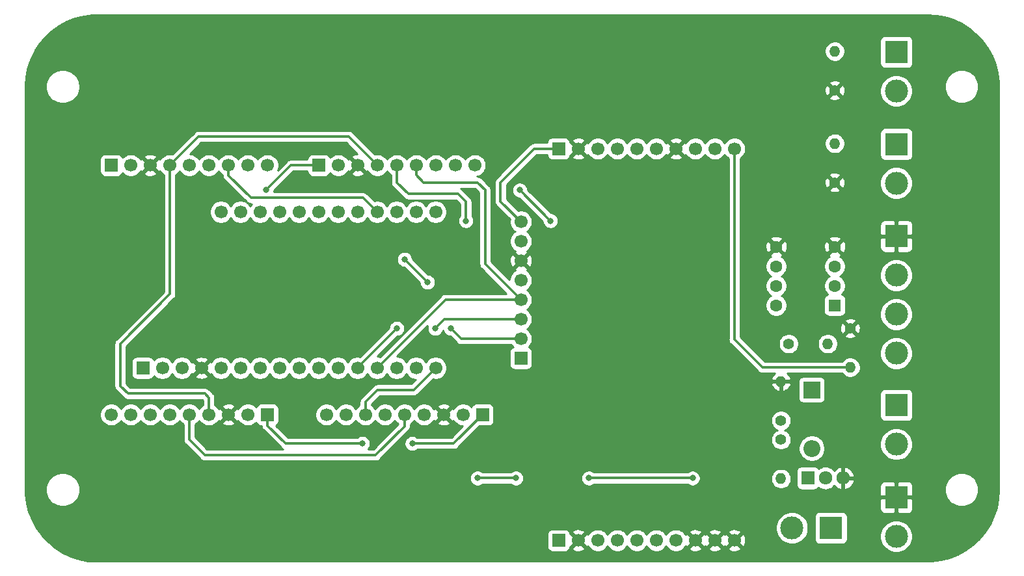
<source format=gbr>
G04 #@! TF.GenerationSoftware,KiCad,Pcbnew,(5.1.6)-1*
G04 #@! TF.CreationDate,2020-12-05T12:47:16+01:00*
G04 #@! TF.ProjectId,Test Stand PCB,54657374-2053-4746-916e-64205043422e,rev?*
G04 #@! TF.SameCoordinates,Original*
G04 #@! TF.FileFunction,Copper,L2,Bot*
G04 #@! TF.FilePolarity,Positive*
%FSLAX46Y46*%
G04 Gerber Fmt 4.6, Leading zero omitted, Abs format (unit mm)*
G04 Created by KiCad (PCBNEW (5.1.6)-1) date 2020-12-05 12:47:16*
%MOMM*%
%LPD*%
G01*
G04 APERTURE LIST*
G04 #@! TA.AperFunction,ComponentPad*
%ADD10O,2.200000X2.200000*%
G04 #@! TD*
G04 #@! TA.AperFunction,ComponentPad*
%ADD11R,2.200000X2.200000*%
G04 #@! TD*
G04 #@! TA.AperFunction,ComponentPad*
%ADD12O,1.717500X1.800000*%
G04 #@! TD*
G04 #@! TA.AperFunction,ComponentPad*
%ADD13R,1.717500X1.800000*%
G04 #@! TD*
G04 #@! TA.AperFunction,ComponentPad*
%ADD14O,1.400000X1.400000*%
G04 #@! TD*
G04 #@! TA.AperFunction,ComponentPad*
%ADD15C,1.400000*%
G04 #@! TD*
G04 #@! TA.AperFunction,ComponentPad*
%ADD16C,3.000000*%
G04 #@! TD*
G04 #@! TA.AperFunction,ComponentPad*
%ADD17R,3.000000X3.000000*%
G04 #@! TD*
G04 #@! TA.AperFunction,ComponentPad*
%ADD18C,1.700000*%
G04 #@! TD*
G04 #@! TA.AperFunction,ComponentPad*
%ADD19R,1.700000X1.700000*%
G04 #@! TD*
G04 #@! TA.AperFunction,ComponentPad*
%ADD20C,1.600000*%
G04 #@! TD*
G04 #@! TA.AperFunction,ComponentPad*
%ADD21R,1.600000X1.600000*%
G04 #@! TD*
G04 #@! TA.AperFunction,ViaPad*
%ADD22C,0.800000*%
G04 #@! TD*
G04 #@! TA.AperFunction,Conductor*
%ADD23C,0.300000*%
G04 #@! TD*
G04 #@! TA.AperFunction,Conductor*
%ADD24C,0.254000*%
G04 #@! TD*
G04 APERTURE END LIST*
D10*
X144000000Y-94620000D03*
D11*
X144000000Y-87000000D03*
D12*
X148080000Y-98500000D03*
X145790000Y-98500000D03*
D13*
X143500000Y-98500000D03*
D14*
X140000000Y-85920000D03*
D15*
X140000000Y-91000000D03*
D14*
X140000000Y-98580000D03*
D15*
X140000000Y-93500000D03*
D16*
X141420000Y-105000000D03*
D17*
X146500000Y-105000000D03*
D18*
X106149000Y-65110000D03*
X106149000Y-67650000D03*
X106149000Y-70190000D03*
X106149000Y-72730000D03*
X106149000Y-75270000D03*
X106149000Y-77810000D03*
X106149000Y-80350000D03*
D19*
X106149000Y-82890000D03*
D18*
X73160000Y-57755000D03*
X70620000Y-57755000D03*
X68080000Y-57755000D03*
X65540000Y-57755000D03*
X63000000Y-57755000D03*
X60460000Y-57755000D03*
X57920000Y-57755000D03*
X55380000Y-57755000D03*
D19*
X52840000Y-57755000D03*
D18*
X52840000Y-90245000D03*
X55380000Y-90245000D03*
X57920000Y-90245000D03*
X60460000Y-90245000D03*
X63000000Y-90245000D03*
X65540000Y-90245000D03*
X68080000Y-90245000D03*
X70620000Y-90245000D03*
D19*
X73160000Y-90245000D03*
D20*
X139380000Y-76000000D03*
X139380000Y-73460000D03*
X139380000Y-70920000D03*
X139380000Y-68380000D03*
X147000000Y-68380000D03*
X147000000Y-70920000D03*
X147000000Y-73460000D03*
D21*
X147000000Y-76000000D03*
D18*
X80840000Y-90245000D03*
X83380000Y-90245000D03*
X85920000Y-90245000D03*
X88460000Y-90245000D03*
X91000000Y-90245000D03*
X93540000Y-90245000D03*
X96080000Y-90245000D03*
X98620000Y-90245000D03*
D19*
X101160000Y-90245000D03*
D18*
X100160000Y-57755000D03*
X97620000Y-57755000D03*
X95080000Y-57755000D03*
X92540000Y-57755000D03*
X90000000Y-57755000D03*
X87460000Y-57755000D03*
X84920000Y-57755000D03*
X82380000Y-57755000D03*
D19*
X79840000Y-57755000D03*
D18*
X67110000Y-63840000D03*
X69650000Y-63840000D03*
X72190000Y-63840000D03*
X74730000Y-63840000D03*
X77270000Y-63840000D03*
X79810000Y-63840000D03*
X82350000Y-63840000D03*
X84890000Y-63840000D03*
X87430000Y-63840000D03*
X89970000Y-63840000D03*
X92510000Y-63840000D03*
X95050000Y-63840000D03*
X95050000Y-84160000D03*
X92510000Y-84160000D03*
X89970000Y-84160000D03*
X87430000Y-84160000D03*
X84890000Y-84160000D03*
X82350000Y-84160000D03*
X79810000Y-84160000D03*
X77270000Y-84160000D03*
X74730000Y-84160000D03*
X72190000Y-84160000D03*
X69650000Y-84160000D03*
X67110000Y-84160000D03*
X64570000Y-84160000D03*
X62030000Y-84160000D03*
X59490000Y-84160000D03*
D19*
X56950000Y-84160000D03*
D14*
X146080000Y-81000000D03*
D15*
X141000000Y-81000000D03*
D14*
X149000000Y-84080000D03*
D15*
X149000000Y-79000000D03*
D14*
X147000000Y-54920000D03*
D15*
X147000000Y-60000000D03*
D14*
X147000000Y-42920000D03*
D15*
X147000000Y-48000000D03*
D16*
X155000000Y-106080000D03*
D17*
X155000000Y-101000000D03*
D16*
X155000000Y-82240000D03*
D17*
X155000000Y-67000000D03*
D16*
X155000000Y-77160000D03*
X155000000Y-72080000D03*
X155000000Y-94080000D03*
D17*
X155000000Y-89000000D03*
D16*
X155000000Y-60080000D03*
D17*
X155000000Y-55000000D03*
D16*
X155000000Y-48080000D03*
D17*
X155000000Y-43000000D03*
D18*
X133930000Y-106604000D03*
X131390000Y-106604000D03*
X128850000Y-106604000D03*
X126310000Y-106604000D03*
X123770000Y-106604000D03*
X121230000Y-106604000D03*
X118690000Y-106604000D03*
X116150000Y-106604000D03*
X113610000Y-106604000D03*
D19*
X111070000Y-106604000D03*
D18*
X133930000Y-55604000D03*
X131390000Y-55604000D03*
X128850000Y-55604000D03*
X126310000Y-55604000D03*
X123770000Y-55604000D03*
X121230000Y-55604000D03*
X118690000Y-55604000D03*
X116150000Y-55604000D03*
X113610000Y-55604000D03*
D19*
X111070000Y-55604000D03*
D22*
X88500000Y-56250000D03*
X110000000Y-65000000D03*
X106000000Y-61000000D03*
X73000000Y-61000000D03*
X85500000Y-94000000D03*
X92000000Y-94000000D03*
X91000000Y-70000000D03*
X94000000Y-73000000D03*
X97000000Y-79000000D03*
X95000000Y-79000000D03*
X90000000Y-79000000D03*
X99000000Y-65000000D03*
X128500000Y-98500000D03*
X115000000Y-98500000D03*
X105500000Y-98500000D03*
X100500000Y-98500000D03*
D23*
X133930000Y-55604000D02*
X133930000Y-80430000D01*
X137580000Y-84080000D02*
X149000000Y-84080000D01*
X133930000Y-80430000D02*
X137580000Y-84080000D01*
X91250000Y-53500000D02*
X88500000Y-56250000D01*
X111506000Y-53500000D02*
X113610000Y-55604000D01*
X91250000Y-53500000D02*
X111500000Y-53500000D01*
X110000000Y-65000000D02*
X106000000Y-61000000D01*
X103500000Y-62461000D02*
X106149000Y-65110000D01*
X103500000Y-60000000D02*
X103500000Y-62461000D01*
X111070000Y-55604000D02*
X107896000Y-55604000D01*
X107896000Y-55604000D02*
X103500000Y-60000000D01*
X79840000Y-57755000D02*
X76245000Y-57755000D01*
X76245000Y-57755000D02*
X73000000Y-61000000D01*
X73160000Y-90245000D02*
X73160000Y-91660000D01*
X73160000Y-91660000D02*
X75500000Y-94000000D01*
X75500000Y-94000000D02*
X85500000Y-94000000D01*
X97405000Y-94000000D02*
X101160000Y-90245000D01*
X92000000Y-94000000D02*
X97405000Y-94000000D01*
X91000000Y-70000000D02*
X94000000Y-73000000D01*
X98350000Y-80350000D02*
X106149000Y-80350000D01*
X97000000Y-79000000D02*
X98350000Y-80350000D01*
X85920000Y-90245000D02*
X85920000Y-88580000D01*
X85920000Y-88580000D02*
X87500000Y-87000000D01*
X92210000Y-87000000D02*
X95050000Y-84160000D01*
X87500000Y-87000000D02*
X92210000Y-87000000D01*
X85590000Y-62000000D02*
X87430000Y-63840000D01*
X71000000Y-62000000D02*
X85590000Y-62000000D01*
X68080000Y-57755000D02*
X68080000Y-59080000D01*
X68080000Y-59080000D02*
X71000000Y-62000000D01*
X96320000Y-75270000D02*
X87430000Y-84160000D01*
X106149000Y-75270000D02*
X96320000Y-75270000D01*
X92540000Y-57755000D02*
X92540000Y-59040000D01*
X92540000Y-59040000D02*
X93500000Y-60000000D01*
X93500000Y-60000000D02*
X100500000Y-60000000D01*
X100500000Y-60000000D02*
X101500000Y-61000000D01*
X101500000Y-70621000D02*
X106149000Y-75270000D01*
X101500000Y-61000000D02*
X101500000Y-70621000D01*
X106149000Y-77810000D02*
X96190000Y-77810000D01*
X96190000Y-77810000D02*
X95000000Y-79000000D01*
X84890000Y-84110000D02*
X84890000Y-84160000D01*
X90000000Y-79000000D02*
X84890000Y-84110000D01*
X99000000Y-65000000D02*
X99000000Y-62500000D01*
X99000000Y-62500000D02*
X98000000Y-61500000D01*
X98000000Y-61500000D02*
X91500000Y-61500000D01*
X90000000Y-60000000D02*
X90000000Y-57755000D01*
X91500000Y-61500000D02*
X90000000Y-60000000D01*
X65000000Y-95500000D02*
X87245000Y-95500000D01*
X91000000Y-91745000D02*
X91000000Y-90245000D01*
X87245000Y-95500000D02*
X91000000Y-91745000D01*
X63000000Y-90245000D02*
X63000000Y-93500000D01*
X63000000Y-93500000D02*
X65000000Y-95500000D01*
X60460000Y-57755000D02*
X64215000Y-54000000D01*
X83705000Y-54000000D02*
X87460000Y-57755000D01*
X64215000Y-54000000D02*
X83705000Y-54000000D01*
X65540000Y-90245000D02*
X65540000Y-88040000D01*
X65540000Y-88040000D02*
X65000000Y-87500000D01*
X65000000Y-87500000D02*
X55000000Y-87500000D01*
X55000000Y-87500000D02*
X54000000Y-86500000D01*
X54000000Y-86500000D02*
X54000000Y-81000000D01*
X60460000Y-74540000D02*
X60460000Y-57755000D01*
X54000000Y-81000000D02*
X60460000Y-74540000D01*
X128500000Y-98500000D02*
X115000000Y-98500000D01*
X105500000Y-98500000D02*
X100500000Y-98500000D01*
D24*
G36*
X160170449Y-38234944D02*
G01*
X161322444Y-38454698D01*
X162437801Y-38817100D01*
X163498955Y-39316441D01*
X164489146Y-39944836D01*
X165392776Y-40692383D01*
X166195588Y-41547292D01*
X166884922Y-42496079D01*
X167449903Y-43523774D01*
X167881627Y-44614186D01*
X168173281Y-45750103D01*
X168321571Y-46923941D01*
X168340000Y-47510358D01*
X168340001Y-99979237D01*
X168265056Y-101170448D01*
X168045302Y-102322444D01*
X167682900Y-103437801D01*
X167183560Y-104498952D01*
X166555165Y-105489144D01*
X165807612Y-106392780D01*
X164952708Y-107195588D01*
X164003922Y-107884922D01*
X162976227Y-108449903D01*
X161885813Y-108881627D01*
X160749897Y-109173281D01*
X159576058Y-109321571D01*
X158989642Y-109340000D01*
X51020747Y-109340000D01*
X49829552Y-109265056D01*
X48677556Y-109045302D01*
X47562199Y-108682900D01*
X46501048Y-108183560D01*
X45510856Y-107555165D01*
X44607220Y-106807612D01*
X43804412Y-105952708D01*
X43660043Y-105754000D01*
X109581928Y-105754000D01*
X109581928Y-107454000D01*
X109594188Y-107578482D01*
X109630498Y-107698180D01*
X109689463Y-107808494D01*
X109768815Y-107905185D01*
X109865506Y-107984537D01*
X109975820Y-108043502D01*
X110095518Y-108079812D01*
X110220000Y-108092072D01*
X111920000Y-108092072D01*
X112044482Y-108079812D01*
X112164180Y-108043502D01*
X112274494Y-107984537D01*
X112371185Y-107905185D01*
X112450537Y-107808494D01*
X112509502Y-107698180D01*
X112529457Y-107632397D01*
X112761208Y-107632397D01*
X112838843Y-107881472D01*
X113102883Y-108007371D01*
X113386411Y-108079339D01*
X113678531Y-108094611D01*
X113968019Y-108052599D01*
X114243747Y-107954919D01*
X114381157Y-107881472D01*
X114458792Y-107632397D01*
X113610000Y-106783605D01*
X112761208Y-107632397D01*
X112529457Y-107632397D01*
X112545812Y-107578482D01*
X112558072Y-107454000D01*
X112558072Y-107445458D01*
X112581603Y-107452792D01*
X113430395Y-106604000D01*
X113789605Y-106604000D01*
X114638397Y-107452792D01*
X114880689Y-107377271D01*
X114996525Y-107550632D01*
X115203368Y-107757475D01*
X115446589Y-107919990D01*
X115716842Y-108031932D01*
X116003740Y-108089000D01*
X116296260Y-108089000D01*
X116583158Y-108031932D01*
X116853411Y-107919990D01*
X117096632Y-107757475D01*
X117303475Y-107550632D01*
X117420000Y-107376240D01*
X117536525Y-107550632D01*
X117743368Y-107757475D01*
X117986589Y-107919990D01*
X118256842Y-108031932D01*
X118543740Y-108089000D01*
X118836260Y-108089000D01*
X119123158Y-108031932D01*
X119393411Y-107919990D01*
X119636632Y-107757475D01*
X119843475Y-107550632D01*
X119960000Y-107376240D01*
X120076525Y-107550632D01*
X120283368Y-107757475D01*
X120526589Y-107919990D01*
X120796842Y-108031932D01*
X121083740Y-108089000D01*
X121376260Y-108089000D01*
X121663158Y-108031932D01*
X121933411Y-107919990D01*
X122176632Y-107757475D01*
X122383475Y-107550632D01*
X122500000Y-107376240D01*
X122616525Y-107550632D01*
X122823368Y-107757475D01*
X123066589Y-107919990D01*
X123336842Y-108031932D01*
X123623740Y-108089000D01*
X123916260Y-108089000D01*
X124203158Y-108031932D01*
X124473411Y-107919990D01*
X124716632Y-107757475D01*
X124923475Y-107550632D01*
X125040000Y-107376240D01*
X125156525Y-107550632D01*
X125363368Y-107757475D01*
X125606589Y-107919990D01*
X125876842Y-108031932D01*
X126163740Y-108089000D01*
X126456260Y-108089000D01*
X126743158Y-108031932D01*
X127013411Y-107919990D01*
X127256632Y-107757475D01*
X127381710Y-107632397D01*
X128001208Y-107632397D01*
X128078843Y-107881472D01*
X128342883Y-108007371D01*
X128626411Y-108079339D01*
X128918531Y-108094611D01*
X129208019Y-108052599D01*
X129483747Y-107954919D01*
X129621157Y-107881472D01*
X129698792Y-107632397D01*
X130541208Y-107632397D01*
X130618843Y-107881472D01*
X130882883Y-108007371D01*
X131166411Y-108079339D01*
X131458531Y-108094611D01*
X131748019Y-108052599D01*
X132023747Y-107954919D01*
X132161157Y-107881472D01*
X132238792Y-107632397D01*
X133081208Y-107632397D01*
X133158843Y-107881472D01*
X133422883Y-108007371D01*
X133706411Y-108079339D01*
X133998531Y-108094611D01*
X134288019Y-108052599D01*
X134563747Y-107954919D01*
X134701157Y-107881472D01*
X134778792Y-107632397D01*
X133930000Y-106783605D01*
X133081208Y-107632397D01*
X132238792Y-107632397D01*
X131390000Y-106783605D01*
X130541208Y-107632397D01*
X129698792Y-107632397D01*
X128850000Y-106783605D01*
X128001208Y-107632397D01*
X127381710Y-107632397D01*
X127463475Y-107550632D01*
X127579311Y-107377271D01*
X127821603Y-107452792D01*
X128670395Y-106604000D01*
X129029605Y-106604000D01*
X129878397Y-107452792D01*
X130120000Y-107377486D01*
X130361603Y-107452792D01*
X131210395Y-106604000D01*
X131569605Y-106604000D01*
X132418397Y-107452792D01*
X132660000Y-107377486D01*
X132901603Y-107452792D01*
X133750395Y-106604000D01*
X134109605Y-106604000D01*
X134958397Y-107452792D01*
X135207472Y-107375157D01*
X135333371Y-107111117D01*
X135405339Y-106827589D01*
X135420611Y-106535469D01*
X135378599Y-106245981D01*
X135280919Y-105970253D01*
X135207472Y-105832843D01*
X134958397Y-105755208D01*
X134109605Y-106604000D01*
X133750395Y-106604000D01*
X132901603Y-105755208D01*
X132660000Y-105830514D01*
X132418397Y-105755208D01*
X131569605Y-106604000D01*
X131210395Y-106604000D01*
X130361603Y-105755208D01*
X130120000Y-105830514D01*
X129878397Y-105755208D01*
X129029605Y-106604000D01*
X128670395Y-106604000D01*
X127821603Y-105755208D01*
X127579311Y-105830729D01*
X127463475Y-105657368D01*
X127381710Y-105575603D01*
X128001208Y-105575603D01*
X128850000Y-106424395D01*
X129698792Y-105575603D01*
X130541208Y-105575603D01*
X131390000Y-106424395D01*
X132238792Y-105575603D01*
X133081208Y-105575603D01*
X133930000Y-106424395D01*
X134778792Y-105575603D01*
X134701157Y-105326528D01*
X134437117Y-105200629D01*
X134153589Y-105128661D01*
X133861469Y-105113389D01*
X133571981Y-105155401D01*
X133296253Y-105253081D01*
X133158843Y-105326528D01*
X133081208Y-105575603D01*
X132238792Y-105575603D01*
X132161157Y-105326528D01*
X131897117Y-105200629D01*
X131613589Y-105128661D01*
X131321469Y-105113389D01*
X131031981Y-105155401D01*
X130756253Y-105253081D01*
X130618843Y-105326528D01*
X130541208Y-105575603D01*
X129698792Y-105575603D01*
X129621157Y-105326528D01*
X129357117Y-105200629D01*
X129073589Y-105128661D01*
X128781469Y-105113389D01*
X128491981Y-105155401D01*
X128216253Y-105253081D01*
X128078843Y-105326528D01*
X128001208Y-105575603D01*
X127381710Y-105575603D01*
X127256632Y-105450525D01*
X127013411Y-105288010D01*
X126743158Y-105176068D01*
X126456260Y-105119000D01*
X126163740Y-105119000D01*
X125876842Y-105176068D01*
X125606589Y-105288010D01*
X125363368Y-105450525D01*
X125156525Y-105657368D01*
X125040000Y-105831760D01*
X124923475Y-105657368D01*
X124716632Y-105450525D01*
X124473411Y-105288010D01*
X124203158Y-105176068D01*
X123916260Y-105119000D01*
X123623740Y-105119000D01*
X123336842Y-105176068D01*
X123066589Y-105288010D01*
X122823368Y-105450525D01*
X122616525Y-105657368D01*
X122500000Y-105831760D01*
X122383475Y-105657368D01*
X122176632Y-105450525D01*
X121933411Y-105288010D01*
X121663158Y-105176068D01*
X121376260Y-105119000D01*
X121083740Y-105119000D01*
X120796842Y-105176068D01*
X120526589Y-105288010D01*
X120283368Y-105450525D01*
X120076525Y-105657368D01*
X119960000Y-105831760D01*
X119843475Y-105657368D01*
X119636632Y-105450525D01*
X119393411Y-105288010D01*
X119123158Y-105176068D01*
X118836260Y-105119000D01*
X118543740Y-105119000D01*
X118256842Y-105176068D01*
X117986589Y-105288010D01*
X117743368Y-105450525D01*
X117536525Y-105657368D01*
X117420000Y-105831760D01*
X117303475Y-105657368D01*
X117096632Y-105450525D01*
X116853411Y-105288010D01*
X116583158Y-105176068D01*
X116296260Y-105119000D01*
X116003740Y-105119000D01*
X115716842Y-105176068D01*
X115446589Y-105288010D01*
X115203368Y-105450525D01*
X114996525Y-105657368D01*
X114880689Y-105830729D01*
X114638397Y-105755208D01*
X113789605Y-106604000D01*
X113430395Y-106604000D01*
X112581603Y-105755208D01*
X112558072Y-105762542D01*
X112558072Y-105754000D01*
X112545812Y-105629518D01*
X112529458Y-105575603D01*
X112761208Y-105575603D01*
X113610000Y-106424395D01*
X114458792Y-105575603D01*
X114381157Y-105326528D01*
X114117117Y-105200629D01*
X113833589Y-105128661D01*
X113541469Y-105113389D01*
X113251981Y-105155401D01*
X112976253Y-105253081D01*
X112838843Y-105326528D01*
X112761208Y-105575603D01*
X112529458Y-105575603D01*
X112509502Y-105509820D01*
X112450537Y-105399506D01*
X112371185Y-105302815D01*
X112274494Y-105223463D01*
X112164180Y-105164498D01*
X112044482Y-105128188D01*
X111920000Y-105115928D01*
X110220000Y-105115928D01*
X110095518Y-105128188D01*
X109975820Y-105164498D01*
X109865506Y-105223463D01*
X109768815Y-105302815D01*
X109689463Y-105399506D01*
X109630498Y-105509820D01*
X109594188Y-105629518D01*
X109581928Y-105754000D01*
X43660043Y-105754000D01*
X43115078Y-105003922D01*
X42997320Y-104789721D01*
X139285000Y-104789721D01*
X139285000Y-105210279D01*
X139367047Y-105622756D01*
X139527988Y-106011302D01*
X139761637Y-106360983D01*
X140059017Y-106658363D01*
X140408698Y-106892012D01*
X140797244Y-107052953D01*
X141209721Y-107135000D01*
X141630279Y-107135000D01*
X142042756Y-107052953D01*
X142431302Y-106892012D01*
X142780983Y-106658363D01*
X143078363Y-106360983D01*
X143312012Y-106011302D01*
X143472953Y-105622756D01*
X143555000Y-105210279D01*
X143555000Y-104789721D01*
X143472953Y-104377244D01*
X143312012Y-103988698D01*
X143078363Y-103639017D01*
X142939346Y-103500000D01*
X144361928Y-103500000D01*
X144361928Y-106500000D01*
X144374188Y-106624482D01*
X144410498Y-106744180D01*
X144469463Y-106854494D01*
X144548815Y-106951185D01*
X144645506Y-107030537D01*
X144755820Y-107089502D01*
X144875518Y-107125812D01*
X145000000Y-107138072D01*
X148000000Y-107138072D01*
X148124482Y-107125812D01*
X148244180Y-107089502D01*
X148354494Y-107030537D01*
X148451185Y-106951185D01*
X148530537Y-106854494D01*
X148589502Y-106744180D01*
X148625812Y-106624482D01*
X148638072Y-106500000D01*
X148638072Y-105869721D01*
X152865000Y-105869721D01*
X152865000Y-106290279D01*
X152947047Y-106702756D01*
X153107988Y-107091302D01*
X153341637Y-107440983D01*
X153639017Y-107738363D01*
X153988698Y-107972012D01*
X154377244Y-108132953D01*
X154789721Y-108215000D01*
X155210279Y-108215000D01*
X155622756Y-108132953D01*
X156011302Y-107972012D01*
X156360983Y-107738363D01*
X156658363Y-107440983D01*
X156892012Y-107091302D01*
X157052953Y-106702756D01*
X157135000Y-106290279D01*
X157135000Y-105869721D01*
X157052953Y-105457244D01*
X156892012Y-105068698D01*
X156658363Y-104719017D01*
X156360983Y-104421637D01*
X156011302Y-104187988D01*
X155622756Y-104027047D01*
X155210279Y-103945000D01*
X154789721Y-103945000D01*
X154377244Y-104027047D01*
X153988698Y-104187988D01*
X153639017Y-104421637D01*
X153341637Y-104719017D01*
X153107988Y-105068698D01*
X152947047Y-105457244D01*
X152865000Y-105869721D01*
X148638072Y-105869721D01*
X148638072Y-103500000D01*
X148625812Y-103375518D01*
X148589502Y-103255820D01*
X148530537Y-103145506D01*
X148451185Y-103048815D01*
X148354494Y-102969463D01*
X148244180Y-102910498D01*
X148124482Y-102874188D01*
X148000000Y-102861928D01*
X145000000Y-102861928D01*
X144875518Y-102874188D01*
X144755820Y-102910498D01*
X144645506Y-102969463D01*
X144548815Y-103048815D01*
X144469463Y-103145506D01*
X144410498Y-103255820D01*
X144374188Y-103375518D01*
X144361928Y-103500000D01*
X142939346Y-103500000D01*
X142780983Y-103341637D01*
X142431302Y-103107988D01*
X142042756Y-102947047D01*
X141630279Y-102865000D01*
X141209721Y-102865000D01*
X140797244Y-102947047D01*
X140408698Y-103107988D01*
X140059017Y-103341637D01*
X139761637Y-103639017D01*
X139527988Y-103988698D01*
X139367047Y-104377244D01*
X139285000Y-104789721D01*
X42997320Y-104789721D01*
X42550097Y-103976227D01*
X42118373Y-102885813D01*
X42019313Y-102500000D01*
X152861928Y-102500000D01*
X152874188Y-102624482D01*
X152910498Y-102744180D01*
X152969463Y-102854494D01*
X153048815Y-102951185D01*
X153145506Y-103030537D01*
X153255820Y-103089502D01*
X153375518Y-103125812D01*
X153500000Y-103138072D01*
X154714250Y-103135000D01*
X154873000Y-102976250D01*
X154873000Y-101127000D01*
X155127000Y-101127000D01*
X155127000Y-102976250D01*
X155285750Y-103135000D01*
X156500000Y-103138072D01*
X156624482Y-103125812D01*
X156744180Y-103089502D01*
X156854494Y-103030537D01*
X156951185Y-102951185D01*
X157030537Y-102854494D01*
X157089502Y-102744180D01*
X157125812Y-102624482D01*
X157138072Y-102500000D01*
X157135000Y-101285750D01*
X156976250Y-101127000D01*
X155127000Y-101127000D01*
X154873000Y-101127000D01*
X153023750Y-101127000D01*
X152865000Y-101285750D01*
X152861928Y-102500000D01*
X42019313Y-102500000D01*
X41826719Y-101749897D01*
X41678429Y-100576058D01*
X41660000Y-99989642D01*
X41660000Y-99779872D01*
X44265000Y-99779872D01*
X44265000Y-100220128D01*
X44350890Y-100651925D01*
X44519369Y-101058669D01*
X44763962Y-101424729D01*
X45075271Y-101736038D01*
X45441331Y-101980631D01*
X45848075Y-102149110D01*
X46279872Y-102235000D01*
X46720128Y-102235000D01*
X47151925Y-102149110D01*
X47558669Y-101980631D01*
X47924729Y-101736038D01*
X48236038Y-101424729D01*
X48480631Y-101058669D01*
X48649110Y-100651925D01*
X48735000Y-100220128D01*
X48735000Y-99779872D01*
X48649110Y-99348075D01*
X48480631Y-98941331D01*
X48236038Y-98575271D01*
X48058828Y-98398061D01*
X99465000Y-98398061D01*
X99465000Y-98601939D01*
X99504774Y-98801898D01*
X99582795Y-98990256D01*
X99696063Y-99159774D01*
X99840226Y-99303937D01*
X100009744Y-99417205D01*
X100198102Y-99495226D01*
X100398061Y-99535000D01*
X100601939Y-99535000D01*
X100801898Y-99495226D01*
X100990256Y-99417205D01*
X101159774Y-99303937D01*
X101178711Y-99285000D01*
X104821289Y-99285000D01*
X104840226Y-99303937D01*
X105009744Y-99417205D01*
X105198102Y-99495226D01*
X105398061Y-99535000D01*
X105601939Y-99535000D01*
X105801898Y-99495226D01*
X105990256Y-99417205D01*
X106159774Y-99303937D01*
X106303937Y-99159774D01*
X106417205Y-98990256D01*
X106495226Y-98801898D01*
X106535000Y-98601939D01*
X106535000Y-98398061D01*
X113965000Y-98398061D01*
X113965000Y-98601939D01*
X114004774Y-98801898D01*
X114082795Y-98990256D01*
X114196063Y-99159774D01*
X114340226Y-99303937D01*
X114509744Y-99417205D01*
X114698102Y-99495226D01*
X114898061Y-99535000D01*
X115101939Y-99535000D01*
X115301898Y-99495226D01*
X115490256Y-99417205D01*
X115659774Y-99303937D01*
X115678711Y-99285000D01*
X127821289Y-99285000D01*
X127840226Y-99303937D01*
X128009744Y-99417205D01*
X128198102Y-99495226D01*
X128398061Y-99535000D01*
X128601939Y-99535000D01*
X128801898Y-99495226D01*
X128990256Y-99417205D01*
X129159774Y-99303937D01*
X129303937Y-99159774D01*
X129417205Y-98990256D01*
X129495226Y-98801898D01*
X129535000Y-98601939D01*
X129535000Y-98448514D01*
X138665000Y-98448514D01*
X138665000Y-98711486D01*
X138716304Y-98969405D01*
X138816939Y-99212359D01*
X138963038Y-99431013D01*
X139148987Y-99616962D01*
X139367641Y-99763061D01*
X139610595Y-99863696D01*
X139868514Y-99915000D01*
X140131486Y-99915000D01*
X140389405Y-99863696D01*
X140632359Y-99763061D01*
X140851013Y-99616962D01*
X141036962Y-99431013D01*
X141183061Y-99212359D01*
X141283696Y-98969405D01*
X141335000Y-98711486D01*
X141335000Y-98448514D01*
X141283696Y-98190595D01*
X141183061Y-97947641D01*
X141036962Y-97728987D01*
X140907975Y-97600000D01*
X142003178Y-97600000D01*
X142003178Y-99400000D01*
X142015438Y-99524482D01*
X142051748Y-99644180D01*
X142110713Y-99754494D01*
X142190065Y-99851185D01*
X142286756Y-99930537D01*
X142397070Y-99989502D01*
X142516768Y-100025812D01*
X142641250Y-100038072D01*
X144358750Y-100038072D01*
X144483232Y-100025812D01*
X144602930Y-99989502D01*
X144713244Y-99930537D01*
X144809935Y-99851185D01*
X144889287Y-99754494D01*
X144896741Y-99740550D01*
X144956103Y-99789267D01*
X145215602Y-99927972D01*
X145497175Y-100013386D01*
X145790000Y-100042227D01*
X146082826Y-100013386D01*
X146364399Y-99927972D01*
X146623898Y-99789267D01*
X146851351Y-99602601D01*
X146940413Y-99494078D01*
X147043990Y-99615702D01*
X147273512Y-99797172D01*
X147534027Y-99930378D01*
X147721736Y-99991400D01*
X147953000Y-99870195D01*
X147953000Y-98627000D01*
X148207000Y-98627000D01*
X148207000Y-99870195D01*
X148438264Y-99991400D01*
X148625973Y-99930378D01*
X148886488Y-99797172D01*
X149116010Y-99615702D01*
X149214544Y-99500000D01*
X152861928Y-99500000D01*
X152865000Y-100714250D01*
X153023750Y-100873000D01*
X154873000Y-100873000D01*
X154873000Y-99023750D01*
X155127000Y-99023750D01*
X155127000Y-100873000D01*
X156976250Y-100873000D01*
X157135000Y-100714250D01*
X157137363Y-99779872D01*
X161265000Y-99779872D01*
X161265000Y-100220128D01*
X161350890Y-100651925D01*
X161519369Y-101058669D01*
X161763962Y-101424729D01*
X162075271Y-101736038D01*
X162441331Y-101980631D01*
X162848075Y-102149110D01*
X163279872Y-102235000D01*
X163720128Y-102235000D01*
X164151925Y-102149110D01*
X164558669Y-101980631D01*
X164924729Y-101736038D01*
X165236038Y-101424729D01*
X165480631Y-101058669D01*
X165649110Y-100651925D01*
X165735000Y-100220128D01*
X165735000Y-99779872D01*
X165649110Y-99348075D01*
X165480631Y-98941331D01*
X165236038Y-98575271D01*
X164924729Y-98263962D01*
X164558669Y-98019369D01*
X164151925Y-97850890D01*
X163720128Y-97765000D01*
X163279872Y-97765000D01*
X162848075Y-97850890D01*
X162441331Y-98019369D01*
X162075271Y-98263962D01*
X161763962Y-98575271D01*
X161519369Y-98941331D01*
X161350890Y-99348075D01*
X161265000Y-99779872D01*
X157137363Y-99779872D01*
X157138072Y-99500000D01*
X157125812Y-99375518D01*
X157089502Y-99255820D01*
X157030537Y-99145506D01*
X156951185Y-99048815D01*
X156854494Y-98969463D01*
X156744180Y-98910498D01*
X156624482Y-98874188D01*
X156500000Y-98861928D01*
X155285750Y-98865000D01*
X155127000Y-99023750D01*
X154873000Y-99023750D01*
X154714250Y-98865000D01*
X153500000Y-98861928D01*
X153375518Y-98874188D01*
X153255820Y-98910498D01*
X153145506Y-98969463D01*
X153048815Y-99048815D01*
X152969463Y-99145506D01*
X152910498Y-99255820D01*
X152874188Y-99375518D01*
X152861928Y-99500000D01*
X149214544Y-99500000D01*
X149305718Y-99392941D01*
X149448323Y-99137450D01*
X149538344Y-98859048D01*
X149411354Y-98627000D01*
X148207000Y-98627000D01*
X147953000Y-98627000D01*
X147933000Y-98627000D01*
X147933000Y-98373000D01*
X147953000Y-98373000D01*
X147953000Y-97129805D01*
X148207000Y-97129805D01*
X148207000Y-98373000D01*
X149411354Y-98373000D01*
X149538344Y-98140952D01*
X149448323Y-97862550D01*
X149305718Y-97607059D01*
X149116010Y-97384298D01*
X148886488Y-97202828D01*
X148625973Y-97069622D01*
X148438264Y-97008600D01*
X148207000Y-97129805D01*
X147953000Y-97129805D01*
X147721736Y-97008600D01*
X147534027Y-97069622D01*
X147273512Y-97202828D01*
X147043990Y-97384298D01*
X146940413Y-97505921D01*
X146851351Y-97397399D01*
X146623897Y-97210733D01*
X146364398Y-97072028D01*
X146082825Y-96986614D01*
X145790000Y-96957773D01*
X145497174Y-96986614D01*
X145215601Y-97072028D01*
X144956102Y-97210733D01*
X144896740Y-97259450D01*
X144889287Y-97245506D01*
X144809935Y-97148815D01*
X144713244Y-97069463D01*
X144602930Y-97010498D01*
X144483232Y-96974188D01*
X144358750Y-96961928D01*
X142641250Y-96961928D01*
X142516768Y-96974188D01*
X142397070Y-97010498D01*
X142286756Y-97069463D01*
X142190065Y-97148815D01*
X142110713Y-97245506D01*
X142051748Y-97355820D01*
X142015438Y-97475518D01*
X142003178Y-97600000D01*
X140907975Y-97600000D01*
X140851013Y-97543038D01*
X140632359Y-97396939D01*
X140389405Y-97296304D01*
X140131486Y-97245000D01*
X139868514Y-97245000D01*
X139610595Y-97296304D01*
X139367641Y-97396939D01*
X139148987Y-97543038D01*
X138963038Y-97728987D01*
X138816939Y-97947641D01*
X138716304Y-98190595D01*
X138665000Y-98448514D01*
X129535000Y-98448514D01*
X129535000Y-98398061D01*
X129495226Y-98198102D01*
X129417205Y-98009744D01*
X129303937Y-97840226D01*
X129159774Y-97696063D01*
X128990256Y-97582795D01*
X128801898Y-97504774D01*
X128601939Y-97465000D01*
X128398061Y-97465000D01*
X128198102Y-97504774D01*
X128009744Y-97582795D01*
X127840226Y-97696063D01*
X127821289Y-97715000D01*
X115678711Y-97715000D01*
X115659774Y-97696063D01*
X115490256Y-97582795D01*
X115301898Y-97504774D01*
X115101939Y-97465000D01*
X114898061Y-97465000D01*
X114698102Y-97504774D01*
X114509744Y-97582795D01*
X114340226Y-97696063D01*
X114196063Y-97840226D01*
X114082795Y-98009744D01*
X114004774Y-98198102D01*
X113965000Y-98398061D01*
X106535000Y-98398061D01*
X106495226Y-98198102D01*
X106417205Y-98009744D01*
X106303937Y-97840226D01*
X106159774Y-97696063D01*
X105990256Y-97582795D01*
X105801898Y-97504774D01*
X105601939Y-97465000D01*
X105398061Y-97465000D01*
X105198102Y-97504774D01*
X105009744Y-97582795D01*
X104840226Y-97696063D01*
X104821289Y-97715000D01*
X101178711Y-97715000D01*
X101159774Y-97696063D01*
X100990256Y-97582795D01*
X100801898Y-97504774D01*
X100601939Y-97465000D01*
X100398061Y-97465000D01*
X100198102Y-97504774D01*
X100009744Y-97582795D01*
X99840226Y-97696063D01*
X99696063Y-97840226D01*
X99582795Y-98009744D01*
X99504774Y-98198102D01*
X99465000Y-98398061D01*
X48058828Y-98398061D01*
X47924729Y-98263962D01*
X47558669Y-98019369D01*
X47151925Y-97850890D01*
X46720128Y-97765000D01*
X46279872Y-97765000D01*
X45848075Y-97850890D01*
X45441331Y-98019369D01*
X45075271Y-98263962D01*
X44763962Y-98575271D01*
X44519369Y-98941331D01*
X44350890Y-99348075D01*
X44265000Y-99779872D01*
X41660000Y-99779872D01*
X41660000Y-90098740D01*
X51355000Y-90098740D01*
X51355000Y-90391260D01*
X51412068Y-90678158D01*
X51524010Y-90948411D01*
X51686525Y-91191632D01*
X51893368Y-91398475D01*
X52136589Y-91560990D01*
X52406842Y-91672932D01*
X52693740Y-91730000D01*
X52986260Y-91730000D01*
X53273158Y-91672932D01*
X53543411Y-91560990D01*
X53786632Y-91398475D01*
X53993475Y-91191632D01*
X54110000Y-91017240D01*
X54226525Y-91191632D01*
X54433368Y-91398475D01*
X54676589Y-91560990D01*
X54946842Y-91672932D01*
X55233740Y-91730000D01*
X55526260Y-91730000D01*
X55813158Y-91672932D01*
X56083411Y-91560990D01*
X56326632Y-91398475D01*
X56533475Y-91191632D01*
X56650000Y-91017240D01*
X56766525Y-91191632D01*
X56973368Y-91398475D01*
X57216589Y-91560990D01*
X57486842Y-91672932D01*
X57773740Y-91730000D01*
X58066260Y-91730000D01*
X58353158Y-91672932D01*
X58623411Y-91560990D01*
X58866632Y-91398475D01*
X59073475Y-91191632D01*
X59190000Y-91017240D01*
X59306525Y-91191632D01*
X59513368Y-91398475D01*
X59756589Y-91560990D01*
X60026842Y-91672932D01*
X60313740Y-91730000D01*
X60606260Y-91730000D01*
X60893158Y-91672932D01*
X61163411Y-91560990D01*
X61406632Y-91398475D01*
X61613475Y-91191632D01*
X61730000Y-91017240D01*
X61846525Y-91191632D01*
X62053368Y-91398475D01*
X62215000Y-91506474D01*
X62215001Y-93461437D01*
X62211203Y-93500000D01*
X62226359Y-93653886D01*
X62271246Y-93801859D01*
X62271247Y-93801860D01*
X62344139Y-93938233D01*
X62384690Y-93987644D01*
X62417655Y-94027812D01*
X62417659Y-94027816D01*
X62442237Y-94057764D01*
X62472185Y-94082342D01*
X64417658Y-96027816D01*
X64442236Y-96057764D01*
X64472184Y-96082342D01*
X64472187Y-96082345D01*
X64501559Y-96106450D01*
X64561767Y-96155862D01*
X64672408Y-96215000D01*
X64698140Y-96228754D01*
X64846112Y-96273641D01*
X64860490Y-96275057D01*
X64961439Y-96285000D01*
X64961446Y-96285000D01*
X64999999Y-96288797D01*
X65038552Y-96285000D01*
X87206447Y-96285000D01*
X87245000Y-96288797D01*
X87283553Y-96285000D01*
X87283561Y-96285000D01*
X87398887Y-96273641D01*
X87546860Y-96228754D01*
X87683233Y-96155862D01*
X87802764Y-96057764D01*
X87827347Y-96027810D01*
X89957096Y-93898061D01*
X90965000Y-93898061D01*
X90965000Y-94101939D01*
X91004774Y-94301898D01*
X91082795Y-94490256D01*
X91196063Y-94659774D01*
X91340226Y-94803937D01*
X91509744Y-94917205D01*
X91698102Y-94995226D01*
X91898061Y-95035000D01*
X92101939Y-95035000D01*
X92301898Y-94995226D01*
X92490256Y-94917205D01*
X92659774Y-94803937D01*
X92678711Y-94785000D01*
X97366447Y-94785000D01*
X97405000Y-94788797D01*
X97443553Y-94785000D01*
X97443561Y-94785000D01*
X97558887Y-94773641D01*
X97706860Y-94728754D01*
X97843233Y-94655862D01*
X97962764Y-94557764D01*
X97987347Y-94527810D01*
X100782086Y-91733072D01*
X102010000Y-91733072D01*
X102134482Y-91720812D01*
X102254180Y-91684502D01*
X102364494Y-91625537D01*
X102461185Y-91546185D01*
X102540537Y-91449494D01*
X102599502Y-91339180D01*
X102635812Y-91219482D01*
X102648072Y-91095000D01*
X102648072Y-90868514D01*
X138665000Y-90868514D01*
X138665000Y-91131486D01*
X138716304Y-91389405D01*
X138816939Y-91632359D01*
X138963038Y-91851013D01*
X139148987Y-92036962D01*
X139367641Y-92183061D01*
X139529246Y-92250000D01*
X139367641Y-92316939D01*
X139148987Y-92463038D01*
X138963038Y-92648987D01*
X138816939Y-92867641D01*
X138716304Y-93110595D01*
X138665000Y-93368514D01*
X138665000Y-93631486D01*
X138716304Y-93889405D01*
X138816939Y-94132359D01*
X138963038Y-94351013D01*
X139148987Y-94536962D01*
X139367641Y-94683061D01*
X139610595Y-94783696D01*
X139868514Y-94835000D01*
X140131486Y-94835000D01*
X140389405Y-94783696D01*
X140632359Y-94683061D01*
X140851013Y-94536962D01*
X140938858Y-94449117D01*
X142265000Y-94449117D01*
X142265000Y-94790883D01*
X142331675Y-95126081D01*
X142462463Y-95441831D01*
X142652337Y-95725998D01*
X142894002Y-95967663D01*
X143178169Y-96157537D01*
X143493919Y-96288325D01*
X143829117Y-96355000D01*
X144170883Y-96355000D01*
X144506081Y-96288325D01*
X144821831Y-96157537D01*
X145105998Y-95967663D01*
X145347663Y-95725998D01*
X145537537Y-95441831D01*
X145668325Y-95126081D01*
X145735000Y-94790883D01*
X145735000Y-94449117D01*
X145668325Y-94113919D01*
X145567175Y-93869721D01*
X152865000Y-93869721D01*
X152865000Y-94290279D01*
X152947047Y-94702756D01*
X153107988Y-95091302D01*
X153341637Y-95440983D01*
X153639017Y-95738363D01*
X153988698Y-95972012D01*
X154377244Y-96132953D01*
X154789721Y-96215000D01*
X155210279Y-96215000D01*
X155622756Y-96132953D01*
X156011302Y-95972012D01*
X156360983Y-95738363D01*
X156658363Y-95440983D01*
X156892012Y-95091302D01*
X157052953Y-94702756D01*
X157135000Y-94290279D01*
X157135000Y-93869721D01*
X157052953Y-93457244D01*
X156892012Y-93068698D01*
X156658363Y-92719017D01*
X156360983Y-92421637D01*
X156011302Y-92187988D01*
X155622756Y-92027047D01*
X155210279Y-91945000D01*
X154789721Y-91945000D01*
X154377244Y-92027047D01*
X153988698Y-92187988D01*
X153639017Y-92421637D01*
X153341637Y-92719017D01*
X153107988Y-93068698D01*
X152947047Y-93457244D01*
X152865000Y-93869721D01*
X145567175Y-93869721D01*
X145537537Y-93798169D01*
X145347663Y-93514002D01*
X145105998Y-93272337D01*
X144821831Y-93082463D01*
X144506081Y-92951675D01*
X144170883Y-92885000D01*
X143829117Y-92885000D01*
X143493919Y-92951675D01*
X143178169Y-93082463D01*
X142894002Y-93272337D01*
X142652337Y-93514002D01*
X142462463Y-93798169D01*
X142331675Y-94113919D01*
X142265000Y-94449117D01*
X140938858Y-94449117D01*
X141036962Y-94351013D01*
X141183061Y-94132359D01*
X141283696Y-93889405D01*
X141335000Y-93631486D01*
X141335000Y-93368514D01*
X141283696Y-93110595D01*
X141183061Y-92867641D01*
X141036962Y-92648987D01*
X140851013Y-92463038D01*
X140632359Y-92316939D01*
X140470754Y-92250000D01*
X140632359Y-92183061D01*
X140851013Y-92036962D01*
X141036962Y-91851013D01*
X141183061Y-91632359D01*
X141283696Y-91389405D01*
X141335000Y-91131486D01*
X141335000Y-90868514D01*
X141283696Y-90610595D01*
X141183061Y-90367641D01*
X141036962Y-90148987D01*
X140851013Y-89963038D01*
X140632359Y-89816939D01*
X140389405Y-89716304D01*
X140131486Y-89665000D01*
X139868514Y-89665000D01*
X139610595Y-89716304D01*
X139367641Y-89816939D01*
X139148987Y-89963038D01*
X138963038Y-90148987D01*
X138816939Y-90367641D01*
X138716304Y-90610595D01*
X138665000Y-90868514D01*
X102648072Y-90868514D01*
X102648072Y-89395000D01*
X102635812Y-89270518D01*
X102599502Y-89150820D01*
X102540537Y-89040506D01*
X102461185Y-88943815D01*
X102364494Y-88864463D01*
X102254180Y-88805498D01*
X102134482Y-88769188D01*
X102010000Y-88756928D01*
X100310000Y-88756928D01*
X100185518Y-88769188D01*
X100065820Y-88805498D01*
X99955506Y-88864463D01*
X99858815Y-88943815D01*
X99779463Y-89040506D01*
X99720498Y-89150820D01*
X99698487Y-89223380D01*
X99566632Y-89091525D01*
X99323411Y-88929010D01*
X99053158Y-88817068D01*
X98766260Y-88760000D01*
X98473740Y-88760000D01*
X98186842Y-88817068D01*
X97916589Y-88929010D01*
X97673368Y-89091525D01*
X97466525Y-89298368D01*
X97350689Y-89471729D01*
X97108397Y-89396208D01*
X96259605Y-90245000D01*
X97108397Y-91093792D01*
X97350689Y-91018271D01*
X97466525Y-91191632D01*
X97673368Y-91398475D01*
X97916589Y-91560990D01*
X98186842Y-91672932D01*
X98473740Y-91730000D01*
X98564843Y-91730000D01*
X97079843Y-93215000D01*
X92678711Y-93215000D01*
X92659774Y-93196063D01*
X92490256Y-93082795D01*
X92301898Y-93004774D01*
X92101939Y-92965000D01*
X91898061Y-92965000D01*
X91698102Y-93004774D01*
X91509744Y-93082795D01*
X91340226Y-93196063D01*
X91196063Y-93340226D01*
X91082795Y-93509744D01*
X91004774Y-93698102D01*
X90965000Y-93898061D01*
X89957096Y-93898061D01*
X91527817Y-92327341D01*
X91557764Y-92302764D01*
X91655862Y-92183233D01*
X91728754Y-92046860D01*
X91734764Y-92027047D01*
X91773642Y-91898887D01*
X91782013Y-91813886D01*
X91785000Y-91783561D01*
X91785000Y-91783556D01*
X91788797Y-91745000D01*
X91785000Y-91706445D01*
X91785000Y-91506474D01*
X91946632Y-91398475D01*
X92153475Y-91191632D01*
X92270000Y-91017240D01*
X92386525Y-91191632D01*
X92593368Y-91398475D01*
X92836589Y-91560990D01*
X93106842Y-91672932D01*
X93393740Y-91730000D01*
X93686260Y-91730000D01*
X93973158Y-91672932D01*
X94243411Y-91560990D01*
X94486632Y-91398475D01*
X94611710Y-91273397D01*
X95231208Y-91273397D01*
X95308843Y-91522472D01*
X95572883Y-91648371D01*
X95856411Y-91720339D01*
X96148531Y-91735611D01*
X96438019Y-91693599D01*
X96713747Y-91595919D01*
X96851157Y-91522472D01*
X96928792Y-91273397D01*
X96080000Y-90424605D01*
X95231208Y-91273397D01*
X94611710Y-91273397D01*
X94693475Y-91191632D01*
X94809311Y-91018271D01*
X95051603Y-91093792D01*
X95900395Y-90245000D01*
X95051603Y-89396208D01*
X94809311Y-89471729D01*
X94693475Y-89298368D01*
X94611710Y-89216603D01*
X95231208Y-89216603D01*
X96080000Y-90065395D01*
X96928792Y-89216603D01*
X96851157Y-88967528D01*
X96587117Y-88841629D01*
X96303589Y-88769661D01*
X96011469Y-88754389D01*
X95721981Y-88796401D01*
X95446253Y-88894081D01*
X95308843Y-88967528D01*
X95231208Y-89216603D01*
X94611710Y-89216603D01*
X94486632Y-89091525D01*
X94243411Y-88929010D01*
X93973158Y-88817068D01*
X93686260Y-88760000D01*
X93393740Y-88760000D01*
X93106842Y-88817068D01*
X92836589Y-88929010D01*
X92593368Y-89091525D01*
X92386525Y-89298368D01*
X92270000Y-89472760D01*
X92153475Y-89298368D01*
X91946632Y-89091525D01*
X91703411Y-88929010D01*
X91433158Y-88817068D01*
X91146260Y-88760000D01*
X90853740Y-88760000D01*
X90566842Y-88817068D01*
X90296589Y-88929010D01*
X90053368Y-89091525D01*
X89846525Y-89298368D01*
X89730000Y-89472760D01*
X89613475Y-89298368D01*
X89406632Y-89091525D01*
X89163411Y-88929010D01*
X88893158Y-88817068D01*
X88606260Y-88760000D01*
X88313740Y-88760000D01*
X88026842Y-88817068D01*
X87756589Y-88929010D01*
X87513368Y-89091525D01*
X87306525Y-89298368D01*
X87190000Y-89472760D01*
X87073475Y-89298368D01*
X86866632Y-89091525D01*
X86705000Y-88983526D01*
X86705000Y-88905157D01*
X87825158Y-87785000D01*
X92171447Y-87785000D01*
X92210000Y-87788797D01*
X92248553Y-87785000D01*
X92248561Y-87785000D01*
X92363887Y-87773641D01*
X92511860Y-87728754D01*
X92648233Y-87655862D01*
X92767764Y-87557764D01*
X92792347Y-87527810D01*
X94066827Y-86253330D01*
X138707278Y-86253330D01*
X138797147Y-86499123D01*
X138933241Y-86722660D01*
X139110330Y-86915351D01*
X139321608Y-87069792D01*
X139558956Y-87180047D01*
X139666671Y-87212716D01*
X139873000Y-87089374D01*
X139873000Y-86047000D01*
X140127000Y-86047000D01*
X140127000Y-87089374D01*
X140333329Y-87212716D01*
X140441044Y-87180047D01*
X140678392Y-87069792D01*
X140889670Y-86915351D01*
X141066759Y-86722660D01*
X141202853Y-86499123D01*
X141292722Y-86253330D01*
X141170201Y-86047000D01*
X140127000Y-86047000D01*
X139873000Y-86047000D01*
X138829799Y-86047000D01*
X138707278Y-86253330D01*
X94066827Y-86253330D01*
X94420157Y-85900000D01*
X142261928Y-85900000D01*
X142261928Y-88100000D01*
X142274188Y-88224482D01*
X142310498Y-88344180D01*
X142369463Y-88454494D01*
X142448815Y-88551185D01*
X142545506Y-88630537D01*
X142655820Y-88689502D01*
X142775518Y-88725812D01*
X142900000Y-88738072D01*
X145100000Y-88738072D01*
X145224482Y-88725812D01*
X145344180Y-88689502D01*
X145454494Y-88630537D01*
X145551185Y-88551185D01*
X145630537Y-88454494D01*
X145689502Y-88344180D01*
X145725812Y-88224482D01*
X145738072Y-88100000D01*
X145738072Y-87500000D01*
X152861928Y-87500000D01*
X152861928Y-90500000D01*
X152874188Y-90624482D01*
X152910498Y-90744180D01*
X152969463Y-90854494D01*
X153048815Y-90951185D01*
X153145506Y-91030537D01*
X153255820Y-91089502D01*
X153375518Y-91125812D01*
X153500000Y-91138072D01*
X156500000Y-91138072D01*
X156624482Y-91125812D01*
X156744180Y-91089502D01*
X156854494Y-91030537D01*
X156951185Y-90951185D01*
X157030537Y-90854494D01*
X157089502Y-90744180D01*
X157125812Y-90624482D01*
X157138072Y-90500000D01*
X157138072Y-87500000D01*
X157125812Y-87375518D01*
X157089502Y-87255820D01*
X157030537Y-87145506D01*
X156951185Y-87048815D01*
X156854494Y-86969463D01*
X156744180Y-86910498D01*
X156624482Y-86874188D01*
X156500000Y-86861928D01*
X153500000Y-86861928D01*
X153375518Y-86874188D01*
X153255820Y-86910498D01*
X153145506Y-86969463D01*
X153048815Y-87048815D01*
X152969463Y-87145506D01*
X152910498Y-87255820D01*
X152874188Y-87375518D01*
X152861928Y-87500000D01*
X145738072Y-87500000D01*
X145738072Y-85900000D01*
X145725812Y-85775518D01*
X145689502Y-85655820D01*
X145630537Y-85545506D01*
X145551185Y-85448815D01*
X145454494Y-85369463D01*
X145344180Y-85310498D01*
X145224482Y-85274188D01*
X145100000Y-85261928D01*
X142900000Y-85261928D01*
X142775518Y-85274188D01*
X142655820Y-85310498D01*
X142545506Y-85369463D01*
X142448815Y-85448815D01*
X142369463Y-85545506D01*
X142310498Y-85655820D01*
X142274188Y-85775518D01*
X142261928Y-85900000D01*
X94420157Y-85900000D01*
X94713082Y-85607075D01*
X94903740Y-85645000D01*
X95196260Y-85645000D01*
X95483158Y-85587932D01*
X95753411Y-85475990D01*
X95996632Y-85313475D01*
X96203475Y-85106632D01*
X96365990Y-84863411D01*
X96477932Y-84593158D01*
X96535000Y-84306260D01*
X96535000Y-84013740D01*
X96477932Y-83726842D01*
X96365990Y-83456589D01*
X96203475Y-83213368D01*
X95996632Y-83006525D01*
X95753411Y-82844010D01*
X95483158Y-82732068D01*
X95196260Y-82675000D01*
X94903740Y-82675000D01*
X94616842Y-82732068D01*
X94346589Y-82844010D01*
X94103368Y-83006525D01*
X93896525Y-83213368D01*
X93780000Y-83387760D01*
X93663475Y-83213368D01*
X93456632Y-83006525D01*
X93213411Y-82844010D01*
X92943158Y-82732068D01*
X92656260Y-82675000D01*
X92363740Y-82675000D01*
X92076842Y-82732068D01*
X91806589Y-82844010D01*
X91563368Y-83006525D01*
X91356525Y-83213368D01*
X91240000Y-83387760D01*
X91123475Y-83213368D01*
X90916632Y-83006525D01*
X90673411Y-82844010D01*
X90403158Y-82732068D01*
X90116260Y-82675000D01*
X90025157Y-82675000D01*
X94006697Y-78693460D01*
X94004774Y-78698102D01*
X93965000Y-78898061D01*
X93965000Y-79101939D01*
X94004774Y-79301898D01*
X94082795Y-79490256D01*
X94196063Y-79659774D01*
X94340226Y-79803937D01*
X94509744Y-79917205D01*
X94698102Y-79995226D01*
X94898061Y-80035000D01*
X95101939Y-80035000D01*
X95301898Y-79995226D01*
X95490256Y-79917205D01*
X95659774Y-79803937D01*
X95803937Y-79659774D01*
X95917205Y-79490256D01*
X95995226Y-79301898D01*
X96000000Y-79277897D01*
X96004774Y-79301898D01*
X96082795Y-79490256D01*
X96196063Y-79659774D01*
X96340226Y-79803937D01*
X96509744Y-79917205D01*
X96698102Y-79995226D01*
X96898061Y-80035000D01*
X96924843Y-80035000D01*
X97767658Y-80877816D01*
X97792236Y-80907764D01*
X97822184Y-80932342D01*
X97822187Y-80932345D01*
X97851559Y-80956450D01*
X97911767Y-81005862D01*
X98048140Y-81078754D01*
X98161672Y-81113194D01*
X98196112Y-81123641D01*
X98210490Y-81125057D01*
X98311439Y-81135000D01*
X98311446Y-81135000D01*
X98349999Y-81138797D01*
X98388552Y-81135000D01*
X104887526Y-81135000D01*
X104995525Y-81296632D01*
X105127380Y-81428487D01*
X105054820Y-81450498D01*
X104944506Y-81509463D01*
X104847815Y-81588815D01*
X104768463Y-81685506D01*
X104709498Y-81795820D01*
X104673188Y-81915518D01*
X104660928Y-82040000D01*
X104660928Y-83740000D01*
X104673188Y-83864482D01*
X104709498Y-83984180D01*
X104768463Y-84094494D01*
X104847815Y-84191185D01*
X104944506Y-84270537D01*
X105054820Y-84329502D01*
X105174518Y-84365812D01*
X105299000Y-84378072D01*
X106999000Y-84378072D01*
X107123482Y-84365812D01*
X107243180Y-84329502D01*
X107353494Y-84270537D01*
X107450185Y-84191185D01*
X107529537Y-84094494D01*
X107588502Y-83984180D01*
X107624812Y-83864482D01*
X107637072Y-83740000D01*
X107637072Y-82040000D01*
X107624812Y-81915518D01*
X107588502Y-81795820D01*
X107529537Y-81685506D01*
X107450185Y-81588815D01*
X107353494Y-81509463D01*
X107243180Y-81450498D01*
X107170620Y-81428487D01*
X107302475Y-81296632D01*
X107464990Y-81053411D01*
X107576932Y-80783158D01*
X107634000Y-80496260D01*
X107634000Y-80203740D01*
X107576932Y-79916842D01*
X107464990Y-79646589D01*
X107302475Y-79403368D01*
X107095632Y-79196525D01*
X106921240Y-79080000D01*
X107095632Y-78963475D01*
X107302475Y-78756632D01*
X107464990Y-78513411D01*
X107576932Y-78243158D01*
X107634000Y-77956260D01*
X107634000Y-77663740D01*
X107576932Y-77376842D01*
X107464990Y-77106589D01*
X107302475Y-76863368D01*
X107095632Y-76656525D01*
X106921240Y-76540000D01*
X107095632Y-76423475D01*
X107302475Y-76216632D01*
X107464990Y-75973411D01*
X107576932Y-75703158D01*
X107634000Y-75416260D01*
X107634000Y-75123740D01*
X107576932Y-74836842D01*
X107464990Y-74566589D01*
X107302475Y-74323368D01*
X107095632Y-74116525D01*
X106921240Y-74000000D01*
X107095632Y-73883475D01*
X107302475Y-73676632D01*
X107464990Y-73433411D01*
X107576932Y-73163158D01*
X107634000Y-72876260D01*
X107634000Y-72583740D01*
X107576932Y-72296842D01*
X107464990Y-72026589D01*
X107302475Y-71783368D01*
X107095632Y-71576525D01*
X106922271Y-71460689D01*
X106997792Y-71218397D01*
X106149000Y-70369605D01*
X105300208Y-71218397D01*
X105375729Y-71460689D01*
X105202368Y-71576525D01*
X104995525Y-71783368D01*
X104833010Y-72026589D01*
X104721068Y-72296842D01*
X104664000Y-72583740D01*
X104664000Y-72674843D01*
X102285000Y-70295843D01*
X102285000Y-70258531D01*
X104658389Y-70258531D01*
X104700401Y-70548019D01*
X104798081Y-70823747D01*
X104871528Y-70961157D01*
X105120603Y-71038792D01*
X105969395Y-70190000D01*
X106328605Y-70190000D01*
X107177397Y-71038792D01*
X107426472Y-70961157D01*
X107552371Y-70697117D01*
X107624339Y-70413589D01*
X107639611Y-70121469D01*
X107597599Y-69831981D01*
X107499919Y-69556253D01*
X107426472Y-69418843D01*
X107177397Y-69341208D01*
X106328605Y-70190000D01*
X105969395Y-70190000D01*
X105120603Y-69341208D01*
X104871528Y-69418843D01*
X104745629Y-69682883D01*
X104673661Y-69966411D01*
X104658389Y-70258531D01*
X102285000Y-70258531D01*
X102285000Y-61038556D01*
X102288797Y-61000000D01*
X102285000Y-60961440D01*
X102285000Y-60961439D01*
X102278758Y-60898061D01*
X102273642Y-60846113D01*
X102228754Y-60698140D01*
X102228734Y-60698102D01*
X102155862Y-60561767D01*
X102057764Y-60442236D01*
X102027811Y-60417654D01*
X101610157Y-60000000D01*
X102711203Y-60000000D01*
X102715000Y-60038553D01*
X102715001Y-62422437D01*
X102711203Y-62461000D01*
X102726359Y-62614886D01*
X102771246Y-62762859D01*
X102771247Y-62762860D01*
X102844139Y-62899233D01*
X102876145Y-62938232D01*
X102917655Y-62988812D01*
X102917659Y-62988816D01*
X102942237Y-63018764D01*
X102972185Y-63043342D01*
X104701925Y-64773082D01*
X104664000Y-64963740D01*
X104664000Y-65256260D01*
X104721068Y-65543158D01*
X104833010Y-65813411D01*
X104995525Y-66056632D01*
X105202368Y-66263475D01*
X105376760Y-66380000D01*
X105202368Y-66496525D01*
X104995525Y-66703368D01*
X104833010Y-66946589D01*
X104721068Y-67216842D01*
X104664000Y-67503740D01*
X104664000Y-67796260D01*
X104721068Y-68083158D01*
X104833010Y-68353411D01*
X104995525Y-68596632D01*
X105202368Y-68803475D01*
X105375729Y-68919311D01*
X105300208Y-69161603D01*
X106149000Y-70010395D01*
X106997792Y-69161603D01*
X106922271Y-68919311D01*
X107095632Y-68803475D01*
X107302475Y-68596632D01*
X107464990Y-68353411D01*
X107576932Y-68083158D01*
X107634000Y-67796260D01*
X107634000Y-67503740D01*
X107576932Y-67216842D01*
X107464990Y-66946589D01*
X107302475Y-66703368D01*
X107095632Y-66496525D01*
X106921240Y-66380000D01*
X107095632Y-66263475D01*
X107302475Y-66056632D01*
X107464990Y-65813411D01*
X107576932Y-65543158D01*
X107634000Y-65256260D01*
X107634000Y-64963740D01*
X107576932Y-64676842D01*
X107464990Y-64406589D01*
X107302475Y-64163368D01*
X107095632Y-63956525D01*
X106852411Y-63794010D01*
X106582158Y-63682068D01*
X106295260Y-63625000D01*
X106002740Y-63625000D01*
X105812082Y-63662925D01*
X104285000Y-62135843D01*
X104285000Y-60898061D01*
X104965000Y-60898061D01*
X104965000Y-61101939D01*
X105004774Y-61301898D01*
X105082795Y-61490256D01*
X105196063Y-61659774D01*
X105340226Y-61803937D01*
X105509744Y-61917205D01*
X105698102Y-61995226D01*
X105898061Y-62035000D01*
X105924843Y-62035000D01*
X108965000Y-65075158D01*
X108965000Y-65101939D01*
X109004774Y-65301898D01*
X109082795Y-65490256D01*
X109196063Y-65659774D01*
X109340226Y-65803937D01*
X109509744Y-65917205D01*
X109698102Y-65995226D01*
X109898061Y-66035000D01*
X110101939Y-66035000D01*
X110301898Y-65995226D01*
X110490256Y-65917205D01*
X110659774Y-65803937D01*
X110803937Y-65659774D01*
X110917205Y-65490256D01*
X110995226Y-65301898D01*
X111035000Y-65101939D01*
X111035000Y-64898061D01*
X110995226Y-64698102D01*
X110917205Y-64509744D01*
X110803937Y-64340226D01*
X110659774Y-64196063D01*
X110490256Y-64082795D01*
X110301898Y-64004774D01*
X110101939Y-63965000D01*
X110075158Y-63965000D01*
X107035000Y-60924843D01*
X107035000Y-60898061D01*
X106995226Y-60698102D01*
X106917205Y-60509744D01*
X106803937Y-60340226D01*
X106659774Y-60196063D01*
X106490256Y-60082795D01*
X106301898Y-60004774D01*
X106101939Y-59965000D01*
X105898061Y-59965000D01*
X105698102Y-60004774D01*
X105509744Y-60082795D01*
X105340226Y-60196063D01*
X105196063Y-60340226D01*
X105082795Y-60509744D01*
X105004774Y-60698102D01*
X104965000Y-60898061D01*
X104285000Y-60898061D01*
X104285000Y-60325157D01*
X108221157Y-56389000D01*
X109581928Y-56389000D01*
X109581928Y-56454000D01*
X109594188Y-56578482D01*
X109630498Y-56698180D01*
X109689463Y-56808494D01*
X109768815Y-56905185D01*
X109865506Y-56984537D01*
X109975820Y-57043502D01*
X110095518Y-57079812D01*
X110220000Y-57092072D01*
X111920000Y-57092072D01*
X112044482Y-57079812D01*
X112164180Y-57043502D01*
X112274494Y-56984537D01*
X112371185Y-56905185D01*
X112450537Y-56808494D01*
X112509502Y-56698180D01*
X112529457Y-56632397D01*
X112761208Y-56632397D01*
X112838843Y-56881472D01*
X113102883Y-57007371D01*
X113386411Y-57079339D01*
X113678531Y-57094611D01*
X113968019Y-57052599D01*
X114243747Y-56954919D01*
X114381157Y-56881472D01*
X114458792Y-56632397D01*
X113610000Y-55783605D01*
X112761208Y-56632397D01*
X112529457Y-56632397D01*
X112545812Y-56578482D01*
X112558072Y-56454000D01*
X112558072Y-56445458D01*
X112581603Y-56452792D01*
X113430395Y-55604000D01*
X113789605Y-55604000D01*
X114638397Y-56452792D01*
X114880689Y-56377271D01*
X114996525Y-56550632D01*
X115203368Y-56757475D01*
X115446589Y-56919990D01*
X115716842Y-57031932D01*
X116003740Y-57089000D01*
X116296260Y-57089000D01*
X116583158Y-57031932D01*
X116853411Y-56919990D01*
X117096632Y-56757475D01*
X117303475Y-56550632D01*
X117420000Y-56376240D01*
X117536525Y-56550632D01*
X117743368Y-56757475D01*
X117986589Y-56919990D01*
X118256842Y-57031932D01*
X118543740Y-57089000D01*
X118836260Y-57089000D01*
X119123158Y-57031932D01*
X119393411Y-56919990D01*
X119636632Y-56757475D01*
X119843475Y-56550632D01*
X119960000Y-56376240D01*
X120076525Y-56550632D01*
X120283368Y-56757475D01*
X120526589Y-56919990D01*
X120796842Y-57031932D01*
X121083740Y-57089000D01*
X121376260Y-57089000D01*
X121663158Y-57031932D01*
X121933411Y-56919990D01*
X122176632Y-56757475D01*
X122383475Y-56550632D01*
X122500000Y-56376240D01*
X122616525Y-56550632D01*
X122823368Y-56757475D01*
X123066589Y-56919990D01*
X123336842Y-57031932D01*
X123623740Y-57089000D01*
X123916260Y-57089000D01*
X124203158Y-57031932D01*
X124473411Y-56919990D01*
X124716632Y-56757475D01*
X124841710Y-56632397D01*
X125461208Y-56632397D01*
X125538843Y-56881472D01*
X125802883Y-57007371D01*
X126086411Y-57079339D01*
X126378531Y-57094611D01*
X126668019Y-57052599D01*
X126943747Y-56954919D01*
X127081157Y-56881472D01*
X127158792Y-56632397D01*
X126310000Y-55783605D01*
X125461208Y-56632397D01*
X124841710Y-56632397D01*
X124923475Y-56550632D01*
X125039311Y-56377271D01*
X125281603Y-56452792D01*
X126130395Y-55604000D01*
X126489605Y-55604000D01*
X127338397Y-56452792D01*
X127580689Y-56377271D01*
X127696525Y-56550632D01*
X127903368Y-56757475D01*
X128146589Y-56919990D01*
X128416842Y-57031932D01*
X128703740Y-57089000D01*
X128996260Y-57089000D01*
X129283158Y-57031932D01*
X129553411Y-56919990D01*
X129796632Y-56757475D01*
X130003475Y-56550632D01*
X130120000Y-56376240D01*
X130236525Y-56550632D01*
X130443368Y-56757475D01*
X130686589Y-56919990D01*
X130956842Y-57031932D01*
X131243740Y-57089000D01*
X131536260Y-57089000D01*
X131823158Y-57031932D01*
X132093411Y-56919990D01*
X132336632Y-56757475D01*
X132543475Y-56550632D01*
X132660000Y-56376240D01*
X132776525Y-56550632D01*
X132983368Y-56757475D01*
X133145000Y-56865474D01*
X133145001Y-80391437D01*
X133141203Y-80430000D01*
X133156359Y-80583886D01*
X133201246Y-80731859D01*
X133201247Y-80731860D01*
X133274139Y-80868233D01*
X133306582Y-80907764D01*
X133347655Y-80957812D01*
X133347659Y-80957816D01*
X133372237Y-80987764D01*
X133402185Y-81012342D01*
X136997653Y-84607810D01*
X137022236Y-84637764D01*
X137141767Y-84735862D01*
X137250064Y-84793747D01*
X137278140Y-84808754D01*
X137426113Y-84853642D01*
X137501026Y-84861020D01*
X137541439Y-84865000D01*
X137541444Y-84865000D01*
X137580000Y-84868797D01*
X137618556Y-84865000D01*
X139191931Y-84865000D01*
X139110330Y-84924649D01*
X138933241Y-85117340D01*
X138797147Y-85340877D01*
X138707278Y-85586670D01*
X138829799Y-85793000D01*
X139873000Y-85793000D01*
X139873000Y-85773000D01*
X140127000Y-85773000D01*
X140127000Y-85793000D01*
X141170201Y-85793000D01*
X141292722Y-85586670D01*
X141202853Y-85340877D01*
X141066759Y-85117340D01*
X140889670Y-84924649D01*
X140808069Y-84865000D01*
X147918930Y-84865000D01*
X147963038Y-84931013D01*
X148148987Y-85116962D01*
X148367641Y-85263061D01*
X148610595Y-85363696D01*
X148868514Y-85415000D01*
X149131486Y-85415000D01*
X149389405Y-85363696D01*
X149632359Y-85263061D01*
X149851013Y-85116962D01*
X150036962Y-84931013D01*
X150183061Y-84712359D01*
X150283696Y-84469405D01*
X150335000Y-84211486D01*
X150335000Y-83948514D01*
X150283696Y-83690595D01*
X150183061Y-83447641D01*
X150036962Y-83228987D01*
X149851013Y-83043038D01*
X149632359Y-82896939D01*
X149389405Y-82796304D01*
X149131486Y-82745000D01*
X148868514Y-82745000D01*
X148610595Y-82796304D01*
X148367641Y-82896939D01*
X148148987Y-83043038D01*
X147963038Y-83228987D01*
X147918930Y-83295000D01*
X137905157Y-83295000D01*
X135478671Y-80868514D01*
X139665000Y-80868514D01*
X139665000Y-81131486D01*
X139716304Y-81389405D01*
X139816939Y-81632359D01*
X139963038Y-81851013D01*
X140148987Y-82036962D01*
X140367641Y-82183061D01*
X140610595Y-82283696D01*
X140868514Y-82335000D01*
X141131486Y-82335000D01*
X141389405Y-82283696D01*
X141632359Y-82183061D01*
X141851013Y-82036962D01*
X142036962Y-81851013D01*
X142183061Y-81632359D01*
X142283696Y-81389405D01*
X142335000Y-81131486D01*
X142335000Y-80868514D01*
X144745000Y-80868514D01*
X144745000Y-81131486D01*
X144796304Y-81389405D01*
X144896939Y-81632359D01*
X145043038Y-81851013D01*
X145228987Y-82036962D01*
X145447641Y-82183061D01*
X145690595Y-82283696D01*
X145948514Y-82335000D01*
X146211486Y-82335000D01*
X146469405Y-82283696D01*
X146712359Y-82183061D01*
X146931013Y-82036962D01*
X146938254Y-82029721D01*
X152865000Y-82029721D01*
X152865000Y-82450279D01*
X152947047Y-82862756D01*
X153107988Y-83251302D01*
X153341637Y-83600983D01*
X153639017Y-83898363D01*
X153988698Y-84132012D01*
X154377244Y-84292953D01*
X154789721Y-84375000D01*
X155210279Y-84375000D01*
X155622756Y-84292953D01*
X156011302Y-84132012D01*
X156360983Y-83898363D01*
X156658363Y-83600983D01*
X156892012Y-83251302D01*
X157052953Y-82862756D01*
X157135000Y-82450279D01*
X157135000Y-82029721D01*
X157052953Y-81617244D01*
X156892012Y-81228698D01*
X156658363Y-80879017D01*
X156360983Y-80581637D01*
X156011302Y-80347988D01*
X155622756Y-80187047D01*
X155210279Y-80105000D01*
X154789721Y-80105000D01*
X154377244Y-80187047D01*
X153988698Y-80347988D01*
X153639017Y-80581637D01*
X153341637Y-80879017D01*
X153107988Y-81228698D01*
X152947047Y-81617244D01*
X152865000Y-82029721D01*
X146938254Y-82029721D01*
X147116962Y-81851013D01*
X147263061Y-81632359D01*
X147363696Y-81389405D01*
X147415000Y-81131486D01*
X147415000Y-80868514D01*
X147363696Y-80610595D01*
X147263061Y-80367641D01*
X147116962Y-80148987D01*
X146931013Y-79963038D01*
X146868501Y-79921269D01*
X148258336Y-79921269D01*
X148317797Y-80155037D01*
X148556242Y-80265934D01*
X148811740Y-80328183D01*
X149074473Y-80339390D01*
X149334344Y-80299125D01*
X149581366Y-80208935D01*
X149682203Y-80155037D01*
X149741664Y-79921269D01*
X149000000Y-79179605D01*
X148258336Y-79921269D01*
X146868501Y-79921269D01*
X146712359Y-79816939D01*
X146469405Y-79716304D01*
X146211486Y-79665000D01*
X145948514Y-79665000D01*
X145690595Y-79716304D01*
X145447641Y-79816939D01*
X145228987Y-79963038D01*
X145043038Y-80148987D01*
X144896939Y-80367641D01*
X144796304Y-80610595D01*
X144745000Y-80868514D01*
X142335000Y-80868514D01*
X142283696Y-80610595D01*
X142183061Y-80367641D01*
X142036962Y-80148987D01*
X141851013Y-79963038D01*
X141632359Y-79816939D01*
X141389405Y-79716304D01*
X141131486Y-79665000D01*
X140868514Y-79665000D01*
X140610595Y-79716304D01*
X140367641Y-79816939D01*
X140148987Y-79963038D01*
X139963038Y-80148987D01*
X139816939Y-80367641D01*
X139716304Y-80610595D01*
X139665000Y-80868514D01*
X135478671Y-80868514D01*
X134715000Y-80104843D01*
X134715000Y-79074473D01*
X147660610Y-79074473D01*
X147700875Y-79334344D01*
X147791065Y-79581366D01*
X147844963Y-79682203D01*
X148078731Y-79741664D01*
X148820395Y-79000000D01*
X149179605Y-79000000D01*
X149921269Y-79741664D01*
X150155037Y-79682203D01*
X150265934Y-79443758D01*
X150328183Y-79188260D01*
X150339390Y-78925527D01*
X150299125Y-78665656D01*
X150208935Y-78418634D01*
X150155037Y-78317797D01*
X149921269Y-78258336D01*
X149179605Y-79000000D01*
X148820395Y-79000000D01*
X148078731Y-78258336D01*
X147844963Y-78317797D01*
X147734066Y-78556242D01*
X147671817Y-78811740D01*
X147660610Y-79074473D01*
X134715000Y-79074473D01*
X134715000Y-78078731D01*
X148258336Y-78078731D01*
X149000000Y-78820395D01*
X149741664Y-78078731D01*
X149682203Y-77844963D01*
X149443758Y-77734066D01*
X149188260Y-77671817D01*
X148925527Y-77660610D01*
X148665656Y-77700875D01*
X148418634Y-77791065D01*
X148317797Y-77844963D01*
X148258336Y-78078731D01*
X134715000Y-78078731D01*
X134715000Y-70778665D01*
X137945000Y-70778665D01*
X137945000Y-71061335D01*
X138000147Y-71338574D01*
X138108320Y-71599727D01*
X138265363Y-71834759D01*
X138465241Y-72034637D01*
X138697759Y-72190000D01*
X138465241Y-72345363D01*
X138265363Y-72545241D01*
X138108320Y-72780273D01*
X138000147Y-73041426D01*
X137945000Y-73318665D01*
X137945000Y-73601335D01*
X138000147Y-73878574D01*
X138108320Y-74139727D01*
X138265363Y-74374759D01*
X138465241Y-74574637D01*
X138697759Y-74730000D01*
X138465241Y-74885363D01*
X138265363Y-75085241D01*
X138108320Y-75320273D01*
X138000147Y-75581426D01*
X137945000Y-75858665D01*
X137945000Y-76141335D01*
X138000147Y-76418574D01*
X138108320Y-76679727D01*
X138265363Y-76914759D01*
X138465241Y-77114637D01*
X138700273Y-77271680D01*
X138961426Y-77379853D01*
X139238665Y-77435000D01*
X139521335Y-77435000D01*
X139798574Y-77379853D01*
X140059727Y-77271680D01*
X140294759Y-77114637D01*
X140494637Y-76914759D01*
X140651680Y-76679727D01*
X140759853Y-76418574D01*
X140815000Y-76141335D01*
X140815000Y-75858665D01*
X140759853Y-75581426D01*
X140651680Y-75320273D01*
X140571317Y-75200000D01*
X145561928Y-75200000D01*
X145561928Y-76800000D01*
X145574188Y-76924482D01*
X145610498Y-77044180D01*
X145669463Y-77154494D01*
X145748815Y-77251185D01*
X145845506Y-77330537D01*
X145955820Y-77389502D01*
X146075518Y-77425812D01*
X146200000Y-77438072D01*
X147800000Y-77438072D01*
X147924482Y-77425812D01*
X148044180Y-77389502D01*
X148154494Y-77330537D01*
X148251185Y-77251185D01*
X148330537Y-77154494D01*
X148389502Y-77044180D01*
X148418155Y-76949721D01*
X152865000Y-76949721D01*
X152865000Y-77370279D01*
X152947047Y-77782756D01*
X153107988Y-78171302D01*
X153341637Y-78520983D01*
X153639017Y-78818363D01*
X153988698Y-79052012D01*
X154377244Y-79212953D01*
X154789721Y-79295000D01*
X155210279Y-79295000D01*
X155622756Y-79212953D01*
X156011302Y-79052012D01*
X156360983Y-78818363D01*
X156658363Y-78520983D01*
X156892012Y-78171302D01*
X157052953Y-77782756D01*
X157135000Y-77370279D01*
X157135000Y-76949721D01*
X157052953Y-76537244D01*
X156892012Y-76148698D01*
X156658363Y-75799017D01*
X156360983Y-75501637D01*
X156011302Y-75267988D01*
X155622756Y-75107047D01*
X155210279Y-75025000D01*
X154789721Y-75025000D01*
X154377244Y-75107047D01*
X153988698Y-75267988D01*
X153639017Y-75501637D01*
X153341637Y-75799017D01*
X153107988Y-76148698D01*
X152947047Y-76537244D01*
X152865000Y-76949721D01*
X148418155Y-76949721D01*
X148425812Y-76924482D01*
X148438072Y-76800000D01*
X148438072Y-75200000D01*
X148425812Y-75075518D01*
X148389502Y-74955820D01*
X148330537Y-74845506D01*
X148251185Y-74748815D01*
X148154494Y-74669463D01*
X148044180Y-74610498D01*
X147924482Y-74574188D01*
X147916039Y-74573357D01*
X148114637Y-74374759D01*
X148271680Y-74139727D01*
X148379853Y-73878574D01*
X148435000Y-73601335D01*
X148435000Y-73318665D01*
X148379853Y-73041426D01*
X148271680Y-72780273D01*
X148114637Y-72545241D01*
X147914759Y-72345363D01*
X147682241Y-72190000D01*
X147914759Y-72034637D01*
X148079675Y-71869721D01*
X152865000Y-71869721D01*
X152865000Y-72290279D01*
X152947047Y-72702756D01*
X153107988Y-73091302D01*
X153341637Y-73440983D01*
X153639017Y-73738363D01*
X153988698Y-73972012D01*
X154377244Y-74132953D01*
X154789721Y-74215000D01*
X155210279Y-74215000D01*
X155622756Y-74132953D01*
X156011302Y-73972012D01*
X156360983Y-73738363D01*
X156658363Y-73440983D01*
X156892012Y-73091302D01*
X157052953Y-72702756D01*
X157135000Y-72290279D01*
X157135000Y-71869721D01*
X157052953Y-71457244D01*
X156892012Y-71068698D01*
X156658363Y-70719017D01*
X156360983Y-70421637D01*
X156011302Y-70187988D01*
X155622756Y-70027047D01*
X155210279Y-69945000D01*
X154789721Y-69945000D01*
X154377244Y-70027047D01*
X153988698Y-70187988D01*
X153639017Y-70421637D01*
X153341637Y-70719017D01*
X153107988Y-71068698D01*
X152947047Y-71457244D01*
X152865000Y-71869721D01*
X148079675Y-71869721D01*
X148114637Y-71834759D01*
X148271680Y-71599727D01*
X148379853Y-71338574D01*
X148435000Y-71061335D01*
X148435000Y-70778665D01*
X148379853Y-70501426D01*
X148271680Y-70240273D01*
X148114637Y-70005241D01*
X147914759Y-69805363D01*
X147680872Y-69649085D01*
X147741514Y-69616671D01*
X147813097Y-69372702D01*
X147000000Y-68559605D01*
X146186903Y-69372702D01*
X146258486Y-69616671D01*
X146322992Y-69647194D01*
X146320273Y-69648320D01*
X146085241Y-69805363D01*
X145885363Y-70005241D01*
X145728320Y-70240273D01*
X145620147Y-70501426D01*
X145565000Y-70778665D01*
X145565000Y-71061335D01*
X145620147Y-71338574D01*
X145728320Y-71599727D01*
X145885363Y-71834759D01*
X146085241Y-72034637D01*
X146317759Y-72190000D01*
X146085241Y-72345363D01*
X145885363Y-72545241D01*
X145728320Y-72780273D01*
X145620147Y-73041426D01*
X145565000Y-73318665D01*
X145565000Y-73601335D01*
X145620147Y-73878574D01*
X145728320Y-74139727D01*
X145885363Y-74374759D01*
X146083961Y-74573357D01*
X146075518Y-74574188D01*
X145955820Y-74610498D01*
X145845506Y-74669463D01*
X145748815Y-74748815D01*
X145669463Y-74845506D01*
X145610498Y-74955820D01*
X145574188Y-75075518D01*
X145561928Y-75200000D01*
X140571317Y-75200000D01*
X140494637Y-75085241D01*
X140294759Y-74885363D01*
X140062241Y-74730000D01*
X140294759Y-74574637D01*
X140494637Y-74374759D01*
X140651680Y-74139727D01*
X140759853Y-73878574D01*
X140815000Y-73601335D01*
X140815000Y-73318665D01*
X140759853Y-73041426D01*
X140651680Y-72780273D01*
X140494637Y-72545241D01*
X140294759Y-72345363D01*
X140062241Y-72190000D01*
X140294759Y-72034637D01*
X140494637Y-71834759D01*
X140651680Y-71599727D01*
X140759853Y-71338574D01*
X140815000Y-71061335D01*
X140815000Y-70778665D01*
X140759853Y-70501426D01*
X140651680Y-70240273D01*
X140494637Y-70005241D01*
X140294759Y-69805363D01*
X140060872Y-69649085D01*
X140121514Y-69616671D01*
X140193097Y-69372702D01*
X139380000Y-68559605D01*
X138566903Y-69372702D01*
X138638486Y-69616671D01*
X138702992Y-69647194D01*
X138700273Y-69648320D01*
X138465241Y-69805363D01*
X138265363Y-70005241D01*
X138108320Y-70240273D01*
X138000147Y-70501426D01*
X137945000Y-70778665D01*
X134715000Y-70778665D01*
X134715000Y-68450512D01*
X137939783Y-68450512D01*
X137981213Y-68730130D01*
X138076397Y-68996292D01*
X138143329Y-69121514D01*
X138387298Y-69193097D01*
X139200395Y-68380000D01*
X139559605Y-68380000D01*
X140372702Y-69193097D01*
X140616671Y-69121514D01*
X140737571Y-68866004D01*
X140806300Y-68591816D01*
X140813265Y-68450512D01*
X145559783Y-68450512D01*
X145601213Y-68730130D01*
X145696397Y-68996292D01*
X145763329Y-69121514D01*
X146007298Y-69193097D01*
X146820395Y-68380000D01*
X147179605Y-68380000D01*
X147992702Y-69193097D01*
X148236671Y-69121514D01*
X148357571Y-68866004D01*
X148426300Y-68591816D01*
X148430825Y-68500000D01*
X152861928Y-68500000D01*
X152874188Y-68624482D01*
X152910498Y-68744180D01*
X152969463Y-68854494D01*
X153048815Y-68951185D01*
X153145506Y-69030537D01*
X153255820Y-69089502D01*
X153375518Y-69125812D01*
X153500000Y-69138072D01*
X154714250Y-69135000D01*
X154873000Y-68976250D01*
X154873000Y-67127000D01*
X155127000Y-67127000D01*
X155127000Y-68976250D01*
X155285750Y-69135000D01*
X156500000Y-69138072D01*
X156624482Y-69125812D01*
X156744180Y-69089502D01*
X156854494Y-69030537D01*
X156951185Y-68951185D01*
X157030537Y-68854494D01*
X157089502Y-68744180D01*
X157125812Y-68624482D01*
X157138072Y-68500000D01*
X157135000Y-67285750D01*
X156976250Y-67127000D01*
X155127000Y-67127000D01*
X154873000Y-67127000D01*
X153023750Y-67127000D01*
X152865000Y-67285750D01*
X152861928Y-68500000D01*
X148430825Y-68500000D01*
X148440217Y-68309488D01*
X148398787Y-68029870D01*
X148303603Y-67763708D01*
X148236671Y-67638486D01*
X147992702Y-67566903D01*
X147179605Y-68380000D01*
X146820395Y-68380000D01*
X146007298Y-67566903D01*
X145763329Y-67638486D01*
X145642429Y-67893996D01*
X145573700Y-68168184D01*
X145559783Y-68450512D01*
X140813265Y-68450512D01*
X140820217Y-68309488D01*
X140778787Y-68029870D01*
X140683603Y-67763708D01*
X140616671Y-67638486D01*
X140372702Y-67566903D01*
X139559605Y-68380000D01*
X139200395Y-68380000D01*
X138387298Y-67566903D01*
X138143329Y-67638486D01*
X138022429Y-67893996D01*
X137953700Y-68168184D01*
X137939783Y-68450512D01*
X134715000Y-68450512D01*
X134715000Y-67387298D01*
X138566903Y-67387298D01*
X139380000Y-68200395D01*
X140193097Y-67387298D01*
X146186903Y-67387298D01*
X147000000Y-68200395D01*
X147813097Y-67387298D01*
X147741514Y-67143329D01*
X147486004Y-67022429D01*
X147211816Y-66953700D01*
X146929488Y-66939783D01*
X146649870Y-66981213D01*
X146383708Y-67076397D01*
X146258486Y-67143329D01*
X146186903Y-67387298D01*
X140193097Y-67387298D01*
X140121514Y-67143329D01*
X139866004Y-67022429D01*
X139591816Y-66953700D01*
X139309488Y-66939783D01*
X139029870Y-66981213D01*
X138763708Y-67076397D01*
X138638486Y-67143329D01*
X138566903Y-67387298D01*
X134715000Y-67387298D01*
X134715000Y-65500000D01*
X152861928Y-65500000D01*
X152865000Y-66714250D01*
X153023750Y-66873000D01*
X154873000Y-66873000D01*
X154873000Y-65023750D01*
X155127000Y-65023750D01*
X155127000Y-66873000D01*
X156976250Y-66873000D01*
X157135000Y-66714250D01*
X157138072Y-65500000D01*
X157125812Y-65375518D01*
X157089502Y-65255820D01*
X157030537Y-65145506D01*
X156951185Y-65048815D01*
X156854494Y-64969463D01*
X156744180Y-64910498D01*
X156624482Y-64874188D01*
X156500000Y-64861928D01*
X155285750Y-64865000D01*
X155127000Y-65023750D01*
X154873000Y-65023750D01*
X154714250Y-64865000D01*
X153500000Y-64861928D01*
X153375518Y-64874188D01*
X153255820Y-64910498D01*
X153145506Y-64969463D01*
X153048815Y-65048815D01*
X152969463Y-65145506D01*
X152910498Y-65255820D01*
X152874188Y-65375518D01*
X152861928Y-65500000D01*
X134715000Y-65500000D01*
X134715000Y-60921269D01*
X146258336Y-60921269D01*
X146317797Y-61155037D01*
X146556242Y-61265934D01*
X146811740Y-61328183D01*
X147074473Y-61339390D01*
X147334344Y-61299125D01*
X147581366Y-61208935D01*
X147682203Y-61155037D01*
X147741664Y-60921269D01*
X147000000Y-60179605D01*
X146258336Y-60921269D01*
X134715000Y-60921269D01*
X134715000Y-60074473D01*
X145660610Y-60074473D01*
X145700875Y-60334344D01*
X145791065Y-60581366D01*
X145844963Y-60682203D01*
X146078731Y-60741664D01*
X146820395Y-60000000D01*
X147179605Y-60000000D01*
X147921269Y-60741664D01*
X148155037Y-60682203D01*
X148265934Y-60443758D01*
X148328183Y-60188260D01*
X148339390Y-59925527D01*
X148330744Y-59869721D01*
X152865000Y-59869721D01*
X152865000Y-60290279D01*
X152947047Y-60702756D01*
X153107988Y-61091302D01*
X153341637Y-61440983D01*
X153639017Y-61738363D01*
X153988698Y-61972012D01*
X154377244Y-62132953D01*
X154789721Y-62215000D01*
X155210279Y-62215000D01*
X155622756Y-62132953D01*
X156011302Y-61972012D01*
X156360983Y-61738363D01*
X156658363Y-61440983D01*
X156892012Y-61091302D01*
X157052953Y-60702756D01*
X157135000Y-60290279D01*
X157135000Y-59869721D01*
X157052953Y-59457244D01*
X156892012Y-59068698D01*
X156658363Y-58719017D01*
X156360983Y-58421637D01*
X156011302Y-58187988D01*
X155622756Y-58027047D01*
X155210279Y-57945000D01*
X154789721Y-57945000D01*
X154377244Y-58027047D01*
X153988698Y-58187988D01*
X153639017Y-58421637D01*
X153341637Y-58719017D01*
X153107988Y-59068698D01*
X152947047Y-59457244D01*
X152865000Y-59869721D01*
X148330744Y-59869721D01*
X148299125Y-59665656D01*
X148208935Y-59418634D01*
X148155037Y-59317797D01*
X147921269Y-59258336D01*
X147179605Y-60000000D01*
X146820395Y-60000000D01*
X146078731Y-59258336D01*
X145844963Y-59317797D01*
X145734066Y-59556242D01*
X145671817Y-59811740D01*
X145660610Y-60074473D01*
X134715000Y-60074473D01*
X134715000Y-59078731D01*
X146258336Y-59078731D01*
X147000000Y-59820395D01*
X147741664Y-59078731D01*
X147682203Y-58844963D01*
X147443758Y-58734066D01*
X147188260Y-58671817D01*
X146925527Y-58660610D01*
X146665656Y-58700875D01*
X146418634Y-58791065D01*
X146317797Y-58844963D01*
X146258336Y-59078731D01*
X134715000Y-59078731D01*
X134715000Y-56865474D01*
X134876632Y-56757475D01*
X135083475Y-56550632D01*
X135245990Y-56307411D01*
X135357932Y-56037158D01*
X135415000Y-55750260D01*
X135415000Y-55457740D01*
X135357932Y-55170842D01*
X135245990Y-54900589D01*
X135171104Y-54788514D01*
X145665000Y-54788514D01*
X145665000Y-55051486D01*
X145716304Y-55309405D01*
X145816939Y-55552359D01*
X145963038Y-55771013D01*
X146148987Y-55956962D01*
X146367641Y-56103061D01*
X146610595Y-56203696D01*
X146868514Y-56255000D01*
X147131486Y-56255000D01*
X147389405Y-56203696D01*
X147632359Y-56103061D01*
X147851013Y-55956962D01*
X148036962Y-55771013D01*
X148183061Y-55552359D01*
X148283696Y-55309405D01*
X148335000Y-55051486D01*
X148335000Y-54788514D01*
X148283696Y-54530595D01*
X148183061Y-54287641D01*
X148036962Y-54068987D01*
X147851013Y-53883038D01*
X147632359Y-53736939D01*
X147389405Y-53636304D01*
X147131486Y-53585000D01*
X146868514Y-53585000D01*
X146610595Y-53636304D01*
X146367641Y-53736939D01*
X146148987Y-53883038D01*
X145963038Y-54068987D01*
X145816939Y-54287641D01*
X145716304Y-54530595D01*
X145665000Y-54788514D01*
X135171104Y-54788514D01*
X135083475Y-54657368D01*
X134876632Y-54450525D01*
X134633411Y-54288010D01*
X134363158Y-54176068D01*
X134076260Y-54119000D01*
X133783740Y-54119000D01*
X133496842Y-54176068D01*
X133226589Y-54288010D01*
X132983368Y-54450525D01*
X132776525Y-54657368D01*
X132660000Y-54831760D01*
X132543475Y-54657368D01*
X132336632Y-54450525D01*
X132093411Y-54288010D01*
X131823158Y-54176068D01*
X131536260Y-54119000D01*
X131243740Y-54119000D01*
X130956842Y-54176068D01*
X130686589Y-54288010D01*
X130443368Y-54450525D01*
X130236525Y-54657368D01*
X130120000Y-54831760D01*
X130003475Y-54657368D01*
X129796632Y-54450525D01*
X129553411Y-54288010D01*
X129283158Y-54176068D01*
X128996260Y-54119000D01*
X128703740Y-54119000D01*
X128416842Y-54176068D01*
X128146589Y-54288010D01*
X127903368Y-54450525D01*
X127696525Y-54657368D01*
X127580689Y-54830729D01*
X127338397Y-54755208D01*
X126489605Y-55604000D01*
X126130395Y-55604000D01*
X125281603Y-54755208D01*
X125039311Y-54830729D01*
X124923475Y-54657368D01*
X124841710Y-54575603D01*
X125461208Y-54575603D01*
X126310000Y-55424395D01*
X127158792Y-54575603D01*
X127081157Y-54326528D01*
X126817117Y-54200629D01*
X126533589Y-54128661D01*
X126241469Y-54113389D01*
X125951981Y-54155401D01*
X125676253Y-54253081D01*
X125538843Y-54326528D01*
X125461208Y-54575603D01*
X124841710Y-54575603D01*
X124716632Y-54450525D01*
X124473411Y-54288010D01*
X124203158Y-54176068D01*
X123916260Y-54119000D01*
X123623740Y-54119000D01*
X123336842Y-54176068D01*
X123066589Y-54288010D01*
X122823368Y-54450525D01*
X122616525Y-54657368D01*
X122500000Y-54831760D01*
X122383475Y-54657368D01*
X122176632Y-54450525D01*
X121933411Y-54288010D01*
X121663158Y-54176068D01*
X121376260Y-54119000D01*
X121083740Y-54119000D01*
X120796842Y-54176068D01*
X120526589Y-54288010D01*
X120283368Y-54450525D01*
X120076525Y-54657368D01*
X119960000Y-54831760D01*
X119843475Y-54657368D01*
X119636632Y-54450525D01*
X119393411Y-54288010D01*
X119123158Y-54176068D01*
X118836260Y-54119000D01*
X118543740Y-54119000D01*
X118256842Y-54176068D01*
X117986589Y-54288010D01*
X117743368Y-54450525D01*
X117536525Y-54657368D01*
X117420000Y-54831760D01*
X117303475Y-54657368D01*
X117096632Y-54450525D01*
X116853411Y-54288010D01*
X116583158Y-54176068D01*
X116296260Y-54119000D01*
X116003740Y-54119000D01*
X115716842Y-54176068D01*
X115446589Y-54288010D01*
X115203368Y-54450525D01*
X114996525Y-54657368D01*
X114880689Y-54830729D01*
X114638397Y-54755208D01*
X113789605Y-55604000D01*
X113430395Y-55604000D01*
X112581603Y-54755208D01*
X112558072Y-54762542D01*
X112558072Y-54754000D01*
X112545812Y-54629518D01*
X112529458Y-54575603D01*
X112761208Y-54575603D01*
X113610000Y-55424395D01*
X114458792Y-54575603D01*
X114381157Y-54326528D01*
X114117117Y-54200629D01*
X113833589Y-54128661D01*
X113541469Y-54113389D01*
X113251981Y-54155401D01*
X112976253Y-54253081D01*
X112838843Y-54326528D01*
X112761208Y-54575603D01*
X112529458Y-54575603D01*
X112509502Y-54509820D01*
X112450537Y-54399506D01*
X112371185Y-54302815D01*
X112274494Y-54223463D01*
X112164180Y-54164498D01*
X112044482Y-54128188D01*
X111920000Y-54115928D01*
X110220000Y-54115928D01*
X110095518Y-54128188D01*
X109975820Y-54164498D01*
X109865506Y-54223463D01*
X109768815Y-54302815D01*
X109689463Y-54399506D01*
X109630498Y-54509820D01*
X109594188Y-54629518D01*
X109581928Y-54754000D01*
X109581928Y-54819000D01*
X107934556Y-54819000D01*
X107896000Y-54815203D01*
X107857444Y-54819000D01*
X107857439Y-54819000D01*
X107817026Y-54822980D01*
X107742113Y-54830358D01*
X107594140Y-54875246D01*
X107457767Y-54948138D01*
X107338236Y-55046236D01*
X107313653Y-55076190D01*
X102972190Y-59417653D01*
X102942236Y-59442236D01*
X102844138Y-59561768D01*
X102771246Y-59698141D01*
X102726359Y-59846114D01*
X102715000Y-59961440D01*
X102715000Y-59961447D01*
X102711203Y-60000000D01*
X101610157Y-60000000D01*
X101082345Y-59472188D01*
X101057764Y-59442236D01*
X100938233Y-59344138D01*
X100801860Y-59271246D01*
X100653887Y-59226359D01*
X100538561Y-59215000D01*
X100538553Y-59215000D01*
X100500000Y-59211203D01*
X100461447Y-59215000D01*
X100431943Y-59215000D01*
X100593158Y-59182932D01*
X100863411Y-59070990D01*
X101106632Y-58908475D01*
X101313475Y-58701632D01*
X101475990Y-58458411D01*
X101587932Y-58188158D01*
X101645000Y-57901260D01*
X101645000Y-57608740D01*
X101587932Y-57321842D01*
X101475990Y-57051589D01*
X101313475Y-56808368D01*
X101106632Y-56601525D01*
X100863411Y-56439010D01*
X100593158Y-56327068D01*
X100306260Y-56270000D01*
X100013740Y-56270000D01*
X99726842Y-56327068D01*
X99456589Y-56439010D01*
X99213368Y-56601525D01*
X99006525Y-56808368D01*
X98890000Y-56982760D01*
X98773475Y-56808368D01*
X98566632Y-56601525D01*
X98323411Y-56439010D01*
X98053158Y-56327068D01*
X97766260Y-56270000D01*
X97473740Y-56270000D01*
X97186842Y-56327068D01*
X96916589Y-56439010D01*
X96673368Y-56601525D01*
X96466525Y-56808368D01*
X96350000Y-56982760D01*
X96233475Y-56808368D01*
X96026632Y-56601525D01*
X95783411Y-56439010D01*
X95513158Y-56327068D01*
X95226260Y-56270000D01*
X94933740Y-56270000D01*
X94646842Y-56327068D01*
X94376589Y-56439010D01*
X94133368Y-56601525D01*
X93926525Y-56808368D01*
X93810000Y-56982760D01*
X93693475Y-56808368D01*
X93486632Y-56601525D01*
X93243411Y-56439010D01*
X92973158Y-56327068D01*
X92686260Y-56270000D01*
X92393740Y-56270000D01*
X92106842Y-56327068D01*
X91836589Y-56439010D01*
X91593368Y-56601525D01*
X91386525Y-56808368D01*
X91270000Y-56982760D01*
X91153475Y-56808368D01*
X90946632Y-56601525D01*
X90703411Y-56439010D01*
X90433158Y-56327068D01*
X90146260Y-56270000D01*
X89853740Y-56270000D01*
X89566842Y-56327068D01*
X89296589Y-56439010D01*
X89053368Y-56601525D01*
X88846525Y-56808368D01*
X88730000Y-56982760D01*
X88613475Y-56808368D01*
X88406632Y-56601525D01*
X88163411Y-56439010D01*
X87893158Y-56327068D01*
X87606260Y-56270000D01*
X87313740Y-56270000D01*
X87123082Y-56307924D01*
X84315158Y-53500000D01*
X152861928Y-53500000D01*
X152861928Y-56500000D01*
X152874188Y-56624482D01*
X152910498Y-56744180D01*
X152969463Y-56854494D01*
X153048815Y-56951185D01*
X153145506Y-57030537D01*
X153255820Y-57089502D01*
X153375518Y-57125812D01*
X153500000Y-57138072D01*
X156500000Y-57138072D01*
X156624482Y-57125812D01*
X156744180Y-57089502D01*
X156854494Y-57030537D01*
X156951185Y-56951185D01*
X157030537Y-56854494D01*
X157089502Y-56744180D01*
X157125812Y-56624482D01*
X157138072Y-56500000D01*
X157138072Y-53500000D01*
X157125812Y-53375518D01*
X157089502Y-53255820D01*
X157030537Y-53145506D01*
X156951185Y-53048815D01*
X156854494Y-52969463D01*
X156744180Y-52910498D01*
X156624482Y-52874188D01*
X156500000Y-52861928D01*
X153500000Y-52861928D01*
X153375518Y-52874188D01*
X153255820Y-52910498D01*
X153145506Y-52969463D01*
X153048815Y-53048815D01*
X152969463Y-53145506D01*
X152910498Y-53255820D01*
X152874188Y-53375518D01*
X152861928Y-53500000D01*
X84315158Y-53500000D01*
X84287347Y-53472190D01*
X84262764Y-53442236D01*
X84143233Y-53344138D01*
X84006860Y-53271246D01*
X83858887Y-53226359D01*
X83743561Y-53215000D01*
X83743553Y-53215000D01*
X83705000Y-53211203D01*
X83666447Y-53215000D01*
X64253555Y-53215000D01*
X64215000Y-53211203D01*
X64176444Y-53215000D01*
X64176439Y-53215000D01*
X64136026Y-53218980D01*
X64061113Y-53226358D01*
X63913140Y-53271246D01*
X63776767Y-53344138D01*
X63738531Y-53375518D01*
X63687187Y-53417655D01*
X63687184Y-53417658D01*
X63657236Y-53442236D01*
X63632658Y-53472184D01*
X60796918Y-56307925D01*
X60606260Y-56270000D01*
X60313740Y-56270000D01*
X60026842Y-56327068D01*
X59756589Y-56439010D01*
X59513368Y-56601525D01*
X59306525Y-56808368D01*
X59190689Y-56981729D01*
X58948397Y-56906208D01*
X58099605Y-57755000D01*
X58948397Y-58603792D01*
X59190689Y-58528271D01*
X59306525Y-58701632D01*
X59513368Y-58908475D01*
X59675001Y-59016475D01*
X59675000Y-74214843D01*
X53472185Y-80417658D01*
X53442237Y-80442236D01*
X53417659Y-80472184D01*
X53417655Y-80472188D01*
X53384690Y-80512356D01*
X53344139Y-80561767D01*
X53332316Y-80583887D01*
X53271246Y-80698141D01*
X53226359Y-80846114D01*
X53211203Y-81000000D01*
X53215001Y-81038563D01*
X53215000Y-86461447D01*
X53211203Y-86500000D01*
X53215000Y-86538553D01*
X53215000Y-86538560D01*
X53226359Y-86653886D01*
X53271246Y-86801859D01*
X53344138Y-86938232D01*
X53442236Y-87057764D01*
X53472190Y-87082347D01*
X54417653Y-88027810D01*
X54442236Y-88057764D01*
X54561767Y-88155862D01*
X54690148Y-88224482D01*
X54698140Y-88228754D01*
X54846113Y-88273642D01*
X54921026Y-88281020D01*
X54961439Y-88285000D01*
X54961444Y-88285000D01*
X55000000Y-88288797D01*
X55038556Y-88285000D01*
X64674843Y-88285000D01*
X64755001Y-88365158D01*
X64755001Y-88983526D01*
X64593368Y-89091525D01*
X64386525Y-89298368D01*
X64270000Y-89472760D01*
X64153475Y-89298368D01*
X63946632Y-89091525D01*
X63703411Y-88929010D01*
X63433158Y-88817068D01*
X63146260Y-88760000D01*
X62853740Y-88760000D01*
X62566842Y-88817068D01*
X62296589Y-88929010D01*
X62053368Y-89091525D01*
X61846525Y-89298368D01*
X61730000Y-89472760D01*
X61613475Y-89298368D01*
X61406632Y-89091525D01*
X61163411Y-88929010D01*
X60893158Y-88817068D01*
X60606260Y-88760000D01*
X60313740Y-88760000D01*
X60026842Y-88817068D01*
X59756589Y-88929010D01*
X59513368Y-89091525D01*
X59306525Y-89298368D01*
X59190000Y-89472760D01*
X59073475Y-89298368D01*
X58866632Y-89091525D01*
X58623411Y-88929010D01*
X58353158Y-88817068D01*
X58066260Y-88760000D01*
X57773740Y-88760000D01*
X57486842Y-88817068D01*
X57216589Y-88929010D01*
X56973368Y-89091525D01*
X56766525Y-89298368D01*
X56650000Y-89472760D01*
X56533475Y-89298368D01*
X56326632Y-89091525D01*
X56083411Y-88929010D01*
X55813158Y-88817068D01*
X55526260Y-88760000D01*
X55233740Y-88760000D01*
X54946842Y-88817068D01*
X54676589Y-88929010D01*
X54433368Y-89091525D01*
X54226525Y-89298368D01*
X54110000Y-89472760D01*
X53993475Y-89298368D01*
X53786632Y-89091525D01*
X53543411Y-88929010D01*
X53273158Y-88817068D01*
X52986260Y-88760000D01*
X52693740Y-88760000D01*
X52406842Y-88817068D01*
X52136589Y-88929010D01*
X51893368Y-89091525D01*
X51686525Y-89298368D01*
X51524010Y-89541589D01*
X51412068Y-89811842D01*
X51355000Y-90098740D01*
X41660000Y-90098740D01*
X41660000Y-56905000D01*
X51351928Y-56905000D01*
X51351928Y-58605000D01*
X51364188Y-58729482D01*
X51400498Y-58849180D01*
X51459463Y-58959494D01*
X51538815Y-59056185D01*
X51635506Y-59135537D01*
X51745820Y-59194502D01*
X51865518Y-59230812D01*
X51990000Y-59243072D01*
X53690000Y-59243072D01*
X53814482Y-59230812D01*
X53934180Y-59194502D01*
X54044494Y-59135537D01*
X54141185Y-59056185D01*
X54220537Y-58959494D01*
X54279502Y-58849180D01*
X54301513Y-58776620D01*
X54433368Y-58908475D01*
X54676589Y-59070990D01*
X54946842Y-59182932D01*
X55233740Y-59240000D01*
X55526260Y-59240000D01*
X55813158Y-59182932D01*
X56083411Y-59070990D01*
X56326632Y-58908475D01*
X56451710Y-58783397D01*
X57071208Y-58783397D01*
X57148843Y-59032472D01*
X57412883Y-59158371D01*
X57696411Y-59230339D01*
X57988531Y-59245611D01*
X58278019Y-59203599D01*
X58553747Y-59105919D01*
X58691157Y-59032472D01*
X58768792Y-58783397D01*
X57920000Y-57934605D01*
X57071208Y-58783397D01*
X56451710Y-58783397D01*
X56533475Y-58701632D01*
X56649311Y-58528271D01*
X56891603Y-58603792D01*
X57740395Y-57755000D01*
X56891603Y-56906208D01*
X56649311Y-56981729D01*
X56533475Y-56808368D01*
X56451710Y-56726603D01*
X57071208Y-56726603D01*
X57920000Y-57575395D01*
X58768792Y-56726603D01*
X58691157Y-56477528D01*
X58427117Y-56351629D01*
X58143589Y-56279661D01*
X57851469Y-56264389D01*
X57561981Y-56306401D01*
X57286253Y-56404081D01*
X57148843Y-56477528D01*
X57071208Y-56726603D01*
X56451710Y-56726603D01*
X56326632Y-56601525D01*
X56083411Y-56439010D01*
X55813158Y-56327068D01*
X55526260Y-56270000D01*
X55233740Y-56270000D01*
X54946842Y-56327068D01*
X54676589Y-56439010D01*
X54433368Y-56601525D01*
X54301513Y-56733380D01*
X54279502Y-56660820D01*
X54220537Y-56550506D01*
X54141185Y-56453815D01*
X54044494Y-56374463D01*
X53934180Y-56315498D01*
X53814482Y-56279188D01*
X53690000Y-56266928D01*
X51990000Y-56266928D01*
X51865518Y-56279188D01*
X51745820Y-56315498D01*
X51635506Y-56374463D01*
X51538815Y-56453815D01*
X51459463Y-56550506D01*
X51400498Y-56660820D01*
X51364188Y-56780518D01*
X51351928Y-56905000D01*
X41660000Y-56905000D01*
X41660000Y-47520747D01*
X41675154Y-47279872D01*
X44265000Y-47279872D01*
X44265000Y-47720128D01*
X44350890Y-48151925D01*
X44519369Y-48558669D01*
X44763962Y-48924729D01*
X45075271Y-49236038D01*
X45441331Y-49480631D01*
X45848075Y-49649110D01*
X46279872Y-49735000D01*
X46720128Y-49735000D01*
X47151925Y-49649110D01*
X47558669Y-49480631D01*
X47924729Y-49236038D01*
X48236038Y-48924729D01*
X48238349Y-48921269D01*
X146258336Y-48921269D01*
X146317797Y-49155037D01*
X146556242Y-49265934D01*
X146811740Y-49328183D01*
X147074473Y-49339390D01*
X147334344Y-49299125D01*
X147581366Y-49208935D01*
X147682203Y-49155037D01*
X147741664Y-48921269D01*
X147000000Y-48179605D01*
X146258336Y-48921269D01*
X48238349Y-48921269D01*
X48480631Y-48558669D01*
X48649110Y-48151925D01*
X48664516Y-48074473D01*
X145660610Y-48074473D01*
X145700875Y-48334344D01*
X145791065Y-48581366D01*
X145844963Y-48682203D01*
X146078731Y-48741664D01*
X146820395Y-48000000D01*
X147179605Y-48000000D01*
X147921269Y-48741664D01*
X148155037Y-48682203D01*
X148265934Y-48443758D01*
X148328183Y-48188260D01*
X148339390Y-47925527D01*
X148330744Y-47869721D01*
X152865000Y-47869721D01*
X152865000Y-48290279D01*
X152947047Y-48702756D01*
X153107988Y-49091302D01*
X153341637Y-49440983D01*
X153639017Y-49738363D01*
X153988698Y-49972012D01*
X154377244Y-50132953D01*
X154789721Y-50215000D01*
X155210279Y-50215000D01*
X155622756Y-50132953D01*
X156011302Y-49972012D01*
X156360983Y-49738363D01*
X156658363Y-49440983D01*
X156892012Y-49091302D01*
X157052953Y-48702756D01*
X157135000Y-48290279D01*
X157135000Y-47869721D01*
X157052953Y-47457244D01*
X156979484Y-47279872D01*
X161265000Y-47279872D01*
X161265000Y-47720128D01*
X161350890Y-48151925D01*
X161519369Y-48558669D01*
X161763962Y-48924729D01*
X162075271Y-49236038D01*
X162441331Y-49480631D01*
X162848075Y-49649110D01*
X163279872Y-49735000D01*
X163720128Y-49735000D01*
X164151925Y-49649110D01*
X164558669Y-49480631D01*
X164924729Y-49236038D01*
X165236038Y-48924729D01*
X165480631Y-48558669D01*
X165649110Y-48151925D01*
X165735000Y-47720128D01*
X165735000Y-47279872D01*
X165649110Y-46848075D01*
X165480631Y-46441331D01*
X165236038Y-46075271D01*
X164924729Y-45763962D01*
X164558669Y-45519369D01*
X164151925Y-45350890D01*
X163720128Y-45265000D01*
X163279872Y-45265000D01*
X162848075Y-45350890D01*
X162441331Y-45519369D01*
X162075271Y-45763962D01*
X161763962Y-46075271D01*
X161519369Y-46441331D01*
X161350890Y-46848075D01*
X161265000Y-47279872D01*
X156979484Y-47279872D01*
X156892012Y-47068698D01*
X156658363Y-46719017D01*
X156360983Y-46421637D01*
X156011302Y-46187988D01*
X155622756Y-46027047D01*
X155210279Y-45945000D01*
X154789721Y-45945000D01*
X154377244Y-46027047D01*
X153988698Y-46187988D01*
X153639017Y-46421637D01*
X153341637Y-46719017D01*
X153107988Y-47068698D01*
X152947047Y-47457244D01*
X152865000Y-47869721D01*
X148330744Y-47869721D01*
X148299125Y-47665656D01*
X148208935Y-47418634D01*
X148155037Y-47317797D01*
X147921269Y-47258336D01*
X147179605Y-48000000D01*
X146820395Y-48000000D01*
X146078731Y-47258336D01*
X145844963Y-47317797D01*
X145734066Y-47556242D01*
X145671817Y-47811740D01*
X145660610Y-48074473D01*
X48664516Y-48074473D01*
X48735000Y-47720128D01*
X48735000Y-47279872D01*
X48694991Y-47078731D01*
X146258336Y-47078731D01*
X147000000Y-47820395D01*
X147741664Y-47078731D01*
X147682203Y-46844963D01*
X147443758Y-46734066D01*
X147188260Y-46671817D01*
X146925527Y-46660610D01*
X146665656Y-46700875D01*
X146418634Y-46791065D01*
X146317797Y-46844963D01*
X146258336Y-47078731D01*
X48694991Y-47078731D01*
X48649110Y-46848075D01*
X48480631Y-46441331D01*
X48236038Y-46075271D01*
X47924729Y-45763962D01*
X47558669Y-45519369D01*
X47151925Y-45350890D01*
X46720128Y-45265000D01*
X46279872Y-45265000D01*
X45848075Y-45350890D01*
X45441331Y-45519369D01*
X45075271Y-45763962D01*
X44763962Y-46075271D01*
X44519369Y-46441331D01*
X44350890Y-46848075D01*
X44265000Y-47279872D01*
X41675154Y-47279872D01*
X41734944Y-46329551D01*
X41954698Y-45177556D01*
X42317100Y-44062199D01*
X42816441Y-43001045D01*
X42951317Y-42788514D01*
X145665000Y-42788514D01*
X145665000Y-43051486D01*
X145716304Y-43309405D01*
X145816939Y-43552359D01*
X145963038Y-43771013D01*
X146148987Y-43956962D01*
X146367641Y-44103061D01*
X146610595Y-44203696D01*
X146868514Y-44255000D01*
X147131486Y-44255000D01*
X147389405Y-44203696D01*
X147632359Y-44103061D01*
X147851013Y-43956962D01*
X148036962Y-43771013D01*
X148183061Y-43552359D01*
X148283696Y-43309405D01*
X148335000Y-43051486D01*
X148335000Y-42788514D01*
X148283696Y-42530595D01*
X148183061Y-42287641D01*
X148036962Y-42068987D01*
X147851013Y-41883038D01*
X147632359Y-41736939D01*
X147389405Y-41636304D01*
X147131486Y-41585000D01*
X146868514Y-41585000D01*
X146610595Y-41636304D01*
X146367641Y-41736939D01*
X146148987Y-41883038D01*
X145963038Y-42068987D01*
X145816939Y-42287641D01*
X145716304Y-42530595D01*
X145665000Y-42788514D01*
X42951317Y-42788514D01*
X43444836Y-42010854D01*
X43867450Y-41500000D01*
X152861928Y-41500000D01*
X152861928Y-44500000D01*
X152874188Y-44624482D01*
X152910498Y-44744180D01*
X152969463Y-44854494D01*
X153048815Y-44951185D01*
X153145506Y-45030537D01*
X153255820Y-45089502D01*
X153375518Y-45125812D01*
X153500000Y-45138072D01*
X156500000Y-45138072D01*
X156624482Y-45125812D01*
X156744180Y-45089502D01*
X156854494Y-45030537D01*
X156951185Y-44951185D01*
X157030537Y-44854494D01*
X157089502Y-44744180D01*
X157125812Y-44624482D01*
X157138072Y-44500000D01*
X157138072Y-41500000D01*
X157125812Y-41375518D01*
X157089502Y-41255820D01*
X157030537Y-41145506D01*
X156951185Y-41048815D01*
X156854494Y-40969463D01*
X156744180Y-40910498D01*
X156624482Y-40874188D01*
X156500000Y-40861928D01*
X153500000Y-40861928D01*
X153375518Y-40874188D01*
X153255820Y-40910498D01*
X153145506Y-40969463D01*
X153048815Y-41048815D01*
X152969463Y-41145506D01*
X152910498Y-41255820D01*
X152874188Y-41375518D01*
X152861928Y-41500000D01*
X43867450Y-41500000D01*
X44192383Y-41107224D01*
X45047292Y-40304412D01*
X45996079Y-39615078D01*
X47023774Y-39050097D01*
X48114186Y-38618373D01*
X49250103Y-38326719D01*
X50423941Y-38178429D01*
X51010358Y-38160000D01*
X158979253Y-38160000D01*
X160170449Y-38234944D01*
G37*
X160170449Y-38234944D02*
X161322444Y-38454698D01*
X162437801Y-38817100D01*
X163498955Y-39316441D01*
X164489146Y-39944836D01*
X165392776Y-40692383D01*
X166195588Y-41547292D01*
X166884922Y-42496079D01*
X167449903Y-43523774D01*
X167881627Y-44614186D01*
X168173281Y-45750103D01*
X168321571Y-46923941D01*
X168340000Y-47510358D01*
X168340001Y-99979237D01*
X168265056Y-101170448D01*
X168045302Y-102322444D01*
X167682900Y-103437801D01*
X167183560Y-104498952D01*
X166555165Y-105489144D01*
X165807612Y-106392780D01*
X164952708Y-107195588D01*
X164003922Y-107884922D01*
X162976227Y-108449903D01*
X161885813Y-108881627D01*
X160749897Y-109173281D01*
X159576058Y-109321571D01*
X158989642Y-109340000D01*
X51020747Y-109340000D01*
X49829552Y-109265056D01*
X48677556Y-109045302D01*
X47562199Y-108682900D01*
X46501048Y-108183560D01*
X45510856Y-107555165D01*
X44607220Y-106807612D01*
X43804412Y-105952708D01*
X43660043Y-105754000D01*
X109581928Y-105754000D01*
X109581928Y-107454000D01*
X109594188Y-107578482D01*
X109630498Y-107698180D01*
X109689463Y-107808494D01*
X109768815Y-107905185D01*
X109865506Y-107984537D01*
X109975820Y-108043502D01*
X110095518Y-108079812D01*
X110220000Y-108092072D01*
X111920000Y-108092072D01*
X112044482Y-108079812D01*
X112164180Y-108043502D01*
X112274494Y-107984537D01*
X112371185Y-107905185D01*
X112450537Y-107808494D01*
X112509502Y-107698180D01*
X112529457Y-107632397D01*
X112761208Y-107632397D01*
X112838843Y-107881472D01*
X113102883Y-108007371D01*
X113386411Y-108079339D01*
X113678531Y-108094611D01*
X113968019Y-108052599D01*
X114243747Y-107954919D01*
X114381157Y-107881472D01*
X114458792Y-107632397D01*
X113610000Y-106783605D01*
X112761208Y-107632397D01*
X112529457Y-107632397D01*
X112545812Y-107578482D01*
X112558072Y-107454000D01*
X112558072Y-107445458D01*
X112581603Y-107452792D01*
X113430395Y-106604000D01*
X113789605Y-106604000D01*
X114638397Y-107452792D01*
X114880689Y-107377271D01*
X114996525Y-107550632D01*
X115203368Y-107757475D01*
X115446589Y-107919990D01*
X115716842Y-108031932D01*
X116003740Y-108089000D01*
X116296260Y-108089000D01*
X116583158Y-108031932D01*
X116853411Y-107919990D01*
X117096632Y-107757475D01*
X117303475Y-107550632D01*
X117420000Y-107376240D01*
X117536525Y-107550632D01*
X117743368Y-107757475D01*
X117986589Y-107919990D01*
X118256842Y-108031932D01*
X118543740Y-108089000D01*
X118836260Y-108089000D01*
X119123158Y-108031932D01*
X119393411Y-107919990D01*
X119636632Y-107757475D01*
X119843475Y-107550632D01*
X119960000Y-107376240D01*
X120076525Y-107550632D01*
X120283368Y-107757475D01*
X120526589Y-107919990D01*
X120796842Y-108031932D01*
X121083740Y-108089000D01*
X121376260Y-108089000D01*
X121663158Y-108031932D01*
X121933411Y-107919990D01*
X122176632Y-107757475D01*
X122383475Y-107550632D01*
X122500000Y-107376240D01*
X122616525Y-107550632D01*
X122823368Y-107757475D01*
X123066589Y-107919990D01*
X123336842Y-108031932D01*
X123623740Y-108089000D01*
X123916260Y-108089000D01*
X124203158Y-108031932D01*
X124473411Y-107919990D01*
X124716632Y-107757475D01*
X124923475Y-107550632D01*
X125040000Y-107376240D01*
X125156525Y-107550632D01*
X125363368Y-107757475D01*
X125606589Y-107919990D01*
X125876842Y-108031932D01*
X126163740Y-108089000D01*
X126456260Y-108089000D01*
X126743158Y-108031932D01*
X127013411Y-107919990D01*
X127256632Y-107757475D01*
X127381710Y-107632397D01*
X128001208Y-107632397D01*
X128078843Y-107881472D01*
X128342883Y-108007371D01*
X128626411Y-108079339D01*
X128918531Y-108094611D01*
X129208019Y-108052599D01*
X129483747Y-107954919D01*
X129621157Y-107881472D01*
X129698792Y-107632397D01*
X130541208Y-107632397D01*
X130618843Y-107881472D01*
X130882883Y-108007371D01*
X131166411Y-108079339D01*
X131458531Y-108094611D01*
X131748019Y-108052599D01*
X132023747Y-107954919D01*
X132161157Y-107881472D01*
X132238792Y-107632397D01*
X133081208Y-107632397D01*
X133158843Y-107881472D01*
X133422883Y-108007371D01*
X133706411Y-108079339D01*
X133998531Y-108094611D01*
X134288019Y-108052599D01*
X134563747Y-107954919D01*
X134701157Y-107881472D01*
X134778792Y-107632397D01*
X133930000Y-106783605D01*
X133081208Y-107632397D01*
X132238792Y-107632397D01*
X131390000Y-106783605D01*
X130541208Y-107632397D01*
X129698792Y-107632397D01*
X128850000Y-106783605D01*
X128001208Y-107632397D01*
X127381710Y-107632397D01*
X127463475Y-107550632D01*
X127579311Y-107377271D01*
X127821603Y-107452792D01*
X128670395Y-106604000D01*
X129029605Y-106604000D01*
X129878397Y-107452792D01*
X130120000Y-107377486D01*
X130361603Y-107452792D01*
X131210395Y-106604000D01*
X131569605Y-106604000D01*
X132418397Y-107452792D01*
X132660000Y-107377486D01*
X132901603Y-107452792D01*
X133750395Y-106604000D01*
X134109605Y-106604000D01*
X134958397Y-107452792D01*
X135207472Y-107375157D01*
X135333371Y-107111117D01*
X135405339Y-106827589D01*
X135420611Y-106535469D01*
X135378599Y-106245981D01*
X135280919Y-105970253D01*
X135207472Y-105832843D01*
X134958397Y-105755208D01*
X134109605Y-106604000D01*
X133750395Y-106604000D01*
X132901603Y-105755208D01*
X132660000Y-105830514D01*
X132418397Y-105755208D01*
X131569605Y-106604000D01*
X131210395Y-106604000D01*
X130361603Y-105755208D01*
X130120000Y-105830514D01*
X129878397Y-105755208D01*
X129029605Y-106604000D01*
X128670395Y-106604000D01*
X127821603Y-105755208D01*
X127579311Y-105830729D01*
X127463475Y-105657368D01*
X127381710Y-105575603D01*
X128001208Y-105575603D01*
X128850000Y-106424395D01*
X129698792Y-105575603D01*
X130541208Y-105575603D01*
X131390000Y-106424395D01*
X132238792Y-105575603D01*
X133081208Y-105575603D01*
X133930000Y-106424395D01*
X134778792Y-105575603D01*
X134701157Y-105326528D01*
X134437117Y-105200629D01*
X134153589Y-105128661D01*
X133861469Y-105113389D01*
X133571981Y-105155401D01*
X133296253Y-105253081D01*
X133158843Y-105326528D01*
X133081208Y-105575603D01*
X132238792Y-105575603D01*
X132161157Y-105326528D01*
X131897117Y-105200629D01*
X131613589Y-105128661D01*
X131321469Y-105113389D01*
X131031981Y-105155401D01*
X130756253Y-105253081D01*
X130618843Y-105326528D01*
X130541208Y-105575603D01*
X129698792Y-105575603D01*
X129621157Y-105326528D01*
X129357117Y-105200629D01*
X129073589Y-105128661D01*
X128781469Y-105113389D01*
X128491981Y-105155401D01*
X128216253Y-105253081D01*
X128078843Y-105326528D01*
X128001208Y-105575603D01*
X127381710Y-105575603D01*
X127256632Y-105450525D01*
X127013411Y-105288010D01*
X126743158Y-105176068D01*
X126456260Y-105119000D01*
X126163740Y-105119000D01*
X125876842Y-105176068D01*
X125606589Y-105288010D01*
X125363368Y-105450525D01*
X125156525Y-105657368D01*
X125040000Y-105831760D01*
X124923475Y-105657368D01*
X124716632Y-105450525D01*
X124473411Y-105288010D01*
X124203158Y-105176068D01*
X123916260Y-105119000D01*
X123623740Y-105119000D01*
X123336842Y-105176068D01*
X123066589Y-105288010D01*
X122823368Y-105450525D01*
X122616525Y-105657368D01*
X122500000Y-105831760D01*
X122383475Y-105657368D01*
X122176632Y-105450525D01*
X121933411Y-105288010D01*
X121663158Y-105176068D01*
X121376260Y-105119000D01*
X121083740Y-105119000D01*
X120796842Y-105176068D01*
X120526589Y-105288010D01*
X120283368Y-105450525D01*
X120076525Y-105657368D01*
X119960000Y-105831760D01*
X119843475Y-105657368D01*
X119636632Y-105450525D01*
X119393411Y-105288010D01*
X119123158Y-105176068D01*
X118836260Y-105119000D01*
X118543740Y-105119000D01*
X118256842Y-105176068D01*
X117986589Y-105288010D01*
X117743368Y-105450525D01*
X117536525Y-105657368D01*
X117420000Y-105831760D01*
X117303475Y-105657368D01*
X117096632Y-105450525D01*
X116853411Y-105288010D01*
X116583158Y-105176068D01*
X116296260Y-105119000D01*
X116003740Y-105119000D01*
X115716842Y-105176068D01*
X115446589Y-105288010D01*
X115203368Y-105450525D01*
X114996525Y-105657368D01*
X114880689Y-105830729D01*
X114638397Y-105755208D01*
X113789605Y-106604000D01*
X113430395Y-106604000D01*
X112581603Y-105755208D01*
X112558072Y-105762542D01*
X112558072Y-105754000D01*
X112545812Y-105629518D01*
X112529458Y-105575603D01*
X112761208Y-105575603D01*
X113610000Y-106424395D01*
X114458792Y-105575603D01*
X114381157Y-105326528D01*
X114117117Y-105200629D01*
X113833589Y-105128661D01*
X113541469Y-105113389D01*
X113251981Y-105155401D01*
X112976253Y-105253081D01*
X112838843Y-105326528D01*
X112761208Y-105575603D01*
X112529458Y-105575603D01*
X112509502Y-105509820D01*
X112450537Y-105399506D01*
X112371185Y-105302815D01*
X112274494Y-105223463D01*
X112164180Y-105164498D01*
X112044482Y-105128188D01*
X111920000Y-105115928D01*
X110220000Y-105115928D01*
X110095518Y-105128188D01*
X109975820Y-105164498D01*
X109865506Y-105223463D01*
X109768815Y-105302815D01*
X109689463Y-105399506D01*
X109630498Y-105509820D01*
X109594188Y-105629518D01*
X109581928Y-105754000D01*
X43660043Y-105754000D01*
X43115078Y-105003922D01*
X42997320Y-104789721D01*
X139285000Y-104789721D01*
X139285000Y-105210279D01*
X139367047Y-105622756D01*
X139527988Y-106011302D01*
X139761637Y-106360983D01*
X140059017Y-106658363D01*
X140408698Y-106892012D01*
X140797244Y-107052953D01*
X141209721Y-107135000D01*
X141630279Y-107135000D01*
X142042756Y-107052953D01*
X142431302Y-106892012D01*
X142780983Y-106658363D01*
X143078363Y-106360983D01*
X143312012Y-106011302D01*
X143472953Y-105622756D01*
X143555000Y-105210279D01*
X143555000Y-104789721D01*
X143472953Y-104377244D01*
X143312012Y-103988698D01*
X143078363Y-103639017D01*
X142939346Y-103500000D01*
X144361928Y-103500000D01*
X144361928Y-106500000D01*
X144374188Y-106624482D01*
X144410498Y-106744180D01*
X144469463Y-106854494D01*
X144548815Y-106951185D01*
X144645506Y-107030537D01*
X144755820Y-107089502D01*
X144875518Y-107125812D01*
X145000000Y-107138072D01*
X148000000Y-107138072D01*
X148124482Y-107125812D01*
X148244180Y-107089502D01*
X148354494Y-107030537D01*
X148451185Y-106951185D01*
X148530537Y-106854494D01*
X148589502Y-106744180D01*
X148625812Y-106624482D01*
X148638072Y-106500000D01*
X148638072Y-105869721D01*
X152865000Y-105869721D01*
X152865000Y-106290279D01*
X152947047Y-106702756D01*
X153107988Y-107091302D01*
X153341637Y-107440983D01*
X153639017Y-107738363D01*
X153988698Y-107972012D01*
X154377244Y-108132953D01*
X154789721Y-108215000D01*
X155210279Y-108215000D01*
X155622756Y-108132953D01*
X156011302Y-107972012D01*
X156360983Y-107738363D01*
X156658363Y-107440983D01*
X156892012Y-107091302D01*
X157052953Y-106702756D01*
X157135000Y-106290279D01*
X157135000Y-105869721D01*
X157052953Y-105457244D01*
X156892012Y-105068698D01*
X156658363Y-104719017D01*
X156360983Y-104421637D01*
X156011302Y-104187988D01*
X155622756Y-104027047D01*
X155210279Y-103945000D01*
X154789721Y-103945000D01*
X154377244Y-104027047D01*
X153988698Y-104187988D01*
X153639017Y-104421637D01*
X153341637Y-104719017D01*
X153107988Y-105068698D01*
X152947047Y-105457244D01*
X152865000Y-105869721D01*
X148638072Y-105869721D01*
X148638072Y-103500000D01*
X148625812Y-103375518D01*
X148589502Y-103255820D01*
X148530537Y-103145506D01*
X148451185Y-103048815D01*
X148354494Y-102969463D01*
X148244180Y-102910498D01*
X148124482Y-102874188D01*
X148000000Y-102861928D01*
X145000000Y-102861928D01*
X144875518Y-102874188D01*
X144755820Y-102910498D01*
X144645506Y-102969463D01*
X144548815Y-103048815D01*
X144469463Y-103145506D01*
X144410498Y-103255820D01*
X144374188Y-103375518D01*
X144361928Y-103500000D01*
X142939346Y-103500000D01*
X142780983Y-103341637D01*
X142431302Y-103107988D01*
X142042756Y-102947047D01*
X141630279Y-102865000D01*
X141209721Y-102865000D01*
X140797244Y-102947047D01*
X140408698Y-103107988D01*
X140059017Y-103341637D01*
X139761637Y-103639017D01*
X139527988Y-103988698D01*
X139367047Y-104377244D01*
X139285000Y-104789721D01*
X42997320Y-104789721D01*
X42550097Y-103976227D01*
X42118373Y-102885813D01*
X42019313Y-102500000D01*
X152861928Y-102500000D01*
X152874188Y-102624482D01*
X152910498Y-102744180D01*
X152969463Y-102854494D01*
X153048815Y-102951185D01*
X153145506Y-103030537D01*
X153255820Y-103089502D01*
X153375518Y-103125812D01*
X153500000Y-103138072D01*
X154714250Y-103135000D01*
X154873000Y-102976250D01*
X154873000Y-101127000D01*
X155127000Y-101127000D01*
X155127000Y-102976250D01*
X155285750Y-103135000D01*
X156500000Y-103138072D01*
X156624482Y-103125812D01*
X156744180Y-103089502D01*
X156854494Y-103030537D01*
X156951185Y-102951185D01*
X157030537Y-102854494D01*
X157089502Y-102744180D01*
X157125812Y-102624482D01*
X157138072Y-102500000D01*
X157135000Y-101285750D01*
X156976250Y-101127000D01*
X155127000Y-101127000D01*
X154873000Y-101127000D01*
X153023750Y-101127000D01*
X152865000Y-101285750D01*
X152861928Y-102500000D01*
X42019313Y-102500000D01*
X41826719Y-101749897D01*
X41678429Y-100576058D01*
X41660000Y-99989642D01*
X41660000Y-99779872D01*
X44265000Y-99779872D01*
X44265000Y-100220128D01*
X44350890Y-100651925D01*
X44519369Y-101058669D01*
X44763962Y-101424729D01*
X45075271Y-101736038D01*
X45441331Y-101980631D01*
X45848075Y-102149110D01*
X46279872Y-102235000D01*
X46720128Y-102235000D01*
X47151925Y-102149110D01*
X47558669Y-101980631D01*
X47924729Y-101736038D01*
X48236038Y-101424729D01*
X48480631Y-101058669D01*
X48649110Y-100651925D01*
X48735000Y-100220128D01*
X48735000Y-99779872D01*
X48649110Y-99348075D01*
X48480631Y-98941331D01*
X48236038Y-98575271D01*
X48058828Y-98398061D01*
X99465000Y-98398061D01*
X99465000Y-98601939D01*
X99504774Y-98801898D01*
X99582795Y-98990256D01*
X99696063Y-99159774D01*
X99840226Y-99303937D01*
X100009744Y-99417205D01*
X100198102Y-99495226D01*
X100398061Y-99535000D01*
X100601939Y-99535000D01*
X100801898Y-99495226D01*
X100990256Y-99417205D01*
X101159774Y-99303937D01*
X101178711Y-99285000D01*
X104821289Y-99285000D01*
X104840226Y-99303937D01*
X105009744Y-99417205D01*
X105198102Y-99495226D01*
X105398061Y-99535000D01*
X105601939Y-99535000D01*
X105801898Y-99495226D01*
X105990256Y-99417205D01*
X106159774Y-99303937D01*
X106303937Y-99159774D01*
X106417205Y-98990256D01*
X106495226Y-98801898D01*
X106535000Y-98601939D01*
X106535000Y-98398061D01*
X113965000Y-98398061D01*
X113965000Y-98601939D01*
X114004774Y-98801898D01*
X114082795Y-98990256D01*
X114196063Y-99159774D01*
X114340226Y-99303937D01*
X114509744Y-99417205D01*
X114698102Y-99495226D01*
X114898061Y-99535000D01*
X115101939Y-99535000D01*
X115301898Y-99495226D01*
X115490256Y-99417205D01*
X115659774Y-99303937D01*
X115678711Y-99285000D01*
X127821289Y-99285000D01*
X127840226Y-99303937D01*
X128009744Y-99417205D01*
X128198102Y-99495226D01*
X128398061Y-99535000D01*
X128601939Y-99535000D01*
X128801898Y-99495226D01*
X128990256Y-99417205D01*
X129159774Y-99303937D01*
X129303937Y-99159774D01*
X129417205Y-98990256D01*
X129495226Y-98801898D01*
X129535000Y-98601939D01*
X129535000Y-98448514D01*
X138665000Y-98448514D01*
X138665000Y-98711486D01*
X138716304Y-98969405D01*
X138816939Y-99212359D01*
X138963038Y-99431013D01*
X139148987Y-99616962D01*
X139367641Y-99763061D01*
X139610595Y-99863696D01*
X139868514Y-99915000D01*
X140131486Y-99915000D01*
X140389405Y-99863696D01*
X140632359Y-99763061D01*
X140851013Y-99616962D01*
X141036962Y-99431013D01*
X141183061Y-99212359D01*
X141283696Y-98969405D01*
X141335000Y-98711486D01*
X141335000Y-98448514D01*
X141283696Y-98190595D01*
X141183061Y-97947641D01*
X141036962Y-97728987D01*
X140907975Y-97600000D01*
X142003178Y-97600000D01*
X142003178Y-99400000D01*
X142015438Y-99524482D01*
X142051748Y-99644180D01*
X142110713Y-99754494D01*
X142190065Y-99851185D01*
X142286756Y-99930537D01*
X142397070Y-99989502D01*
X142516768Y-100025812D01*
X142641250Y-100038072D01*
X144358750Y-100038072D01*
X144483232Y-100025812D01*
X144602930Y-99989502D01*
X144713244Y-99930537D01*
X144809935Y-99851185D01*
X144889287Y-99754494D01*
X144896741Y-99740550D01*
X144956103Y-99789267D01*
X145215602Y-99927972D01*
X145497175Y-100013386D01*
X145790000Y-100042227D01*
X146082826Y-100013386D01*
X146364399Y-99927972D01*
X146623898Y-99789267D01*
X146851351Y-99602601D01*
X146940413Y-99494078D01*
X147043990Y-99615702D01*
X147273512Y-99797172D01*
X147534027Y-99930378D01*
X147721736Y-99991400D01*
X147953000Y-99870195D01*
X147953000Y-98627000D01*
X148207000Y-98627000D01*
X148207000Y-99870195D01*
X148438264Y-99991400D01*
X148625973Y-99930378D01*
X148886488Y-99797172D01*
X149116010Y-99615702D01*
X149214544Y-99500000D01*
X152861928Y-99500000D01*
X152865000Y-100714250D01*
X153023750Y-100873000D01*
X154873000Y-100873000D01*
X154873000Y-99023750D01*
X155127000Y-99023750D01*
X155127000Y-100873000D01*
X156976250Y-100873000D01*
X157135000Y-100714250D01*
X157137363Y-99779872D01*
X161265000Y-99779872D01*
X161265000Y-100220128D01*
X161350890Y-100651925D01*
X161519369Y-101058669D01*
X161763962Y-101424729D01*
X162075271Y-101736038D01*
X162441331Y-101980631D01*
X162848075Y-102149110D01*
X163279872Y-102235000D01*
X163720128Y-102235000D01*
X164151925Y-102149110D01*
X164558669Y-101980631D01*
X164924729Y-101736038D01*
X165236038Y-101424729D01*
X165480631Y-101058669D01*
X165649110Y-100651925D01*
X165735000Y-100220128D01*
X165735000Y-99779872D01*
X165649110Y-99348075D01*
X165480631Y-98941331D01*
X165236038Y-98575271D01*
X164924729Y-98263962D01*
X164558669Y-98019369D01*
X164151925Y-97850890D01*
X163720128Y-97765000D01*
X163279872Y-97765000D01*
X162848075Y-97850890D01*
X162441331Y-98019369D01*
X162075271Y-98263962D01*
X161763962Y-98575271D01*
X161519369Y-98941331D01*
X161350890Y-99348075D01*
X161265000Y-99779872D01*
X157137363Y-99779872D01*
X157138072Y-99500000D01*
X157125812Y-99375518D01*
X157089502Y-99255820D01*
X157030537Y-99145506D01*
X156951185Y-99048815D01*
X156854494Y-98969463D01*
X156744180Y-98910498D01*
X156624482Y-98874188D01*
X156500000Y-98861928D01*
X155285750Y-98865000D01*
X155127000Y-99023750D01*
X154873000Y-99023750D01*
X154714250Y-98865000D01*
X153500000Y-98861928D01*
X153375518Y-98874188D01*
X153255820Y-98910498D01*
X153145506Y-98969463D01*
X153048815Y-99048815D01*
X152969463Y-99145506D01*
X152910498Y-99255820D01*
X152874188Y-99375518D01*
X152861928Y-99500000D01*
X149214544Y-99500000D01*
X149305718Y-99392941D01*
X149448323Y-99137450D01*
X149538344Y-98859048D01*
X149411354Y-98627000D01*
X148207000Y-98627000D01*
X147953000Y-98627000D01*
X147933000Y-98627000D01*
X147933000Y-98373000D01*
X147953000Y-98373000D01*
X147953000Y-97129805D01*
X148207000Y-97129805D01*
X148207000Y-98373000D01*
X149411354Y-98373000D01*
X149538344Y-98140952D01*
X149448323Y-97862550D01*
X149305718Y-97607059D01*
X149116010Y-97384298D01*
X148886488Y-97202828D01*
X148625973Y-97069622D01*
X148438264Y-97008600D01*
X148207000Y-97129805D01*
X147953000Y-97129805D01*
X147721736Y-97008600D01*
X147534027Y-97069622D01*
X147273512Y-97202828D01*
X147043990Y-97384298D01*
X146940413Y-97505921D01*
X146851351Y-97397399D01*
X146623897Y-97210733D01*
X146364398Y-97072028D01*
X146082825Y-96986614D01*
X145790000Y-96957773D01*
X145497174Y-96986614D01*
X145215601Y-97072028D01*
X144956102Y-97210733D01*
X144896740Y-97259450D01*
X144889287Y-97245506D01*
X144809935Y-97148815D01*
X144713244Y-97069463D01*
X144602930Y-97010498D01*
X144483232Y-96974188D01*
X144358750Y-96961928D01*
X142641250Y-96961928D01*
X142516768Y-96974188D01*
X142397070Y-97010498D01*
X142286756Y-97069463D01*
X142190065Y-97148815D01*
X142110713Y-97245506D01*
X142051748Y-97355820D01*
X142015438Y-97475518D01*
X142003178Y-97600000D01*
X140907975Y-97600000D01*
X140851013Y-97543038D01*
X140632359Y-97396939D01*
X140389405Y-97296304D01*
X140131486Y-97245000D01*
X139868514Y-97245000D01*
X139610595Y-97296304D01*
X139367641Y-97396939D01*
X139148987Y-97543038D01*
X138963038Y-97728987D01*
X138816939Y-97947641D01*
X138716304Y-98190595D01*
X138665000Y-98448514D01*
X129535000Y-98448514D01*
X129535000Y-98398061D01*
X129495226Y-98198102D01*
X129417205Y-98009744D01*
X129303937Y-97840226D01*
X129159774Y-97696063D01*
X128990256Y-97582795D01*
X128801898Y-97504774D01*
X128601939Y-97465000D01*
X128398061Y-97465000D01*
X128198102Y-97504774D01*
X128009744Y-97582795D01*
X127840226Y-97696063D01*
X127821289Y-97715000D01*
X115678711Y-97715000D01*
X115659774Y-97696063D01*
X115490256Y-97582795D01*
X115301898Y-97504774D01*
X115101939Y-97465000D01*
X114898061Y-97465000D01*
X114698102Y-97504774D01*
X114509744Y-97582795D01*
X114340226Y-97696063D01*
X114196063Y-97840226D01*
X114082795Y-98009744D01*
X114004774Y-98198102D01*
X113965000Y-98398061D01*
X106535000Y-98398061D01*
X106495226Y-98198102D01*
X106417205Y-98009744D01*
X106303937Y-97840226D01*
X106159774Y-97696063D01*
X105990256Y-97582795D01*
X105801898Y-97504774D01*
X105601939Y-97465000D01*
X105398061Y-97465000D01*
X105198102Y-97504774D01*
X105009744Y-97582795D01*
X104840226Y-97696063D01*
X104821289Y-97715000D01*
X101178711Y-97715000D01*
X101159774Y-97696063D01*
X100990256Y-97582795D01*
X100801898Y-97504774D01*
X100601939Y-97465000D01*
X100398061Y-97465000D01*
X100198102Y-97504774D01*
X100009744Y-97582795D01*
X99840226Y-97696063D01*
X99696063Y-97840226D01*
X99582795Y-98009744D01*
X99504774Y-98198102D01*
X99465000Y-98398061D01*
X48058828Y-98398061D01*
X47924729Y-98263962D01*
X47558669Y-98019369D01*
X47151925Y-97850890D01*
X46720128Y-97765000D01*
X46279872Y-97765000D01*
X45848075Y-97850890D01*
X45441331Y-98019369D01*
X45075271Y-98263962D01*
X44763962Y-98575271D01*
X44519369Y-98941331D01*
X44350890Y-99348075D01*
X44265000Y-99779872D01*
X41660000Y-99779872D01*
X41660000Y-90098740D01*
X51355000Y-90098740D01*
X51355000Y-90391260D01*
X51412068Y-90678158D01*
X51524010Y-90948411D01*
X51686525Y-91191632D01*
X51893368Y-91398475D01*
X52136589Y-91560990D01*
X52406842Y-91672932D01*
X52693740Y-91730000D01*
X52986260Y-91730000D01*
X53273158Y-91672932D01*
X53543411Y-91560990D01*
X53786632Y-91398475D01*
X53993475Y-91191632D01*
X54110000Y-91017240D01*
X54226525Y-91191632D01*
X54433368Y-91398475D01*
X54676589Y-91560990D01*
X54946842Y-91672932D01*
X55233740Y-91730000D01*
X55526260Y-91730000D01*
X55813158Y-91672932D01*
X56083411Y-91560990D01*
X56326632Y-91398475D01*
X56533475Y-91191632D01*
X56650000Y-91017240D01*
X56766525Y-91191632D01*
X56973368Y-91398475D01*
X57216589Y-91560990D01*
X57486842Y-91672932D01*
X57773740Y-91730000D01*
X58066260Y-91730000D01*
X58353158Y-91672932D01*
X58623411Y-91560990D01*
X58866632Y-91398475D01*
X59073475Y-91191632D01*
X59190000Y-91017240D01*
X59306525Y-91191632D01*
X59513368Y-91398475D01*
X59756589Y-91560990D01*
X60026842Y-91672932D01*
X60313740Y-91730000D01*
X60606260Y-91730000D01*
X60893158Y-91672932D01*
X61163411Y-91560990D01*
X61406632Y-91398475D01*
X61613475Y-91191632D01*
X61730000Y-91017240D01*
X61846525Y-91191632D01*
X62053368Y-91398475D01*
X62215000Y-91506474D01*
X62215001Y-93461437D01*
X62211203Y-93500000D01*
X62226359Y-93653886D01*
X62271246Y-93801859D01*
X62271247Y-93801860D01*
X62344139Y-93938233D01*
X62384690Y-93987644D01*
X62417655Y-94027812D01*
X62417659Y-94027816D01*
X62442237Y-94057764D01*
X62472185Y-94082342D01*
X64417658Y-96027816D01*
X64442236Y-96057764D01*
X64472184Y-96082342D01*
X64472187Y-96082345D01*
X64501559Y-96106450D01*
X64561767Y-96155862D01*
X64672408Y-96215000D01*
X64698140Y-96228754D01*
X64846112Y-96273641D01*
X64860490Y-96275057D01*
X64961439Y-96285000D01*
X64961446Y-96285000D01*
X64999999Y-96288797D01*
X65038552Y-96285000D01*
X87206447Y-96285000D01*
X87245000Y-96288797D01*
X87283553Y-96285000D01*
X87283561Y-96285000D01*
X87398887Y-96273641D01*
X87546860Y-96228754D01*
X87683233Y-96155862D01*
X87802764Y-96057764D01*
X87827347Y-96027810D01*
X89957096Y-93898061D01*
X90965000Y-93898061D01*
X90965000Y-94101939D01*
X91004774Y-94301898D01*
X91082795Y-94490256D01*
X91196063Y-94659774D01*
X91340226Y-94803937D01*
X91509744Y-94917205D01*
X91698102Y-94995226D01*
X91898061Y-95035000D01*
X92101939Y-95035000D01*
X92301898Y-94995226D01*
X92490256Y-94917205D01*
X92659774Y-94803937D01*
X92678711Y-94785000D01*
X97366447Y-94785000D01*
X97405000Y-94788797D01*
X97443553Y-94785000D01*
X97443561Y-94785000D01*
X97558887Y-94773641D01*
X97706860Y-94728754D01*
X97843233Y-94655862D01*
X97962764Y-94557764D01*
X97987347Y-94527810D01*
X100782086Y-91733072D01*
X102010000Y-91733072D01*
X102134482Y-91720812D01*
X102254180Y-91684502D01*
X102364494Y-91625537D01*
X102461185Y-91546185D01*
X102540537Y-91449494D01*
X102599502Y-91339180D01*
X102635812Y-91219482D01*
X102648072Y-91095000D01*
X102648072Y-90868514D01*
X138665000Y-90868514D01*
X138665000Y-91131486D01*
X138716304Y-91389405D01*
X138816939Y-91632359D01*
X138963038Y-91851013D01*
X139148987Y-92036962D01*
X139367641Y-92183061D01*
X139529246Y-92250000D01*
X139367641Y-92316939D01*
X139148987Y-92463038D01*
X138963038Y-92648987D01*
X138816939Y-92867641D01*
X138716304Y-93110595D01*
X138665000Y-93368514D01*
X138665000Y-93631486D01*
X138716304Y-93889405D01*
X138816939Y-94132359D01*
X138963038Y-94351013D01*
X139148987Y-94536962D01*
X139367641Y-94683061D01*
X139610595Y-94783696D01*
X139868514Y-94835000D01*
X140131486Y-94835000D01*
X140389405Y-94783696D01*
X140632359Y-94683061D01*
X140851013Y-94536962D01*
X140938858Y-94449117D01*
X142265000Y-94449117D01*
X142265000Y-94790883D01*
X142331675Y-95126081D01*
X142462463Y-95441831D01*
X142652337Y-95725998D01*
X142894002Y-95967663D01*
X143178169Y-96157537D01*
X143493919Y-96288325D01*
X143829117Y-96355000D01*
X144170883Y-96355000D01*
X144506081Y-96288325D01*
X144821831Y-96157537D01*
X145105998Y-95967663D01*
X145347663Y-95725998D01*
X145537537Y-95441831D01*
X145668325Y-95126081D01*
X145735000Y-94790883D01*
X145735000Y-94449117D01*
X145668325Y-94113919D01*
X145567175Y-93869721D01*
X152865000Y-93869721D01*
X152865000Y-94290279D01*
X152947047Y-94702756D01*
X153107988Y-95091302D01*
X153341637Y-95440983D01*
X153639017Y-95738363D01*
X153988698Y-95972012D01*
X154377244Y-96132953D01*
X154789721Y-96215000D01*
X155210279Y-96215000D01*
X155622756Y-96132953D01*
X156011302Y-95972012D01*
X156360983Y-95738363D01*
X156658363Y-95440983D01*
X156892012Y-95091302D01*
X157052953Y-94702756D01*
X157135000Y-94290279D01*
X157135000Y-93869721D01*
X157052953Y-93457244D01*
X156892012Y-93068698D01*
X156658363Y-92719017D01*
X156360983Y-92421637D01*
X156011302Y-92187988D01*
X155622756Y-92027047D01*
X155210279Y-91945000D01*
X154789721Y-91945000D01*
X154377244Y-92027047D01*
X153988698Y-92187988D01*
X153639017Y-92421637D01*
X153341637Y-92719017D01*
X153107988Y-93068698D01*
X152947047Y-93457244D01*
X152865000Y-93869721D01*
X145567175Y-93869721D01*
X145537537Y-93798169D01*
X145347663Y-93514002D01*
X145105998Y-93272337D01*
X144821831Y-93082463D01*
X144506081Y-92951675D01*
X144170883Y-92885000D01*
X143829117Y-92885000D01*
X143493919Y-92951675D01*
X143178169Y-93082463D01*
X142894002Y-93272337D01*
X142652337Y-93514002D01*
X142462463Y-93798169D01*
X142331675Y-94113919D01*
X142265000Y-94449117D01*
X140938858Y-94449117D01*
X141036962Y-94351013D01*
X141183061Y-94132359D01*
X141283696Y-93889405D01*
X141335000Y-93631486D01*
X141335000Y-93368514D01*
X141283696Y-93110595D01*
X141183061Y-92867641D01*
X141036962Y-92648987D01*
X140851013Y-92463038D01*
X140632359Y-92316939D01*
X140470754Y-92250000D01*
X140632359Y-92183061D01*
X140851013Y-92036962D01*
X141036962Y-91851013D01*
X141183061Y-91632359D01*
X141283696Y-91389405D01*
X141335000Y-91131486D01*
X141335000Y-90868514D01*
X141283696Y-90610595D01*
X141183061Y-90367641D01*
X141036962Y-90148987D01*
X140851013Y-89963038D01*
X140632359Y-89816939D01*
X140389405Y-89716304D01*
X140131486Y-89665000D01*
X139868514Y-89665000D01*
X139610595Y-89716304D01*
X139367641Y-89816939D01*
X139148987Y-89963038D01*
X138963038Y-90148987D01*
X138816939Y-90367641D01*
X138716304Y-90610595D01*
X138665000Y-90868514D01*
X102648072Y-90868514D01*
X102648072Y-89395000D01*
X102635812Y-89270518D01*
X102599502Y-89150820D01*
X102540537Y-89040506D01*
X102461185Y-88943815D01*
X102364494Y-88864463D01*
X102254180Y-88805498D01*
X102134482Y-88769188D01*
X102010000Y-88756928D01*
X100310000Y-88756928D01*
X100185518Y-88769188D01*
X100065820Y-88805498D01*
X99955506Y-88864463D01*
X99858815Y-88943815D01*
X99779463Y-89040506D01*
X99720498Y-89150820D01*
X99698487Y-89223380D01*
X99566632Y-89091525D01*
X99323411Y-88929010D01*
X99053158Y-88817068D01*
X98766260Y-88760000D01*
X98473740Y-88760000D01*
X98186842Y-88817068D01*
X97916589Y-88929010D01*
X97673368Y-89091525D01*
X97466525Y-89298368D01*
X97350689Y-89471729D01*
X97108397Y-89396208D01*
X96259605Y-90245000D01*
X97108397Y-91093792D01*
X97350689Y-91018271D01*
X97466525Y-91191632D01*
X97673368Y-91398475D01*
X97916589Y-91560990D01*
X98186842Y-91672932D01*
X98473740Y-91730000D01*
X98564843Y-91730000D01*
X97079843Y-93215000D01*
X92678711Y-93215000D01*
X92659774Y-93196063D01*
X92490256Y-93082795D01*
X92301898Y-93004774D01*
X92101939Y-92965000D01*
X91898061Y-92965000D01*
X91698102Y-93004774D01*
X91509744Y-93082795D01*
X91340226Y-93196063D01*
X91196063Y-93340226D01*
X91082795Y-93509744D01*
X91004774Y-93698102D01*
X90965000Y-93898061D01*
X89957096Y-93898061D01*
X91527817Y-92327341D01*
X91557764Y-92302764D01*
X91655862Y-92183233D01*
X91728754Y-92046860D01*
X91734764Y-92027047D01*
X91773642Y-91898887D01*
X91782013Y-91813886D01*
X91785000Y-91783561D01*
X91785000Y-91783556D01*
X91788797Y-91745000D01*
X91785000Y-91706445D01*
X91785000Y-91506474D01*
X91946632Y-91398475D01*
X92153475Y-91191632D01*
X92270000Y-91017240D01*
X92386525Y-91191632D01*
X92593368Y-91398475D01*
X92836589Y-91560990D01*
X93106842Y-91672932D01*
X93393740Y-91730000D01*
X93686260Y-91730000D01*
X93973158Y-91672932D01*
X94243411Y-91560990D01*
X94486632Y-91398475D01*
X94611710Y-91273397D01*
X95231208Y-91273397D01*
X95308843Y-91522472D01*
X95572883Y-91648371D01*
X95856411Y-91720339D01*
X96148531Y-91735611D01*
X96438019Y-91693599D01*
X96713747Y-91595919D01*
X96851157Y-91522472D01*
X96928792Y-91273397D01*
X96080000Y-90424605D01*
X95231208Y-91273397D01*
X94611710Y-91273397D01*
X94693475Y-91191632D01*
X94809311Y-91018271D01*
X95051603Y-91093792D01*
X95900395Y-90245000D01*
X95051603Y-89396208D01*
X94809311Y-89471729D01*
X94693475Y-89298368D01*
X94611710Y-89216603D01*
X95231208Y-89216603D01*
X96080000Y-90065395D01*
X96928792Y-89216603D01*
X96851157Y-88967528D01*
X96587117Y-88841629D01*
X96303589Y-88769661D01*
X96011469Y-88754389D01*
X95721981Y-88796401D01*
X95446253Y-88894081D01*
X95308843Y-88967528D01*
X95231208Y-89216603D01*
X94611710Y-89216603D01*
X94486632Y-89091525D01*
X94243411Y-88929010D01*
X93973158Y-88817068D01*
X93686260Y-88760000D01*
X93393740Y-88760000D01*
X93106842Y-88817068D01*
X92836589Y-88929010D01*
X92593368Y-89091525D01*
X92386525Y-89298368D01*
X92270000Y-89472760D01*
X92153475Y-89298368D01*
X91946632Y-89091525D01*
X91703411Y-88929010D01*
X91433158Y-88817068D01*
X91146260Y-88760000D01*
X90853740Y-88760000D01*
X90566842Y-88817068D01*
X90296589Y-88929010D01*
X90053368Y-89091525D01*
X89846525Y-89298368D01*
X89730000Y-89472760D01*
X89613475Y-89298368D01*
X89406632Y-89091525D01*
X89163411Y-88929010D01*
X88893158Y-88817068D01*
X88606260Y-88760000D01*
X88313740Y-88760000D01*
X88026842Y-88817068D01*
X87756589Y-88929010D01*
X87513368Y-89091525D01*
X87306525Y-89298368D01*
X87190000Y-89472760D01*
X87073475Y-89298368D01*
X86866632Y-89091525D01*
X86705000Y-88983526D01*
X86705000Y-88905157D01*
X87825158Y-87785000D01*
X92171447Y-87785000D01*
X92210000Y-87788797D01*
X92248553Y-87785000D01*
X92248561Y-87785000D01*
X92363887Y-87773641D01*
X92511860Y-87728754D01*
X92648233Y-87655862D01*
X92767764Y-87557764D01*
X92792347Y-87527810D01*
X94066827Y-86253330D01*
X138707278Y-86253330D01*
X138797147Y-86499123D01*
X138933241Y-86722660D01*
X139110330Y-86915351D01*
X139321608Y-87069792D01*
X139558956Y-87180047D01*
X139666671Y-87212716D01*
X139873000Y-87089374D01*
X139873000Y-86047000D01*
X140127000Y-86047000D01*
X140127000Y-87089374D01*
X140333329Y-87212716D01*
X140441044Y-87180047D01*
X140678392Y-87069792D01*
X140889670Y-86915351D01*
X141066759Y-86722660D01*
X141202853Y-86499123D01*
X141292722Y-86253330D01*
X141170201Y-86047000D01*
X140127000Y-86047000D01*
X139873000Y-86047000D01*
X138829799Y-86047000D01*
X138707278Y-86253330D01*
X94066827Y-86253330D01*
X94420157Y-85900000D01*
X142261928Y-85900000D01*
X142261928Y-88100000D01*
X142274188Y-88224482D01*
X142310498Y-88344180D01*
X142369463Y-88454494D01*
X142448815Y-88551185D01*
X142545506Y-88630537D01*
X142655820Y-88689502D01*
X142775518Y-88725812D01*
X142900000Y-88738072D01*
X145100000Y-88738072D01*
X145224482Y-88725812D01*
X145344180Y-88689502D01*
X145454494Y-88630537D01*
X145551185Y-88551185D01*
X145630537Y-88454494D01*
X145689502Y-88344180D01*
X145725812Y-88224482D01*
X145738072Y-88100000D01*
X145738072Y-87500000D01*
X152861928Y-87500000D01*
X152861928Y-90500000D01*
X152874188Y-90624482D01*
X152910498Y-90744180D01*
X152969463Y-90854494D01*
X153048815Y-90951185D01*
X153145506Y-91030537D01*
X153255820Y-91089502D01*
X153375518Y-91125812D01*
X153500000Y-91138072D01*
X156500000Y-91138072D01*
X156624482Y-91125812D01*
X156744180Y-91089502D01*
X156854494Y-91030537D01*
X156951185Y-90951185D01*
X157030537Y-90854494D01*
X157089502Y-90744180D01*
X157125812Y-90624482D01*
X157138072Y-90500000D01*
X157138072Y-87500000D01*
X157125812Y-87375518D01*
X157089502Y-87255820D01*
X157030537Y-87145506D01*
X156951185Y-87048815D01*
X156854494Y-86969463D01*
X156744180Y-86910498D01*
X156624482Y-86874188D01*
X156500000Y-86861928D01*
X153500000Y-86861928D01*
X153375518Y-86874188D01*
X153255820Y-86910498D01*
X153145506Y-86969463D01*
X153048815Y-87048815D01*
X152969463Y-87145506D01*
X152910498Y-87255820D01*
X152874188Y-87375518D01*
X152861928Y-87500000D01*
X145738072Y-87500000D01*
X145738072Y-85900000D01*
X145725812Y-85775518D01*
X145689502Y-85655820D01*
X145630537Y-85545506D01*
X145551185Y-85448815D01*
X145454494Y-85369463D01*
X145344180Y-85310498D01*
X145224482Y-85274188D01*
X145100000Y-85261928D01*
X142900000Y-85261928D01*
X142775518Y-85274188D01*
X142655820Y-85310498D01*
X142545506Y-85369463D01*
X142448815Y-85448815D01*
X142369463Y-85545506D01*
X142310498Y-85655820D01*
X142274188Y-85775518D01*
X142261928Y-85900000D01*
X94420157Y-85900000D01*
X94713082Y-85607075D01*
X94903740Y-85645000D01*
X95196260Y-85645000D01*
X95483158Y-85587932D01*
X95753411Y-85475990D01*
X95996632Y-85313475D01*
X96203475Y-85106632D01*
X96365990Y-84863411D01*
X96477932Y-84593158D01*
X96535000Y-84306260D01*
X96535000Y-84013740D01*
X96477932Y-83726842D01*
X96365990Y-83456589D01*
X96203475Y-83213368D01*
X95996632Y-83006525D01*
X95753411Y-82844010D01*
X95483158Y-82732068D01*
X95196260Y-82675000D01*
X94903740Y-82675000D01*
X94616842Y-82732068D01*
X94346589Y-82844010D01*
X94103368Y-83006525D01*
X93896525Y-83213368D01*
X93780000Y-83387760D01*
X93663475Y-83213368D01*
X93456632Y-83006525D01*
X93213411Y-82844010D01*
X92943158Y-82732068D01*
X92656260Y-82675000D01*
X92363740Y-82675000D01*
X92076842Y-82732068D01*
X91806589Y-82844010D01*
X91563368Y-83006525D01*
X91356525Y-83213368D01*
X91240000Y-83387760D01*
X91123475Y-83213368D01*
X90916632Y-83006525D01*
X90673411Y-82844010D01*
X90403158Y-82732068D01*
X90116260Y-82675000D01*
X90025157Y-82675000D01*
X94006697Y-78693460D01*
X94004774Y-78698102D01*
X93965000Y-78898061D01*
X93965000Y-79101939D01*
X94004774Y-79301898D01*
X94082795Y-79490256D01*
X94196063Y-79659774D01*
X94340226Y-79803937D01*
X94509744Y-79917205D01*
X94698102Y-79995226D01*
X94898061Y-80035000D01*
X95101939Y-80035000D01*
X95301898Y-79995226D01*
X95490256Y-79917205D01*
X95659774Y-79803937D01*
X95803937Y-79659774D01*
X95917205Y-79490256D01*
X95995226Y-79301898D01*
X96000000Y-79277897D01*
X96004774Y-79301898D01*
X96082795Y-79490256D01*
X96196063Y-79659774D01*
X96340226Y-79803937D01*
X96509744Y-79917205D01*
X96698102Y-79995226D01*
X96898061Y-80035000D01*
X96924843Y-80035000D01*
X97767658Y-80877816D01*
X97792236Y-80907764D01*
X97822184Y-80932342D01*
X97822187Y-80932345D01*
X97851559Y-80956450D01*
X97911767Y-81005862D01*
X98048140Y-81078754D01*
X98161672Y-81113194D01*
X98196112Y-81123641D01*
X98210490Y-81125057D01*
X98311439Y-81135000D01*
X98311446Y-81135000D01*
X98349999Y-81138797D01*
X98388552Y-81135000D01*
X104887526Y-81135000D01*
X104995525Y-81296632D01*
X105127380Y-81428487D01*
X105054820Y-81450498D01*
X104944506Y-81509463D01*
X104847815Y-81588815D01*
X104768463Y-81685506D01*
X104709498Y-81795820D01*
X104673188Y-81915518D01*
X104660928Y-82040000D01*
X104660928Y-83740000D01*
X104673188Y-83864482D01*
X104709498Y-83984180D01*
X104768463Y-84094494D01*
X104847815Y-84191185D01*
X104944506Y-84270537D01*
X105054820Y-84329502D01*
X105174518Y-84365812D01*
X105299000Y-84378072D01*
X106999000Y-84378072D01*
X107123482Y-84365812D01*
X107243180Y-84329502D01*
X107353494Y-84270537D01*
X107450185Y-84191185D01*
X107529537Y-84094494D01*
X107588502Y-83984180D01*
X107624812Y-83864482D01*
X107637072Y-83740000D01*
X107637072Y-82040000D01*
X107624812Y-81915518D01*
X107588502Y-81795820D01*
X107529537Y-81685506D01*
X107450185Y-81588815D01*
X107353494Y-81509463D01*
X107243180Y-81450498D01*
X107170620Y-81428487D01*
X107302475Y-81296632D01*
X107464990Y-81053411D01*
X107576932Y-80783158D01*
X107634000Y-80496260D01*
X107634000Y-80203740D01*
X107576932Y-79916842D01*
X107464990Y-79646589D01*
X107302475Y-79403368D01*
X107095632Y-79196525D01*
X106921240Y-79080000D01*
X107095632Y-78963475D01*
X107302475Y-78756632D01*
X107464990Y-78513411D01*
X107576932Y-78243158D01*
X107634000Y-77956260D01*
X107634000Y-77663740D01*
X107576932Y-77376842D01*
X107464990Y-77106589D01*
X107302475Y-76863368D01*
X107095632Y-76656525D01*
X106921240Y-76540000D01*
X107095632Y-76423475D01*
X107302475Y-76216632D01*
X107464990Y-75973411D01*
X107576932Y-75703158D01*
X107634000Y-75416260D01*
X107634000Y-75123740D01*
X107576932Y-74836842D01*
X107464990Y-74566589D01*
X107302475Y-74323368D01*
X107095632Y-74116525D01*
X106921240Y-74000000D01*
X107095632Y-73883475D01*
X107302475Y-73676632D01*
X107464990Y-73433411D01*
X107576932Y-73163158D01*
X107634000Y-72876260D01*
X107634000Y-72583740D01*
X107576932Y-72296842D01*
X107464990Y-72026589D01*
X107302475Y-71783368D01*
X107095632Y-71576525D01*
X106922271Y-71460689D01*
X106997792Y-71218397D01*
X106149000Y-70369605D01*
X105300208Y-71218397D01*
X105375729Y-71460689D01*
X105202368Y-71576525D01*
X104995525Y-71783368D01*
X104833010Y-72026589D01*
X104721068Y-72296842D01*
X104664000Y-72583740D01*
X104664000Y-72674843D01*
X102285000Y-70295843D01*
X102285000Y-70258531D01*
X104658389Y-70258531D01*
X104700401Y-70548019D01*
X104798081Y-70823747D01*
X104871528Y-70961157D01*
X105120603Y-71038792D01*
X105969395Y-70190000D01*
X106328605Y-70190000D01*
X107177397Y-71038792D01*
X107426472Y-70961157D01*
X107552371Y-70697117D01*
X107624339Y-70413589D01*
X107639611Y-70121469D01*
X107597599Y-69831981D01*
X107499919Y-69556253D01*
X107426472Y-69418843D01*
X107177397Y-69341208D01*
X106328605Y-70190000D01*
X105969395Y-70190000D01*
X105120603Y-69341208D01*
X104871528Y-69418843D01*
X104745629Y-69682883D01*
X104673661Y-69966411D01*
X104658389Y-70258531D01*
X102285000Y-70258531D01*
X102285000Y-61038556D01*
X102288797Y-61000000D01*
X102285000Y-60961440D01*
X102285000Y-60961439D01*
X102278758Y-60898061D01*
X102273642Y-60846113D01*
X102228754Y-60698140D01*
X102228734Y-60698102D01*
X102155862Y-60561767D01*
X102057764Y-60442236D01*
X102027811Y-60417654D01*
X101610157Y-60000000D01*
X102711203Y-60000000D01*
X102715000Y-60038553D01*
X102715001Y-62422437D01*
X102711203Y-62461000D01*
X102726359Y-62614886D01*
X102771246Y-62762859D01*
X102771247Y-62762860D01*
X102844139Y-62899233D01*
X102876145Y-62938232D01*
X102917655Y-62988812D01*
X102917659Y-62988816D01*
X102942237Y-63018764D01*
X102972185Y-63043342D01*
X104701925Y-64773082D01*
X104664000Y-64963740D01*
X104664000Y-65256260D01*
X104721068Y-65543158D01*
X104833010Y-65813411D01*
X104995525Y-66056632D01*
X105202368Y-66263475D01*
X105376760Y-66380000D01*
X105202368Y-66496525D01*
X104995525Y-66703368D01*
X104833010Y-66946589D01*
X104721068Y-67216842D01*
X104664000Y-67503740D01*
X104664000Y-67796260D01*
X104721068Y-68083158D01*
X104833010Y-68353411D01*
X104995525Y-68596632D01*
X105202368Y-68803475D01*
X105375729Y-68919311D01*
X105300208Y-69161603D01*
X106149000Y-70010395D01*
X106997792Y-69161603D01*
X106922271Y-68919311D01*
X107095632Y-68803475D01*
X107302475Y-68596632D01*
X107464990Y-68353411D01*
X107576932Y-68083158D01*
X107634000Y-67796260D01*
X107634000Y-67503740D01*
X107576932Y-67216842D01*
X107464990Y-66946589D01*
X107302475Y-66703368D01*
X107095632Y-66496525D01*
X106921240Y-66380000D01*
X107095632Y-66263475D01*
X107302475Y-66056632D01*
X107464990Y-65813411D01*
X107576932Y-65543158D01*
X107634000Y-65256260D01*
X107634000Y-64963740D01*
X107576932Y-64676842D01*
X107464990Y-64406589D01*
X107302475Y-64163368D01*
X107095632Y-63956525D01*
X106852411Y-63794010D01*
X106582158Y-63682068D01*
X106295260Y-63625000D01*
X106002740Y-63625000D01*
X105812082Y-63662925D01*
X104285000Y-62135843D01*
X104285000Y-60898061D01*
X104965000Y-60898061D01*
X104965000Y-61101939D01*
X105004774Y-61301898D01*
X105082795Y-61490256D01*
X105196063Y-61659774D01*
X105340226Y-61803937D01*
X105509744Y-61917205D01*
X105698102Y-61995226D01*
X105898061Y-62035000D01*
X105924843Y-62035000D01*
X108965000Y-65075158D01*
X108965000Y-65101939D01*
X109004774Y-65301898D01*
X109082795Y-65490256D01*
X109196063Y-65659774D01*
X109340226Y-65803937D01*
X109509744Y-65917205D01*
X109698102Y-65995226D01*
X109898061Y-66035000D01*
X110101939Y-66035000D01*
X110301898Y-65995226D01*
X110490256Y-65917205D01*
X110659774Y-65803937D01*
X110803937Y-65659774D01*
X110917205Y-65490256D01*
X110995226Y-65301898D01*
X111035000Y-65101939D01*
X111035000Y-64898061D01*
X110995226Y-64698102D01*
X110917205Y-64509744D01*
X110803937Y-64340226D01*
X110659774Y-64196063D01*
X110490256Y-64082795D01*
X110301898Y-64004774D01*
X110101939Y-63965000D01*
X110075158Y-63965000D01*
X107035000Y-60924843D01*
X107035000Y-60898061D01*
X106995226Y-60698102D01*
X106917205Y-60509744D01*
X106803937Y-60340226D01*
X106659774Y-60196063D01*
X106490256Y-60082795D01*
X106301898Y-60004774D01*
X106101939Y-59965000D01*
X105898061Y-59965000D01*
X105698102Y-60004774D01*
X105509744Y-60082795D01*
X105340226Y-60196063D01*
X105196063Y-60340226D01*
X105082795Y-60509744D01*
X105004774Y-60698102D01*
X104965000Y-60898061D01*
X104285000Y-60898061D01*
X104285000Y-60325157D01*
X108221157Y-56389000D01*
X109581928Y-56389000D01*
X109581928Y-56454000D01*
X109594188Y-56578482D01*
X109630498Y-56698180D01*
X109689463Y-56808494D01*
X109768815Y-56905185D01*
X109865506Y-56984537D01*
X109975820Y-57043502D01*
X110095518Y-57079812D01*
X110220000Y-57092072D01*
X111920000Y-57092072D01*
X112044482Y-57079812D01*
X112164180Y-57043502D01*
X112274494Y-56984537D01*
X112371185Y-56905185D01*
X112450537Y-56808494D01*
X112509502Y-56698180D01*
X112529457Y-56632397D01*
X112761208Y-56632397D01*
X112838843Y-56881472D01*
X113102883Y-57007371D01*
X113386411Y-57079339D01*
X113678531Y-57094611D01*
X113968019Y-57052599D01*
X114243747Y-56954919D01*
X114381157Y-56881472D01*
X114458792Y-56632397D01*
X113610000Y-55783605D01*
X112761208Y-56632397D01*
X112529457Y-56632397D01*
X112545812Y-56578482D01*
X112558072Y-56454000D01*
X112558072Y-56445458D01*
X112581603Y-56452792D01*
X113430395Y-55604000D01*
X113789605Y-55604000D01*
X114638397Y-56452792D01*
X114880689Y-56377271D01*
X114996525Y-56550632D01*
X115203368Y-56757475D01*
X115446589Y-56919990D01*
X115716842Y-57031932D01*
X116003740Y-57089000D01*
X116296260Y-57089000D01*
X116583158Y-57031932D01*
X116853411Y-56919990D01*
X117096632Y-56757475D01*
X117303475Y-56550632D01*
X117420000Y-56376240D01*
X117536525Y-56550632D01*
X117743368Y-56757475D01*
X117986589Y-56919990D01*
X118256842Y-57031932D01*
X118543740Y-57089000D01*
X118836260Y-57089000D01*
X119123158Y-57031932D01*
X119393411Y-56919990D01*
X119636632Y-56757475D01*
X119843475Y-56550632D01*
X119960000Y-56376240D01*
X120076525Y-56550632D01*
X120283368Y-56757475D01*
X120526589Y-56919990D01*
X120796842Y-57031932D01*
X121083740Y-57089000D01*
X121376260Y-57089000D01*
X121663158Y-57031932D01*
X121933411Y-56919990D01*
X122176632Y-56757475D01*
X122383475Y-56550632D01*
X122500000Y-56376240D01*
X122616525Y-56550632D01*
X122823368Y-56757475D01*
X123066589Y-56919990D01*
X123336842Y-57031932D01*
X123623740Y-57089000D01*
X123916260Y-57089000D01*
X124203158Y-57031932D01*
X124473411Y-56919990D01*
X124716632Y-56757475D01*
X124841710Y-56632397D01*
X125461208Y-56632397D01*
X125538843Y-56881472D01*
X125802883Y-57007371D01*
X126086411Y-57079339D01*
X126378531Y-57094611D01*
X126668019Y-57052599D01*
X126943747Y-56954919D01*
X127081157Y-56881472D01*
X127158792Y-56632397D01*
X126310000Y-55783605D01*
X125461208Y-56632397D01*
X124841710Y-56632397D01*
X124923475Y-56550632D01*
X125039311Y-56377271D01*
X125281603Y-56452792D01*
X126130395Y-55604000D01*
X126489605Y-55604000D01*
X127338397Y-56452792D01*
X127580689Y-56377271D01*
X127696525Y-56550632D01*
X127903368Y-56757475D01*
X128146589Y-56919990D01*
X128416842Y-57031932D01*
X128703740Y-57089000D01*
X128996260Y-57089000D01*
X129283158Y-57031932D01*
X129553411Y-56919990D01*
X129796632Y-56757475D01*
X130003475Y-56550632D01*
X130120000Y-56376240D01*
X130236525Y-56550632D01*
X130443368Y-56757475D01*
X130686589Y-56919990D01*
X130956842Y-57031932D01*
X131243740Y-57089000D01*
X131536260Y-57089000D01*
X131823158Y-57031932D01*
X132093411Y-56919990D01*
X132336632Y-56757475D01*
X132543475Y-56550632D01*
X132660000Y-56376240D01*
X132776525Y-56550632D01*
X132983368Y-56757475D01*
X133145000Y-56865474D01*
X133145001Y-80391437D01*
X133141203Y-80430000D01*
X133156359Y-80583886D01*
X133201246Y-80731859D01*
X133201247Y-80731860D01*
X133274139Y-80868233D01*
X133306582Y-80907764D01*
X133347655Y-80957812D01*
X133347659Y-80957816D01*
X133372237Y-80987764D01*
X133402185Y-81012342D01*
X136997653Y-84607810D01*
X137022236Y-84637764D01*
X137141767Y-84735862D01*
X137250064Y-84793747D01*
X137278140Y-84808754D01*
X137426113Y-84853642D01*
X137501026Y-84861020D01*
X137541439Y-84865000D01*
X137541444Y-84865000D01*
X137580000Y-84868797D01*
X137618556Y-84865000D01*
X139191931Y-84865000D01*
X139110330Y-84924649D01*
X138933241Y-85117340D01*
X138797147Y-85340877D01*
X138707278Y-85586670D01*
X138829799Y-85793000D01*
X139873000Y-85793000D01*
X139873000Y-85773000D01*
X140127000Y-85773000D01*
X140127000Y-85793000D01*
X141170201Y-85793000D01*
X141292722Y-85586670D01*
X141202853Y-85340877D01*
X141066759Y-85117340D01*
X140889670Y-84924649D01*
X140808069Y-84865000D01*
X147918930Y-84865000D01*
X147963038Y-84931013D01*
X148148987Y-85116962D01*
X148367641Y-85263061D01*
X148610595Y-85363696D01*
X148868514Y-85415000D01*
X149131486Y-85415000D01*
X149389405Y-85363696D01*
X149632359Y-85263061D01*
X149851013Y-85116962D01*
X150036962Y-84931013D01*
X150183061Y-84712359D01*
X150283696Y-84469405D01*
X150335000Y-84211486D01*
X150335000Y-83948514D01*
X150283696Y-83690595D01*
X150183061Y-83447641D01*
X150036962Y-83228987D01*
X149851013Y-83043038D01*
X149632359Y-82896939D01*
X149389405Y-82796304D01*
X149131486Y-82745000D01*
X148868514Y-82745000D01*
X148610595Y-82796304D01*
X148367641Y-82896939D01*
X148148987Y-83043038D01*
X147963038Y-83228987D01*
X147918930Y-83295000D01*
X137905157Y-83295000D01*
X135478671Y-80868514D01*
X139665000Y-80868514D01*
X139665000Y-81131486D01*
X139716304Y-81389405D01*
X139816939Y-81632359D01*
X139963038Y-81851013D01*
X140148987Y-82036962D01*
X140367641Y-82183061D01*
X140610595Y-82283696D01*
X140868514Y-82335000D01*
X141131486Y-82335000D01*
X141389405Y-82283696D01*
X141632359Y-82183061D01*
X141851013Y-82036962D01*
X142036962Y-81851013D01*
X142183061Y-81632359D01*
X142283696Y-81389405D01*
X142335000Y-81131486D01*
X142335000Y-80868514D01*
X144745000Y-80868514D01*
X144745000Y-81131486D01*
X144796304Y-81389405D01*
X144896939Y-81632359D01*
X145043038Y-81851013D01*
X145228987Y-82036962D01*
X145447641Y-82183061D01*
X145690595Y-82283696D01*
X145948514Y-82335000D01*
X146211486Y-82335000D01*
X146469405Y-82283696D01*
X146712359Y-82183061D01*
X146931013Y-82036962D01*
X146938254Y-82029721D01*
X152865000Y-82029721D01*
X152865000Y-82450279D01*
X152947047Y-82862756D01*
X153107988Y-83251302D01*
X153341637Y-83600983D01*
X153639017Y-83898363D01*
X153988698Y-84132012D01*
X154377244Y-84292953D01*
X154789721Y-84375000D01*
X155210279Y-84375000D01*
X155622756Y-84292953D01*
X156011302Y-84132012D01*
X156360983Y-83898363D01*
X156658363Y-83600983D01*
X156892012Y-83251302D01*
X157052953Y-82862756D01*
X157135000Y-82450279D01*
X157135000Y-82029721D01*
X157052953Y-81617244D01*
X156892012Y-81228698D01*
X156658363Y-80879017D01*
X156360983Y-80581637D01*
X156011302Y-80347988D01*
X155622756Y-80187047D01*
X155210279Y-80105000D01*
X154789721Y-80105000D01*
X154377244Y-80187047D01*
X153988698Y-80347988D01*
X153639017Y-80581637D01*
X153341637Y-80879017D01*
X153107988Y-81228698D01*
X152947047Y-81617244D01*
X152865000Y-82029721D01*
X146938254Y-82029721D01*
X147116962Y-81851013D01*
X147263061Y-81632359D01*
X147363696Y-81389405D01*
X147415000Y-81131486D01*
X147415000Y-80868514D01*
X147363696Y-80610595D01*
X147263061Y-80367641D01*
X147116962Y-80148987D01*
X146931013Y-79963038D01*
X146868501Y-79921269D01*
X148258336Y-79921269D01*
X148317797Y-80155037D01*
X148556242Y-80265934D01*
X148811740Y-80328183D01*
X149074473Y-80339390D01*
X149334344Y-80299125D01*
X149581366Y-80208935D01*
X149682203Y-80155037D01*
X149741664Y-79921269D01*
X149000000Y-79179605D01*
X148258336Y-79921269D01*
X146868501Y-79921269D01*
X146712359Y-79816939D01*
X146469405Y-79716304D01*
X146211486Y-79665000D01*
X145948514Y-79665000D01*
X145690595Y-79716304D01*
X145447641Y-79816939D01*
X145228987Y-79963038D01*
X145043038Y-80148987D01*
X144896939Y-80367641D01*
X144796304Y-80610595D01*
X144745000Y-80868514D01*
X142335000Y-80868514D01*
X142283696Y-80610595D01*
X142183061Y-80367641D01*
X142036962Y-80148987D01*
X141851013Y-79963038D01*
X141632359Y-79816939D01*
X141389405Y-79716304D01*
X141131486Y-79665000D01*
X140868514Y-79665000D01*
X140610595Y-79716304D01*
X140367641Y-79816939D01*
X140148987Y-79963038D01*
X139963038Y-80148987D01*
X139816939Y-80367641D01*
X139716304Y-80610595D01*
X139665000Y-80868514D01*
X135478671Y-80868514D01*
X134715000Y-80104843D01*
X134715000Y-79074473D01*
X147660610Y-79074473D01*
X147700875Y-79334344D01*
X147791065Y-79581366D01*
X147844963Y-79682203D01*
X148078731Y-79741664D01*
X148820395Y-79000000D01*
X149179605Y-79000000D01*
X149921269Y-79741664D01*
X150155037Y-79682203D01*
X150265934Y-79443758D01*
X150328183Y-79188260D01*
X150339390Y-78925527D01*
X150299125Y-78665656D01*
X150208935Y-78418634D01*
X150155037Y-78317797D01*
X149921269Y-78258336D01*
X149179605Y-79000000D01*
X148820395Y-79000000D01*
X148078731Y-78258336D01*
X147844963Y-78317797D01*
X147734066Y-78556242D01*
X147671817Y-78811740D01*
X147660610Y-79074473D01*
X134715000Y-79074473D01*
X134715000Y-78078731D01*
X148258336Y-78078731D01*
X149000000Y-78820395D01*
X149741664Y-78078731D01*
X149682203Y-77844963D01*
X149443758Y-77734066D01*
X149188260Y-77671817D01*
X148925527Y-77660610D01*
X148665656Y-77700875D01*
X148418634Y-77791065D01*
X148317797Y-77844963D01*
X148258336Y-78078731D01*
X134715000Y-78078731D01*
X134715000Y-70778665D01*
X137945000Y-70778665D01*
X137945000Y-71061335D01*
X138000147Y-71338574D01*
X138108320Y-71599727D01*
X138265363Y-71834759D01*
X138465241Y-72034637D01*
X138697759Y-72190000D01*
X138465241Y-72345363D01*
X138265363Y-72545241D01*
X138108320Y-72780273D01*
X138000147Y-73041426D01*
X137945000Y-73318665D01*
X137945000Y-73601335D01*
X138000147Y-73878574D01*
X138108320Y-74139727D01*
X138265363Y-74374759D01*
X138465241Y-74574637D01*
X138697759Y-74730000D01*
X138465241Y-74885363D01*
X138265363Y-75085241D01*
X138108320Y-75320273D01*
X138000147Y-75581426D01*
X137945000Y-75858665D01*
X137945000Y-76141335D01*
X138000147Y-76418574D01*
X138108320Y-76679727D01*
X138265363Y-76914759D01*
X138465241Y-77114637D01*
X138700273Y-77271680D01*
X138961426Y-77379853D01*
X139238665Y-77435000D01*
X139521335Y-77435000D01*
X139798574Y-77379853D01*
X140059727Y-77271680D01*
X140294759Y-77114637D01*
X140494637Y-76914759D01*
X140651680Y-76679727D01*
X140759853Y-76418574D01*
X140815000Y-76141335D01*
X140815000Y-75858665D01*
X140759853Y-75581426D01*
X140651680Y-75320273D01*
X140571317Y-75200000D01*
X145561928Y-75200000D01*
X145561928Y-76800000D01*
X145574188Y-76924482D01*
X145610498Y-77044180D01*
X145669463Y-77154494D01*
X145748815Y-77251185D01*
X145845506Y-77330537D01*
X145955820Y-77389502D01*
X146075518Y-77425812D01*
X146200000Y-77438072D01*
X147800000Y-77438072D01*
X147924482Y-77425812D01*
X148044180Y-77389502D01*
X148154494Y-77330537D01*
X148251185Y-77251185D01*
X148330537Y-77154494D01*
X148389502Y-77044180D01*
X148418155Y-76949721D01*
X152865000Y-76949721D01*
X152865000Y-77370279D01*
X152947047Y-77782756D01*
X153107988Y-78171302D01*
X153341637Y-78520983D01*
X153639017Y-78818363D01*
X153988698Y-79052012D01*
X154377244Y-79212953D01*
X154789721Y-79295000D01*
X155210279Y-79295000D01*
X155622756Y-79212953D01*
X156011302Y-79052012D01*
X156360983Y-78818363D01*
X156658363Y-78520983D01*
X156892012Y-78171302D01*
X157052953Y-77782756D01*
X157135000Y-77370279D01*
X157135000Y-76949721D01*
X157052953Y-76537244D01*
X156892012Y-76148698D01*
X156658363Y-75799017D01*
X156360983Y-75501637D01*
X156011302Y-75267988D01*
X155622756Y-75107047D01*
X155210279Y-75025000D01*
X154789721Y-75025000D01*
X154377244Y-75107047D01*
X153988698Y-75267988D01*
X153639017Y-75501637D01*
X153341637Y-75799017D01*
X153107988Y-76148698D01*
X152947047Y-76537244D01*
X152865000Y-76949721D01*
X148418155Y-76949721D01*
X148425812Y-76924482D01*
X148438072Y-76800000D01*
X148438072Y-75200000D01*
X148425812Y-75075518D01*
X148389502Y-74955820D01*
X148330537Y-74845506D01*
X148251185Y-74748815D01*
X148154494Y-74669463D01*
X148044180Y-74610498D01*
X147924482Y-74574188D01*
X147916039Y-74573357D01*
X148114637Y-74374759D01*
X148271680Y-74139727D01*
X148379853Y-73878574D01*
X148435000Y-73601335D01*
X148435000Y-73318665D01*
X148379853Y-73041426D01*
X148271680Y-72780273D01*
X148114637Y-72545241D01*
X147914759Y-72345363D01*
X147682241Y-72190000D01*
X147914759Y-72034637D01*
X148079675Y-71869721D01*
X152865000Y-71869721D01*
X152865000Y-72290279D01*
X152947047Y-72702756D01*
X153107988Y-73091302D01*
X153341637Y-73440983D01*
X153639017Y-73738363D01*
X153988698Y-73972012D01*
X154377244Y-74132953D01*
X154789721Y-74215000D01*
X155210279Y-74215000D01*
X155622756Y-74132953D01*
X156011302Y-73972012D01*
X156360983Y-73738363D01*
X156658363Y-73440983D01*
X156892012Y-73091302D01*
X157052953Y-72702756D01*
X157135000Y-72290279D01*
X157135000Y-71869721D01*
X157052953Y-71457244D01*
X156892012Y-71068698D01*
X156658363Y-70719017D01*
X156360983Y-70421637D01*
X156011302Y-70187988D01*
X155622756Y-70027047D01*
X155210279Y-69945000D01*
X154789721Y-69945000D01*
X154377244Y-70027047D01*
X153988698Y-70187988D01*
X153639017Y-70421637D01*
X153341637Y-70719017D01*
X153107988Y-71068698D01*
X152947047Y-71457244D01*
X152865000Y-71869721D01*
X148079675Y-71869721D01*
X148114637Y-71834759D01*
X148271680Y-71599727D01*
X148379853Y-71338574D01*
X148435000Y-71061335D01*
X148435000Y-70778665D01*
X148379853Y-70501426D01*
X148271680Y-70240273D01*
X148114637Y-70005241D01*
X147914759Y-69805363D01*
X147680872Y-69649085D01*
X147741514Y-69616671D01*
X147813097Y-69372702D01*
X147000000Y-68559605D01*
X146186903Y-69372702D01*
X146258486Y-69616671D01*
X146322992Y-69647194D01*
X146320273Y-69648320D01*
X146085241Y-69805363D01*
X145885363Y-70005241D01*
X145728320Y-70240273D01*
X145620147Y-70501426D01*
X145565000Y-70778665D01*
X145565000Y-71061335D01*
X145620147Y-71338574D01*
X145728320Y-71599727D01*
X145885363Y-71834759D01*
X146085241Y-72034637D01*
X146317759Y-72190000D01*
X146085241Y-72345363D01*
X145885363Y-72545241D01*
X145728320Y-72780273D01*
X145620147Y-73041426D01*
X145565000Y-73318665D01*
X145565000Y-73601335D01*
X145620147Y-73878574D01*
X145728320Y-74139727D01*
X145885363Y-74374759D01*
X146083961Y-74573357D01*
X146075518Y-74574188D01*
X145955820Y-74610498D01*
X145845506Y-74669463D01*
X145748815Y-74748815D01*
X145669463Y-74845506D01*
X145610498Y-74955820D01*
X145574188Y-75075518D01*
X145561928Y-75200000D01*
X140571317Y-75200000D01*
X140494637Y-75085241D01*
X140294759Y-74885363D01*
X140062241Y-74730000D01*
X140294759Y-74574637D01*
X140494637Y-74374759D01*
X140651680Y-74139727D01*
X140759853Y-73878574D01*
X140815000Y-73601335D01*
X140815000Y-73318665D01*
X140759853Y-73041426D01*
X140651680Y-72780273D01*
X140494637Y-72545241D01*
X140294759Y-72345363D01*
X140062241Y-72190000D01*
X140294759Y-72034637D01*
X140494637Y-71834759D01*
X140651680Y-71599727D01*
X140759853Y-71338574D01*
X140815000Y-71061335D01*
X140815000Y-70778665D01*
X140759853Y-70501426D01*
X140651680Y-70240273D01*
X140494637Y-70005241D01*
X140294759Y-69805363D01*
X140060872Y-69649085D01*
X140121514Y-69616671D01*
X140193097Y-69372702D01*
X139380000Y-68559605D01*
X138566903Y-69372702D01*
X138638486Y-69616671D01*
X138702992Y-69647194D01*
X138700273Y-69648320D01*
X138465241Y-69805363D01*
X138265363Y-70005241D01*
X138108320Y-70240273D01*
X138000147Y-70501426D01*
X137945000Y-70778665D01*
X134715000Y-70778665D01*
X134715000Y-68450512D01*
X137939783Y-68450512D01*
X137981213Y-68730130D01*
X138076397Y-68996292D01*
X138143329Y-69121514D01*
X138387298Y-69193097D01*
X139200395Y-68380000D01*
X139559605Y-68380000D01*
X140372702Y-69193097D01*
X140616671Y-69121514D01*
X140737571Y-68866004D01*
X140806300Y-68591816D01*
X140813265Y-68450512D01*
X145559783Y-68450512D01*
X145601213Y-68730130D01*
X145696397Y-68996292D01*
X145763329Y-69121514D01*
X146007298Y-69193097D01*
X146820395Y-68380000D01*
X147179605Y-68380000D01*
X147992702Y-69193097D01*
X148236671Y-69121514D01*
X148357571Y-68866004D01*
X148426300Y-68591816D01*
X148430825Y-68500000D01*
X152861928Y-68500000D01*
X152874188Y-68624482D01*
X152910498Y-68744180D01*
X152969463Y-68854494D01*
X153048815Y-68951185D01*
X153145506Y-69030537D01*
X153255820Y-69089502D01*
X153375518Y-69125812D01*
X153500000Y-69138072D01*
X154714250Y-69135000D01*
X154873000Y-68976250D01*
X154873000Y-67127000D01*
X155127000Y-67127000D01*
X155127000Y-68976250D01*
X155285750Y-69135000D01*
X156500000Y-69138072D01*
X156624482Y-69125812D01*
X156744180Y-69089502D01*
X156854494Y-69030537D01*
X156951185Y-68951185D01*
X157030537Y-68854494D01*
X157089502Y-68744180D01*
X157125812Y-68624482D01*
X157138072Y-68500000D01*
X157135000Y-67285750D01*
X156976250Y-67127000D01*
X155127000Y-67127000D01*
X154873000Y-67127000D01*
X153023750Y-67127000D01*
X152865000Y-67285750D01*
X152861928Y-68500000D01*
X148430825Y-68500000D01*
X148440217Y-68309488D01*
X148398787Y-68029870D01*
X148303603Y-67763708D01*
X148236671Y-67638486D01*
X147992702Y-67566903D01*
X147179605Y-68380000D01*
X146820395Y-68380000D01*
X146007298Y-67566903D01*
X145763329Y-67638486D01*
X145642429Y-67893996D01*
X145573700Y-68168184D01*
X145559783Y-68450512D01*
X140813265Y-68450512D01*
X140820217Y-68309488D01*
X140778787Y-68029870D01*
X140683603Y-67763708D01*
X140616671Y-67638486D01*
X140372702Y-67566903D01*
X139559605Y-68380000D01*
X139200395Y-68380000D01*
X138387298Y-67566903D01*
X138143329Y-67638486D01*
X138022429Y-67893996D01*
X137953700Y-68168184D01*
X137939783Y-68450512D01*
X134715000Y-68450512D01*
X134715000Y-67387298D01*
X138566903Y-67387298D01*
X139380000Y-68200395D01*
X140193097Y-67387298D01*
X146186903Y-67387298D01*
X147000000Y-68200395D01*
X147813097Y-67387298D01*
X147741514Y-67143329D01*
X147486004Y-67022429D01*
X147211816Y-66953700D01*
X146929488Y-66939783D01*
X146649870Y-66981213D01*
X146383708Y-67076397D01*
X146258486Y-67143329D01*
X146186903Y-67387298D01*
X140193097Y-67387298D01*
X140121514Y-67143329D01*
X139866004Y-67022429D01*
X139591816Y-66953700D01*
X139309488Y-66939783D01*
X139029870Y-66981213D01*
X138763708Y-67076397D01*
X138638486Y-67143329D01*
X138566903Y-67387298D01*
X134715000Y-67387298D01*
X134715000Y-65500000D01*
X152861928Y-65500000D01*
X152865000Y-66714250D01*
X153023750Y-66873000D01*
X154873000Y-66873000D01*
X154873000Y-65023750D01*
X155127000Y-65023750D01*
X155127000Y-66873000D01*
X156976250Y-66873000D01*
X157135000Y-66714250D01*
X157138072Y-65500000D01*
X157125812Y-65375518D01*
X157089502Y-65255820D01*
X157030537Y-65145506D01*
X156951185Y-65048815D01*
X156854494Y-64969463D01*
X156744180Y-64910498D01*
X156624482Y-64874188D01*
X156500000Y-64861928D01*
X155285750Y-64865000D01*
X155127000Y-65023750D01*
X154873000Y-65023750D01*
X154714250Y-64865000D01*
X153500000Y-64861928D01*
X153375518Y-64874188D01*
X153255820Y-64910498D01*
X153145506Y-64969463D01*
X153048815Y-65048815D01*
X152969463Y-65145506D01*
X152910498Y-65255820D01*
X152874188Y-65375518D01*
X152861928Y-65500000D01*
X134715000Y-65500000D01*
X134715000Y-60921269D01*
X146258336Y-60921269D01*
X146317797Y-61155037D01*
X146556242Y-61265934D01*
X146811740Y-61328183D01*
X147074473Y-61339390D01*
X147334344Y-61299125D01*
X147581366Y-61208935D01*
X147682203Y-61155037D01*
X147741664Y-60921269D01*
X147000000Y-60179605D01*
X146258336Y-60921269D01*
X134715000Y-60921269D01*
X134715000Y-60074473D01*
X145660610Y-60074473D01*
X145700875Y-60334344D01*
X145791065Y-60581366D01*
X145844963Y-60682203D01*
X146078731Y-60741664D01*
X146820395Y-60000000D01*
X147179605Y-60000000D01*
X147921269Y-60741664D01*
X148155037Y-60682203D01*
X148265934Y-60443758D01*
X148328183Y-60188260D01*
X148339390Y-59925527D01*
X148330744Y-59869721D01*
X152865000Y-59869721D01*
X152865000Y-60290279D01*
X152947047Y-60702756D01*
X153107988Y-61091302D01*
X153341637Y-61440983D01*
X153639017Y-61738363D01*
X153988698Y-61972012D01*
X154377244Y-62132953D01*
X154789721Y-62215000D01*
X155210279Y-62215000D01*
X155622756Y-62132953D01*
X156011302Y-61972012D01*
X156360983Y-61738363D01*
X156658363Y-61440983D01*
X156892012Y-61091302D01*
X157052953Y-60702756D01*
X157135000Y-60290279D01*
X157135000Y-59869721D01*
X157052953Y-59457244D01*
X156892012Y-59068698D01*
X156658363Y-58719017D01*
X156360983Y-58421637D01*
X156011302Y-58187988D01*
X155622756Y-58027047D01*
X155210279Y-57945000D01*
X154789721Y-57945000D01*
X154377244Y-58027047D01*
X153988698Y-58187988D01*
X153639017Y-58421637D01*
X153341637Y-58719017D01*
X153107988Y-59068698D01*
X152947047Y-59457244D01*
X152865000Y-59869721D01*
X148330744Y-59869721D01*
X148299125Y-59665656D01*
X148208935Y-59418634D01*
X148155037Y-59317797D01*
X147921269Y-59258336D01*
X147179605Y-60000000D01*
X146820395Y-60000000D01*
X146078731Y-59258336D01*
X145844963Y-59317797D01*
X145734066Y-59556242D01*
X145671817Y-59811740D01*
X145660610Y-60074473D01*
X134715000Y-60074473D01*
X134715000Y-59078731D01*
X146258336Y-59078731D01*
X147000000Y-59820395D01*
X147741664Y-59078731D01*
X147682203Y-58844963D01*
X147443758Y-58734066D01*
X147188260Y-58671817D01*
X146925527Y-58660610D01*
X146665656Y-58700875D01*
X146418634Y-58791065D01*
X146317797Y-58844963D01*
X146258336Y-59078731D01*
X134715000Y-59078731D01*
X134715000Y-56865474D01*
X134876632Y-56757475D01*
X135083475Y-56550632D01*
X135245990Y-56307411D01*
X135357932Y-56037158D01*
X135415000Y-55750260D01*
X135415000Y-55457740D01*
X135357932Y-55170842D01*
X135245990Y-54900589D01*
X135171104Y-54788514D01*
X145665000Y-54788514D01*
X145665000Y-55051486D01*
X145716304Y-55309405D01*
X145816939Y-55552359D01*
X145963038Y-55771013D01*
X146148987Y-55956962D01*
X146367641Y-56103061D01*
X146610595Y-56203696D01*
X146868514Y-56255000D01*
X147131486Y-56255000D01*
X147389405Y-56203696D01*
X147632359Y-56103061D01*
X147851013Y-55956962D01*
X148036962Y-55771013D01*
X148183061Y-55552359D01*
X148283696Y-55309405D01*
X148335000Y-55051486D01*
X148335000Y-54788514D01*
X148283696Y-54530595D01*
X148183061Y-54287641D01*
X148036962Y-54068987D01*
X147851013Y-53883038D01*
X147632359Y-53736939D01*
X147389405Y-53636304D01*
X147131486Y-53585000D01*
X146868514Y-53585000D01*
X146610595Y-53636304D01*
X146367641Y-53736939D01*
X146148987Y-53883038D01*
X145963038Y-54068987D01*
X145816939Y-54287641D01*
X145716304Y-54530595D01*
X145665000Y-54788514D01*
X135171104Y-54788514D01*
X135083475Y-54657368D01*
X134876632Y-54450525D01*
X134633411Y-54288010D01*
X134363158Y-54176068D01*
X134076260Y-54119000D01*
X133783740Y-54119000D01*
X133496842Y-54176068D01*
X133226589Y-54288010D01*
X132983368Y-54450525D01*
X132776525Y-54657368D01*
X132660000Y-54831760D01*
X132543475Y-54657368D01*
X132336632Y-54450525D01*
X132093411Y-54288010D01*
X131823158Y-54176068D01*
X131536260Y-54119000D01*
X131243740Y-54119000D01*
X130956842Y-54176068D01*
X130686589Y-54288010D01*
X130443368Y-54450525D01*
X130236525Y-54657368D01*
X130120000Y-54831760D01*
X130003475Y-54657368D01*
X129796632Y-54450525D01*
X129553411Y-54288010D01*
X129283158Y-54176068D01*
X128996260Y-54119000D01*
X128703740Y-54119000D01*
X128416842Y-54176068D01*
X128146589Y-54288010D01*
X127903368Y-54450525D01*
X127696525Y-54657368D01*
X127580689Y-54830729D01*
X127338397Y-54755208D01*
X126489605Y-55604000D01*
X126130395Y-55604000D01*
X125281603Y-54755208D01*
X125039311Y-54830729D01*
X124923475Y-54657368D01*
X124841710Y-54575603D01*
X125461208Y-54575603D01*
X126310000Y-55424395D01*
X127158792Y-54575603D01*
X127081157Y-54326528D01*
X126817117Y-54200629D01*
X126533589Y-54128661D01*
X126241469Y-54113389D01*
X125951981Y-54155401D01*
X125676253Y-54253081D01*
X125538843Y-54326528D01*
X125461208Y-54575603D01*
X124841710Y-54575603D01*
X124716632Y-54450525D01*
X124473411Y-54288010D01*
X124203158Y-54176068D01*
X123916260Y-54119000D01*
X123623740Y-54119000D01*
X123336842Y-54176068D01*
X123066589Y-54288010D01*
X122823368Y-54450525D01*
X122616525Y-54657368D01*
X122500000Y-54831760D01*
X122383475Y-54657368D01*
X122176632Y-54450525D01*
X121933411Y-54288010D01*
X121663158Y-54176068D01*
X121376260Y-54119000D01*
X121083740Y-54119000D01*
X120796842Y-54176068D01*
X120526589Y-54288010D01*
X120283368Y-54450525D01*
X120076525Y-54657368D01*
X119960000Y-54831760D01*
X119843475Y-54657368D01*
X119636632Y-54450525D01*
X119393411Y-54288010D01*
X119123158Y-54176068D01*
X118836260Y-54119000D01*
X118543740Y-54119000D01*
X118256842Y-54176068D01*
X117986589Y-54288010D01*
X117743368Y-54450525D01*
X117536525Y-54657368D01*
X117420000Y-54831760D01*
X117303475Y-54657368D01*
X117096632Y-54450525D01*
X116853411Y-54288010D01*
X116583158Y-54176068D01*
X116296260Y-54119000D01*
X116003740Y-54119000D01*
X115716842Y-54176068D01*
X115446589Y-54288010D01*
X115203368Y-54450525D01*
X114996525Y-54657368D01*
X114880689Y-54830729D01*
X114638397Y-54755208D01*
X113789605Y-55604000D01*
X113430395Y-55604000D01*
X112581603Y-54755208D01*
X112558072Y-54762542D01*
X112558072Y-54754000D01*
X112545812Y-54629518D01*
X112529458Y-54575603D01*
X112761208Y-54575603D01*
X113610000Y-55424395D01*
X114458792Y-54575603D01*
X114381157Y-54326528D01*
X114117117Y-54200629D01*
X113833589Y-54128661D01*
X113541469Y-54113389D01*
X113251981Y-54155401D01*
X112976253Y-54253081D01*
X112838843Y-54326528D01*
X112761208Y-54575603D01*
X112529458Y-54575603D01*
X112509502Y-54509820D01*
X112450537Y-54399506D01*
X112371185Y-54302815D01*
X112274494Y-54223463D01*
X112164180Y-54164498D01*
X112044482Y-54128188D01*
X111920000Y-54115928D01*
X110220000Y-54115928D01*
X110095518Y-54128188D01*
X109975820Y-54164498D01*
X109865506Y-54223463D01*
X109768815Y-54302815D01*
X109689463Y-54399506D01*
X109630498Y-54509820D01*
X109594188Y-54629518D01*
X109581928Y-54754000D01*
X109581928Y-54819000D01*
X107934556Y-54819000D01*
X107896000Y-54815203D01*
X107857444Y-54819000D01*
X107857439Y-54819000D01*
X107817026Y-54822980D01*
X107742113Y-54830358D01*
X107594140Y-54875246D01*
X107457767Y-54948138D01*
X107338236Y-55046236D01*
X107313653Y-55076190D01*
X102972190Y-59417653D01*
X102942236Y-59442236D01*
X102844138Y-59561768D01*
X102771246Y-59698141D01*
X102726359Y-59846114D01*
X102715000Y-59961440D01*
X102715000Y-59961447D01*
X102711203Y-60000000D01*
X101610157Y-60000000D01*
X101082345Y-59472188D01*
X101057764Y-59442236D01*
X100938233Y-59344138D01*
X100801860Y-59271246D01*
X100653887Y-59226359D01*
X100538561Y-59215000D01*
X100538553Y-59215000D01*
X100500000Y-59211203D01*
X100461447Y-59215000D01*
X100431943Y-59215000D01*
X100593158Y-59182932D01*
X100863411Y-59070990D01*
X101106632Y-58908475D01*
X101313475Y-58701632D01*
X101475990Y-58458411D01*
X101587932Y-58188158D01*
X101645000Y-57901260D01*
X101645000Y-57608740D01*
X101587932Y-57321842D01*
X101475990Y-57051589D01*
X101313475Y-56808368D01*
X101106632Y-56601525D01*
X100863411Y-56439010D01*
X100593158Y-56327068D01*
X100306260Y-56270000D01*
X100013740Y-56270000D01*
X99726842Y-56327068D01*
X99456589Y-56439010D01*
X99213368Y-56601525D01*
X99006525Y-56808368D01*
X98890000Y-56982760D01*
X98773475Y-56808368D01*
X98566632Y-56601525D01*
X98323411Y-56439010D01*
X98053158Y-56327068D01*
X97766260Y-56270000D01*
X97473740Y-56270000D01*
X97186842Y-56327068D01*
X96916589Y-56439010D01*
X96673368Y-56601525D01*
X96466525Y-56808368D01*
X96350000Y-56982760D01*
X96233475Y-56808368D01*
X96026632Y-56601525D01*
X95783411Y-56439010D01*
X95513158Y-56327068D01*
X95226260Y-56270000D01*
X94933740Y-56270000D01*
X94646842Y-56327068D01*
X94376589Y-56439010D01*
X94133368Y-56601525D01*
X93926525Y-56808368D01*
X93810000Y-56982760D01*
X93693475Y-56808368D01*
X93486632Y-56601525D01*
X93243411Y-56439010D01*
X92973158Y-56327068D01*
X92686260Y-56270000D01*
X92393740Y-56270000D01*
X92106842Y-56327068D01*
X91836589Y-56439010D01*
X91593368Y-56601525D01*
X91386525Y-56808368D01*
X91270000Y-56982760D01*
X91153475Y-56808368D01*
X90946632Y-56601525D01*
X90703411Y-56439010D01*
X90433158Y-56327068D01*
X90146260Y-56270000D01*
X89853740Y-56270000D01*
X89566842Y-56327068D01*
X89296589Y-56439010D01*
X89053368Y-56601525D01*
X88846525Y-56808368D01*
X88730000Y-56982760D01*
X88613475Y-56808368D01*
X88406632Y-56601525D01*
X88163411Y-56439010D01*
X87893158Y-56327068D01*
X87606260Y-56270000D01*
X87313740Y-56270000D01*
X87123082Y-56307924D01*
X84315158Y-53500000D01*
X152861928Y-53500000D01*
X152861928Y-56500000D01*
X152874188Y-56624482D01*
X152910498Y-56744180D01*
X152969463Y-56854494D01*
X153048815Y-56951185D01*
X153145506Y-57030537D01*
X153255820Y-57089502D01*
X153375518Y-57125812D01*
X153500000Y-57138072D01*
X156500000Y-57138072D01*
X156624482Y-57125812D01*
X156744180Y-57089502D01*
X156854494Y-57030537D01*
X156951185Y-56951185D01*
X157030537Y-56854494D01*
X157089502Y-56744180D01*
X157125812Y-56624482D01*
X157138072Y-56500000D01*
X157138072Y-53500000D01*
X157125812Y-53375518D01*
X157089502Y-53255820D01*
X157030537Y-53145506D01*
X156951185Y-53048815D01*
X156854494Y-52969463D01*
X156744180Y-52910498D01*
X156624482Y-52874188D01*
X156500000Y-52861928D01*
X153500000Y-52861928D01*
X153375518Y-52874188D01*
X153255820Y-52910498D01*
X153145506Y-52969463D01*
X153048815Y-53048815D01*
X152969463Y-53145506D01*
X152910498Y-53255820D01*
X152874188Y-53375518D01*
X152861928Y-53500000D01*
X84315158Y-53500000D01*
X84287347Y-53472190D01*
X84262764Y-53442236D01*
X84143233Y-53344138D01*
X84006860Y-53271246D01*
X83858887Y-53226359D01*
X83743561Y-53215000D01*
X83743553Y-53215000D01*
X83705000Y-53211203D01*
X83666447Y-53215000D01*
X64253555Y-53215000D01*
X64215000Y-53211203D01*
X64176444Y-53215000D01*
X64176439Y-53215000D01*
X64136026Y-53218980D01*
X64061113Y-53226358D01*
X63913140Y-53271246D01*
X63776767Y-53344138D01*
X63738531Y-53375518D01*
X63687187Y-53417655D01*
X63687184Y-53417658D01*
X63657236Y-53442236D01*
X63632658Y-53472184D01*
X60796918Y-56307925D01*
X60606260Y-56270000D01*
X60313740Y-56270000D01*
X60026842Y-56327068D01*
X59756589Y-56439010D01*
X59513368Y-56601525D01*
X59306525Y-56808368D01*
X59190689Y-56981729D01*
X58948397Y-56906208D01*
X58099605Y-57755000D01*
X58948397Y-58603792D01*
X59190689Y-58528271D01*
X59306525Y-58701632D01*
X59513368Y-58908475D01*
X59675001Y-59016475D01*
X59675000Y-74214843D01*
X53472185Y-80417658D01*
X53442237Y-80442236D01*
X53417659Y-80472184D01*
X53417655Y-80472188D01*
X53384690Y-80512356D01*
X53344139Y-80561767D01*
X53332316Y-80583887D01*
X53271246Y-80698141D01*
X53226359Y-80846114D01*
X53211203Y-81000000D01*
X53215001Y-81038563D01*
X53215000Y-86461447D01*
X53211203Y-86500000D01*
X53215000Y-86538553D01*
X53215000Y-86538560D01*
X53226359Y-86653886D01*
X53271246Y-86801859D01*
X53344138Y-86938232D01*
X53442236Y-87057764D01*
X53472190Y-87082347D01*
X54417653Y-88027810D01*
X54442236Y-88057764D01*
X54561767Y-88155862D01*
X54690148Y-88224482D01*
X54698140Y-88228754D01*
X54846113Y-88273642D01*
X54921026Y-88281020D01*
X54961439Y-88285000D01*
X54961444Y-88285000D01*
X55000000Y-88288797D01*
X55038556Y-88285000D01*
X64674843Y-88285000D01*
X64755001Y-88365158D01*
X64755001Y-88983526D01*
X64593368Y-89091525D01*
X64386525Y-89298368D01*
X64270000Y-89472760D01*
X64153475Y-89298368D01*
X63946632Y-89091525D01*
X63703411Y-88929010D01*
X63433158Y-88817068D01*
X63146260Y-88760000D01*
X62853740Y-88760000D01*
X62566842Y-88817068D01*
X62296589Y-88929010D01*
X62053368Y-89091525D01*
X61846525Y-89298368D01*
X61730000Y-89472760D01*
X61613475Y-89298368D01*
X61406632Y-89091525D01*
X61163411Y-88929010D01*
X60893158Y-88817068D01*
X60606260Y-88760000D01*
X60313740Y-88760000D01*
X60026842Y-88817068D01*
X59756589Y-88929010D01*
X59513368Y-89091525D01*
X59306525Y-89298368D01*
X59190000Y-89472760D01*
X59073475Y-89298368D01*
X58866632Y-89091525D01*
X58623411Y-88929010D01*
X58353158Y-88817068D01*
X58066260Y-88760000D01*
X57773740Y-88760000D01*
X57486842Y-88817068D01*
X57216589Y-88929010D01*
X56973368Y-89091525D01*
X56766525Y-89298368D01*
X56650000Y-89472760D01*
X56533475Y-89298368D01*
X56326632Y-89091525D01*
X56083411Y-88929010D01*
X55813158Y-88817068D01*
X55526260Y-88760000D01*
X55233740Y-88760000D01*
X54946842Y-88817068D01*
X54676589Y-88929010D01*
X54433368Y-89091525D01*
X54226525Y-89298368D01*
X54110000Y-89472760D01*
X53993475Y-89298368D01*
X53786632Y-89091525D01*
X53543411Y-88929010D01*
X53273158Y-88817068D01*
X52986260Y-88760000D01*
X52693740Y-88760000D01*
X52406842Y-88817068D01*
X52136589Y-88929010D01*
X51893368Y-89091525D01*
X51686525Y-89298368D01*
X51524010Y-89541589D01*
X51412068Y-89811842D01*
X51355000Y-90098740D01*
X41660000Y-90098740D01*
X41660000Y-56905000D01*
X51351928Y-56905000D01*
X51351928Y-58605000D01*
X51364188Y-58729482D01*
X51400498Y-58849180D01*
X51459463Y-58959494D01*
X51538815Y-59056185D01*
X51635506Y-59135537D01*
X51745820Y-59194502D01*
X51865518Y-59230812D01*
X51990000Y-59243072D01*
X53690000Y-59243072D01*
X53814482Y-59230812D01*
X53934180Y-59194502D01*
X54044494Y-59135537D01*
X54141185Y-59056185D01*
X54220537Y-58959494D01*
X54279502Y-58849180D01*
X54301513Y-58776620D01*
X54433368Y-58908475D01*
X54676589Y-59070990D01*
X54946842Y-59182932D01*
X55233740Y-59240000D01*
X55526260Y-59240000D01*
X55813158Y-59182932D01*
X56083411Y-59070990D01*
X56326632Y-58908475D01*
X56451710Y-58783397D01*
X57071208Y-58783397D01*
X57148843Y-59032472D01*
X57412883Y-59158371D01*
X57696411Y-59230339D01*
X57988531Y-59245611D01*
X58278019Y-59203599D01*
X58553747Y-59105919D01*
X58691157Y-59032472D01*
X58768792Y-58783397D01*
X57920000Y-57934605D01*
X57071208Y-58783397D01*
X56451710Y-58783397D01*
X56533475Y-58701632D01*
X56649311Y-58528271D01*
X56891603Y-58603792D01*
X57740395Y-57755000D01*
X56891603Y-56906208D01*
X56649311Y-56981729D01*
X56533475Y-56808368D01*
X56451710Y-56726603D01*
X57071208Y-56726603D01*
X57920000Y-57575395D01*
X58768792Y-56726603D01*
X58691157Y-56477528D01*
X58427117Y-56351629D01*
X58143589Y-56279661D01*
X57851469Y-56264389D01*
X57561981Y-56306401D01*
X57286253Y-56404081D01*
X57148843Y-56477528D01*
X57071208Y-56726603D01*
X56451710Y-56726603D01*
X56326632Y-56601525D01*
X56083411Y-56439010D01*
X55813158Y-56327068D01*
X55526260Y-56270000D01*
X55233740Y-56270000D01*
X54946842Y-56327068D01*
X54676589Y-56439010D01*
X54433368Y-56601525D01*
X54301513Y-56733380D01*
X54279502Y-56660820D01*
X54220537Y-56550506D01*
X54141185Y-56453815D01*
X54044494Y-56374463D01*
X53934180Y-56315498D01*
X53814482Y-56279188D01*
X53690000Y-56266928D01*
X51990000Y-56266928D01*
X51865518Y-56279188D01*
X51745820Y-56315498D01*
X51635506Y-56374463D01*
X51538815Y-56453815D01*
X51459463Y-56550506D01*
X51400498Y-56660820D01*
X51364188Y-56780518D01*
X51351928Y-56905000D01*
X41660000Y-56905000D01*
X41660000Y-47520747D01*
X41675154Y-47279872D01*
X44265000Y-47279872D01*
X44265000Y-47720128D01*
X44350890Y-48151925D01*
X44519369Y-48558669D01*
X44763962Y-48924729D01*
X45075271Y-49236038D01*
X45441331Y-49480631D01*
X45848075Y-49649110D01*
X46279872Y-49735000D01*
X46720128Y-49735000D01*
X47151925Y-49649110D01*
X47558669Y-49480631D01*
X47924729Y-49236038D01*
X48236038Y-48924729D01*
X48238349Y-48921269D01*
X146258336Y-48921269D01*
X146317797Y-49155037D01*
X146556242Y-49265934D01*
X146811740Y-49328183D01*
X147074473Y-49339390D01*
X147334344Y-49299125D01*
X147581366Y-49208935D01*
X147682203Y-49155037D01*
X147741664Y-48921269D01*
X147000000Y-48179605D01*
X146258336Y-48921269D01*
X48238349Y-48921269D01*
X48480631Y-48558669D01*
X48649110Y-48151925D01*
X48664516Y-48074473D01*
X145660610Y-48074473D01*
X145700875Y-48334344D01*
X145791065Y-48581366D01*
X145844963Y-48682203D01*
X146078731Y-48741664D01*
X146820395Y-48000000D01*
X147179605Y-48000000D01*
X147921269Y-48741664D01*
X148155037Y-48682203D01*
X148265934Y-48443758D01*
X148328183Y-48188260D01*
X148339390Y-47925527D01*
X148330744Y-47869721D01*
X152865000Y-47869721D01*
X152865000Y-48290279D01*
X152947047Y-48702756D01*
X153107988Y-49091302D01*
X153341637Y-49440983D01*
X153639017Y-49738363D01*
X153988698Y-49972012D01*
X154377244Y-50132953D01*
X154789721Y-50215000D01*
X155210279Y-50215000D01*
X155622756Y-50132953D01*
X156011302Y-49972012D01*
X156360983Y-49738363D01*
X156658363Y-49440983D01*
X156892012Y-49091302D01*
X157052953Y-48702756D01*
X157135000Y-48290279D01*
X157135000Y-47869721D01*
X157052953Y-47457244D01*
X156979484Y-47279872D01*
X161265000Y-47279872D01*
X161265000Y-47720128D01*
X161350890Y-48151925D01*
X161519369Y-48558669D01*
X161763962Y-48924729D01*
X162075271Y-49236038D01*
X162441331Y-49480631D01*
X162848075Y-49649110D01*
X163279872Y-49735000D01*
X163720128Y-49735000D01*
X164151925Y-49649110D01*
X164558669Y-49480631D01*
X164924729Y-49236038D01*
X165236038Y-48924729D01*
X165480631Y-48558669D01*
X165649110Y-48151925D01*
X165735000Y-47720128D01*
X165735000Y-47279872D01*
X165649110Y-46848075D01*
X165480631Y-46441331D01*
X165236038Y-46075271D01*
X164924729Y-45763962D01*
X164558669Y-45519369D01*
X164151925Y-45350890D01*
X163720128Y-45265000D01*
X163279872Y-45265000D01*
X162848075Y-45350890D01*
X162441331Y-45519369D01*
X162075271Y-45763962D01*
X161763962Y-46075271D01*
X161519369Y-46441331D01*
X161350890Y-46848075D01*
X161265000Y-47279872D01*
X156979484Y-47279872D01*
X156892012Y-47068698D01*
X156658363Y-46719017D01*
X156360983Y-46421637D01*
X156011302Y-46187988D01*
X155622756Y-46027047D01*
X155210279Y-45945000D01*
X154789721Y-45945000D01*
X154377244Y-46027047D01*
X153988698Y-46187988D01*
X153639017Y-46421637D01*
X153341637Y-46719017D01*
X153107988Y-47068698D01*
X152947047Y-47457244D01*
X152865000Y-47869721D01*
X148330744Y-47869721D01*
X148299125Y-47665656D01*
X148208935Y-47418634D01*
X148155037Y-47317797D01*
X147921269Y-47258336D01*
X147179605Y-48000000D01*
X146820395Y-48000000D01*
X146078731Y-47258336D01*
X145844963Y-47317797D01*
X145734066Y-47556242D01*
X145671817Y-47811740D01*
X145660610Y-48074473D01*
X48664516Y-48074473D01*
X48735000Y-47720128D01*
X48735000Y-47279872D01*
X48694991Y-47078731D01*
X146258336Y-47078731D01*
X147000000Y-47820395D01*
X147741664Y-47078731D01*
X147682203Y-46844963D01*
X147443758Y-46734066D01*
X147188260Y-46671817D01*
X146925527Y-46660610D01*
X146665656Y-46700875D01*
X146418634Y-46791065D01*
X146317797Y-46844963D01*
X146258336Y-47078731D01*
X48694991Y-47078731D01*
X48649110Y-46848075D01*
X48480631Y-46441331D01*
X48236038Y-46075271D01*
X47924729Y-45763962D01*
X47558669Y-45519369D01*
X47151925Y-45350890D01*
X46720128Y-45265000D01*
X46279872Y-45265000D01*
X45848075Y-45350890D01*
X45441331Y-45519369D01*
X45075271Y-45763962D01*
X44763962Y-46075271D01*
X44519369Y-46441331D01*
X44350890Y-46848075D01*
X44265000Y-47279872D01*
X41675154Y-47279872D01*
X41734944Y-46329551D01*
X41954698Y-45177556D01*
X42317100Y-44062199D01*
X42816441Y-43001045D01*
X42951317Y-42788514D01*
X145665000Y-42788514D01*
X145665000Y-43051486D01*
X145716304Y-43309405D01*
X145816939Y-43552359D01*
X145963038Y-43771013D01*
X146148987Y-43956962D01*
X146367641Y-44103061D01*
X146610595Y-44203696D01*
X146868514Y-44255000D01*
X147131486Y-44255000D01*
X147389405Y-44203696D01*
X147632359Y-44103061D01*
X147851013Y-43956962D01*
X148036962Y-43771013D01*
X148183061Y-43552359D01*
X148283696Y-43309405D01*
X148335000Y-43051486D01*
X148335000Y-42788514D01*
X148283696Y-42530595D01*
X148183061Y-42287641D01*
X148036962Y-42068987D01*
X147851013Y-41883038D01*
X147632359Y-41736939D01*
X147389405Y-41636304D01*
X147131486Y-41585000D01*
X146868514Y-41585000D01*
X146610595Y-41636304D01*
X146367641Y-41736939D01*
X146148987Y-41883038D01*
X145963038Y-42068987D01*
X145816939Y-42287641D01*
X145716304Y-42530595D01*
X145665000Y-42788514D01*
X42951317Y-42788514D01*
X43444836Y-42010854D01*
X43867450Y-41500000D01*
X152861928Y-41500000D01*
X152861928Y-44500000D01*
X152874188Y-44624482D01*
X152910498Y-44744180D01*
X152969463Y-44854494D01*
X153048815Y-44951185D01*
X153145506Y-45030537D01*
X153255820Y-45089502D01*
X153375518Y-45125812D01*
X153500000Y-45138072D01*
X156500000Y-45138072D01*
X156624482Y-45125812D01*
X156744180Y-45089502D01*
X156854494Y-45030537D01*
X156951185Y-44951185D01*
X157030537Y-44854494D01*
X157089502Y-44744180D01*
X157125812Y-44624482D01*
X157138072Y-44500000D01*
X157138072Y-41500000D01*
X157125812Y-41375518D01*
X157089502Y-41255820D01*
X157030537Y-41145506D01*
X156951185Y-41048815D01*
X156854494Y-40969463D01*
X156744180Y-40910498D01*
X156624482Y-40874188D01*
X156500000Y-40861928D01*
X153500000Y-40861928D01*
X153375518Y-40874188D01*
X153255820Y-40910498D01*
X153145506Y-40969463D01*
X153048815Y-41048815D01*
X152969463Y-41145506D01*
X152910498Y-41255820D01*
X152874188Y-41375518D01*
X152861928Y-41500000D01*
X43867450Y-41500000D01*
X44192383Y-41107224D01*
X45047292Y-40304412D01*
X45996079Y-39615078D01*
X47023774Y-39050097D01*
X48114186Y-38618373D01*
X49250103Y-38326719D01*
X50423941Y-38178429D01*
X51010358Y-38160000D01*
X158979253Y-38160000D01*
X160170449Y-38234944D01*
G36*
X84859660Y-56264817D02*
G01*
X84851469Y-56264389D01*
X84561981Y-56306401D01*
X84286253Y-56404081D01*
X84148843Y-56477528D01*
X84071208Y-56726603D01*
X84920000Y-57575395D01*
X84934143Y-57561253D01*
X85113748Y-57740858D01*
X85099605Y-57755000D01*
X85948397Y-58603792D01*
X86190689Y-58528271D01*
X86306525Y-58701632D01*
X86513368Y-58908475D01*
X86756589Y-59070990D01*
X87026842Y-59182932D01*
X87313740Y-59240000D01*
X87606260Y-59240000D01*
X87893158Y-59182932D01*
X88163411Y-59070990D01*
X88406632Y-58908475D01*
X88613475Y-58701632D01*
X88730000Y-58527240D01*
X88846525Y-58701632D01*
X89053368Y-58908475D01*
X89215000Y-59016474D01*
X89215000Y-59961447D01*
X89211203Y-60000000D01*
X89215000Y-60038553D01*
X89215000Y-60038560D01*
X89226359Y-60153886D01*
X89271246Y-60301859D01*
X89344138Y-60438232D01*
X89442236Y-60557764D01*
X89472188Y-60582345D01*
X90917658Y-62027816D01*
X90942236Y-62057764D01*
X90972184Y-62082342D01*
X90972187Y-62082345D01*
X91001559Y-62106450D01*
X91061767Y-62155862D01*
X91198140Y-62228754D01*
X91311672Y-62263194D01*
X91346112Y-62273641D01*
X91360490Y-62275057D01*
X91461439Y-62285000D01*
X91461446Y-62285000D01*
X91499999Y-62288797D01*
X91538552Y-62285000D01*
X97674843Y-62285000D01*
X98215001Y-62825158D01*
X98215000Y-64321289D01*
X98196063Y-64340226D01*
X98082795Y-64509744D01*
X98004774Y-64698102D01*
X97965000Y-64898061D01*
X97965000Y-65101939D01*
X98004774Y-65301898D01*
X98082795Y-65490256D01*
X98196063Y-65659774D01*
X98340226Y-65803937D01*
X98509744Y-65917205D01*
X98698102Y-65995226D01*
X98898061Y-66035000D01*
X99101939Y-66035000D01*
X99301898Y-65995226D01*
X99490256Y-65917205D01*
X99659774Y-65803937D01*
X99803937Y-65659774D01*
X99917205Y-65490256D01*
X99995226Y-65301898D01*
X100035000Y-65101939D01*
X100035000Y-64898061D01*
X99995226Y-64698102D01*
X99917205Y-64509744D01*
X99803937Y-64340226D01*
X99785000Y-64321289D01*
X99785000Y-62538556D01*
X99788797Y-62500000D01*
X99785000Y-62461444D01*
X99785000Y-62461439D01*
X99780137Y-62412068D01*
X99773642Y-62346113D01*
X99728754Y-62198140D01*
X99655862Y-62061767D01*
X99557764Y-61942236D01*
X99527810Y-61917653D01*
X98582347Y-60972190D01*
X98557764Y-60942236D01*
X98438233Y-60844138D01*
X98327592Y-60785000D01*
X100174843Y-60785000D01*
X100715000Y-61325157D01*
X100715001Y-70582437D01*
X100711203Y-70621000D01*
X100726359Y-70774886D01*
X100771246Y-70922859D01*
X100771247Y-70922860D01*
X100844139Y-71059233D01*
X100884690Y-71108644D01*
X100917655Y-71148812D01*
X100917659Y-71148816D01*
X100942237Y-71178764D01*
X100972185Y-71203342D01*
X104253843Y-74485000D01*
X96358556Y-74485000D01*
X96320000Y-74481203D01*
X96281444Y-74485000D01*
X96281439Y-74485000D01*
X96241026Y-74488980D01*
X96166113Y-74496358D01*
X96018140Y-74541246D01*
X95881767Y-74614138D01*
X95762236Y-74712236D01*
X95737655Y-74742188D01*
X87766918Y-82712925D01*
X87576260Y-82675000D01*
X87435157Y-82675000D01*
X90075158Y-80035000D01*
X90101939Y-80035000D01*
X90301898Y-79995226D01*
X90490256Y-79917205D01*
X90659774Y-79803937D01*
X90803937Y-79659774D01*
X90917205Y-79490256D01*
X90995226Y-79301898D01*
X91035000Y-79101939D01*
X91035000Y-78898061D01*
X90995226Y-78698102D01*
X90917205Y-78509744D01*
X90803937Y-78340226D01*
X90659774Y-78196063D01*
X90490256Y-78082795D01*
X90301898Y-78004774D01*
X90101939Y-77965000D01*
X89898061Y-77965000D01*
X89698102Y-78004774D01*
X89509744Y-78082795D01*
X89340226Y-78196063D01*
X89196063Y-78340226D01*
X89082795Y-78509744D01*
X89004774Y-78698102D01*
X88965000Y-78898061D01*
X88965000Y-78924842D01*
X85185214Y-82704629D01*
X85036260Y-82675000D01*
X84743740Y-82675000D01*
X84456842Y-82732068D01*
X84186589Y-82844010D01*
X83943368Y-83006525D01*
X83736525Y-83213368D01*
X83620000Y-83387760D01*
X83503475Y-83213368D01*
X83296632Y-83006525D01*
X83053411Y-82844010D01*
X82783158Y-82732068D01*
X82496260Y-82675000D01*
X82203740Y-82675000D01*
X81916842Y-82732068D01*
X81646589Y-82844010D01*
X81403368Y-83006525D01*
X81196525Y-83213368D01*
X81080000Y-83387760D01*
X80963475Y-83213368D01*
X80756632Y-83006525D01*
X80513411Y-82844010D01*
X80243158Y-82732068D01*
X79956260Y-82675000D01*
X79663740Y-82675000D01*
X79376842Y-82732068D01*
X79106589Y-82844010D01*
X78863368Y-83006525D01*
X78656525Y-83213368D01*
X78540000Y-83387760D01*
X78423475Y-83213368D01*
X78216632Y-83006525D01*
X77973411Y-82844010D01*
X77703158Y-82732068D01*
X77416260Y-82675000D01*
X77123740Y-82675000D01*
X76836842Y-82732068D01*
X76566589Y-82844010D01*
X76323368Y-83006525D01*
X76116525Y-83213368D01*
X76000000Y-83387760D01*
X75883475Y-83213368D01*
X75676632Y-83006525D01*
X75433411Y-82844010D01*
X75163158Y-82732068D01*
X74876260Y-82675000D01*
X74583740Y-82675000D01*
X74296842Y-82732068D01*
X74026589Y-82844010D01*
X73783368Y-83006525D01*
X73576525Y-83213368D01*
X73460000Y-83387760D01*
X73343475Y-83213368D01*
X73136632Y-83006525D01*
X72893411Y-82844010D01*
X72623158Y-82732068D01*
X72336260Y-82675000D01*
X72043740Y-82675000D01*
X71756842Y-82732068D01*
X71486589Y-82844010D01*
X71243368Y-83006525D01*
X71036525Y-83213368D01*
X70920000Y-83387760D01*
X70803475Y-83213368D01*
X70596632Y-83006525D01*
X70353411Y-82844010D01*
X70083158Y-82732068D01*
X69796260Y-82675000D01*
X69503740Y-82675000D01*
X69216842Y-82732068D01*
X68946589Y-82844010D01*
X68703368Y-83006525D01*
X68496525Y-83213368D01*
X68380000Y-83387760D01*
X68263475Y-83213368D01*
X68056632Y-83006525D01*
X67813411Y-82844010D01*
X67543158Y-82732068D01*
X67256260Y-82675000D01*
X66963740Y-82675000D01*
X66676842Y-82732068D01*
X66406589Y-82844010D01*
X66163368Y-83006525D01*
X65956525Y-83213368D01*
X65840689Y-83386729D01*
X65598397Y-83311208D01*
X64749605Y-84160000D01*
X65598397Y-85008792D01*
X65840689Y-84933271D01*
X65956525Y-85106632D01*
X66163368Y-85313475D01*
X66406589Y-85475990D01*
X66676842Y-85587932D01*
X66963740Y-85645000D01*
X67256260Y-85645000D01*
X67543158Y-85587932D01*
X67813411Y-85475990D01*
X68056632Y-85313475D01*
X68263475Y-85106632D01*
X68380000Y-84932240D01*
X68496525Y-85106632D01*
X68703368Y-85313475D01*
X68946589Y-85475990D01*
X69216842Y-85587932D01*
X69503740Y-85645000D01*
X69796260Y-85645000D01*
X70083158Y-85587932D01*
X70353411Y-85475990D01*
X70596632Y-85313475D01*
X70803475Y-85106632D01*
X70920000Y-84932240D01*
X71036525Y-85106632D01*
X71243368Y-85313475D01*
X71486589Y-85475990D01*
X71756842Y-85587932D01*
X72043740Y-85645000D01*
X72336260Y-85645000D01*
X72623158Y-85587932D01*
X72893411Y-85475990D01*
X73136632Y-85313475D01*
X73343475Y-85106632D01*
X73460000Y-84932240D01*
X73576525Y-85106632D01*
X73783368Y-85313475D01*
X74026589Y-85475990D01*
X74296842Y-85587932D01*
X74583740Y-85645000D01*
X74876260Y-85645000D01*
X75163158Y-85587932D01*
X75433411Y-85475990D01*
X75676632Y-85313475D01*
X75883475Y-85106632D01*
X76000000Y-84932240D01*
X76116525Y-85106632D01*
X76323368Y-85313475D01*
X76566589Y-85475990D01*
X76836842Y-85587932D01*
X77123740Y-85645000D01*
X77416260Y-85645000D01*
X77703158Y-85587932D01*
X77973411Y-85475990D01*
X78216632Y-85313475D01*
X78423475Y-85106632D01*
X78540000Y-84932240D01*
X78656525Y-85106632D01*
X78863368Y-85313475D01*
X79106589Y-85475990D01*
X79376842Y-85587932D01*
X79663740Y-85645000D01*
X79956260Y-85645000D01*
X80243158Y-85587932D01*
X80513411Y-85475990D01*
X80756632Y-85313475D01*
X80963475Y-85106632D01*
X81080000Y-84932240D01*
X81196525Y-85106632D01*
X81403368Y-85313475D01*
X81646589Y-85475990D01*
X81916842Y-85587932D01*
X82203740Y-85645000D01*
X82496260Y-85645000D01*
X82783158Y-85587932D01*
X83053411Y-85475990D01*
X83296632Y-85313475D01*
X83503475Y-85106632D01*
X83620000Y-84932240D01*
X83736525Y-85106632D01*
X83943368Y-85313475D01*
X84186589Y-85475990D01*
X84456842Y-85587932D01*
X84743740Y-85645000D01*
X85036260Y-85645000D01*
X85323158Y-85587932D01*
X85593411Y-85475990D01*
X85836632Y-85313475D01*
X86043475Y-85106632D01*
X86160000Y-84932240D01*
X86276525Y-85106632D01*
X86483368Y-85313475D01*
X86726589Y-85475990D01*
X86996842Y-85587932D01*
X87283740Y-85645000D01*
X87576260Y-85645000D01*
X87863158Y-85587932D01*
X88133411Y-85475990D01*
X88376632Y-85313475D01*
X88583475Y-85106632D01*
X88700000Y-84932240D01*
X88816525Y-85106632D01*
X89023368Y-85313475D01*
X89266589Y-85475990D01*
X89536842Y-85587932D01*
X89823740Y-85645000D01*
X90116260Y-85645000D01*
X90403158Y-85587932D01*
X90673411Y-85475990D01*
X90916632Y-85313475D01*
X91123475Y-85106632D01*
X91240000Y-84932240D01*
X91356525Y-85106632D01*
X91563368Y-85313475D01*
X91806589Y-85475990D01*
X92076842Y-85587932D01*
X92363740Y-85645000D01*
X92454843Y-85645000D01*
X91884843Y-86215000D01*
X87538552Y-86215000D01*
X87499999Y-86211203D01*
X87461446Y-86215000D01*
X87461439Y-86215000D01*
X87360490Y-86224943D01*
X87346112Y-86226359D01*
X87311672Y-86236806D01*
X87198140Y-86271246D01*
X87061767Y-86344138D01*
X87001559Y-86393550D01*
X86972187Y-86417655D01*
X86972184Y-86417658D01*
X86942236Y-86442236D01*
X86917658Y-86472184D01*
X85392185Y-87997658D01*
X85362237Y-88022236D01*
X85337659Y-88052184D01*
X85337655Y-88052188D01*
X85333079Y-88057764D01*
X85264139Y-88141767D01*
X85236281Y-88193886D01*
X85191246Y-88278141D01*
X85146359Y-88426114D01*
X85131203Y-88580000D01*
X85135001Y-88618562D01*
X85135001Y-88983526D01*
X84973368Y-89091525D01*
X84766525Y-89298368D01*
X84650000Y-89472760D01*
X84533475Y-89298368D01*
X84326632Y-89091525D01*
X84083411Y-88929010D01*
X83813158Y-88817068D01*
X83526260Y-88760000D01*
X83233740Y-88760000D01*
X82946842Y-88817068D01*
X82676589Y-88929010D01*
X82433368Y-89091525D01*
X82226525Y-89298368D01*
X82110000Y-89472760D01*
X81993475Y-89298368D01*
X81786632Y-89091525D01*
X81543411Y-88929010D01*
X81273158Y-88817068D01*
X80986260Y-88760000D01*
X80693740Y-88760000D01*
X80406842Y-88817068D01*
X80136589Y-88929010D01*
X79893368Y-89091525D01*
X79686525Y-89298368D01*
X79524010Y-89541589D01*
X79412068Y-89811842D01*
X79355000Y-90098740D01*
X79355000Y-90391260D01*
X79412068Y-90678158D01*
X79524010Y-90948411D01*
X79686525Y-91191632D01*
X79893368Y-91398475D01*
X80136589Y-91560990D01*
X80406842Y-91672932D01*
X80693740Y-91730000D01*
X80986260Y-91730000D01*
X81273158Y-91672932D01*
X81543411Y-91560990D01*
X81786632Y-91398475D01*
X81993475Y-91191632D01*
X82110000Y-91017240D01*
X82226525Y-91191632D01*
X82433368Y-91398475D01*
X82676589Y-91560990D01*
X82946842Y-91672932D01*
X83233740Y-91730000D01*
X83526260Y-91730000D01*
X83813158Y-91672932D01*
X84083411Y-91560990D01*
X84326632Y-91398475D01*
X84533475Y-91191632D01*
X84650000Y-91017240D01*
X84766525Y-91191632D01*
X84973368Y-91398475D01*
X85216589Y-91560990D01*
X85486842Y-91672932D01*
X85773740Y-91730000D01*
X86066260Y-91730000D01*
X86353158Y-91672932D01*
X86623411Y-91560990D01*
X86866632Y-91398475D01*
X87073475Y-91191632D01*
X87190000Y-91017240D01*
X87306525Y-91191632D01*
X87513368Y-91398475D01*
X87756589Y-91560990D01*
X88026842Y-91672932D01*
X88313740Y-91730000D01*
X88606260Y-91730000D01*
X88893158Y-91672932D01*
X89163411Y-91560990D01*
X89406632Y-91398475D01*
X89613475Y-91191632D01*
X89730000Y-91017240D01*
X89846525Y-91191632D01*
X90053368Y-91398475D01*
X90163068Y-91471774D01*
X86919843Y-94715000D01*
X86248711Y-94715000D01*
X86303937Y-94659774D01*
X86417205Y-94490256D01*
X86495226Y-94301898D01*
X86535000Y-94101939D01*
X86535000Y-93898061D01*
X86495226Y-93698102D01*
X86417205Y-93509744D01*
X86303937Y-93340226D01*
X86159774Y-93196063D01*
X85990256Y-93082795D01*
X85801898Y-93004774D01*
X85601939Y-92965000D01*
X85398061Y-92965000D01*
X85198102Y-93004774D01*
X85009744Y-93082795D01*
X84840226Y-93196063D01*
X84821289Y-93215000D01*
X75825157Y-93215000D01*
X74280559Y-91670402D01*
X74364494Y-91625537D01*
X74461185Y-91546185D01*
X74540537Y-91449494D01*
X74599502Y-91339180D01*
X74635812Y-91219482D01*
X74648072Y-91095000D01*
X74648072Y-89395000D01*
X74635812Y-89270518D01*
X74599502Y-89150820D01*
X74540537Y-89040506D01*
X74461185Y-88943815D01*
X74364494Y-88864463D01*
X74254180Y-88805498D01*
X74134482Y-88769188D01*
X74010000Y-88756928D01*
X72310000Y-88756928D01*
X72185518Y-88769188D01*
X72065820Y-88805498D01*
X71955506Y-88864463D01*
X71858815Y-88943815D01*
X71779463Y-89040506D01*
X71720498Y-89150820D01*
X71698487Y-89223380D01*
X71566632Y-89091525D01*
X71323411Y-88929010D01*
X71053158Y-88817068D01*
X70766260Y-88760000D01*
X70473740Y-88760000D01*
X70186842Y-88817068D01*
X69916589Y-88929010D01*
X69673368Y-89091525D01*
X69466525Y-89298368D01*
X69350689Y-89471729D01*
X69108397Y-89396208D01*
X68259605Y-90245000D01*
X69108397Y-91093792D01*
X69350689Y-91018271D01*
X69466525Y-91191632D01*
X69673368Y-91398475D01*
X69916589Y-91560990D01*
X70186842Y-91672932D01*
X70473740Y-91730000D01*
X70766260Y-91730000D01*
X71053158Y-91672932D01*
X71323411Y-91560990D01*
X71566632Y-91398475D01*
X71698487Y-91266620D01*
X71720498Y-91339180D01*
X71779463Y-91449494D01*
X71858815Y-91546185D01*
X71955506Y-91625537D01*
X72065820Y-91684502D01*
X72185518Y-91720812D01*
X72310000Y-91733072D01*
X72378400Y-91733072D01*
X72386359Y-91813886D01*
X72431246Y-91961859D01*
X72431247Y-91961860D01*
X72504139Y-92098233D01*
X72544690Y-92147644D01*
X72577655Y-92187812D01*
X72577659Y-92187816D01*
X72602237Y-92217764D01*
X72632185Y-92242342D01*
X74917653Y-94527810D01*
X74942236Y-94557764D01*
X75061767Y-94655862D01*
X75149501Y-94702756D01*
X75172408Y-94715000D01*
X65325158Y-94715000D01*
X63785000Y-93174843D01*
X63785000Y-91506474D01*
X63946632Y-91398475D01*
X64153475Y-91191632D01*
X64270000Y-91017240D01*
X64386525Y-91191632D01*
X64593368Y-91398475D01*
X64836589Y-91560990D01*
X65106842Y-91672932D01*
X65393740Y-91730000D01*
X65686260Y-91730000D01*
X65973158Y-91672932D01*
X66243411Y-91560990D01*
X66486632Y-91398475D01*
X66611710Y-91273397D01*
X67231208Y-91273397D01*
X67308843Y-91522472D01*
X67572883Y-91648371D01*
X67856411Y-91720339D01*
X68148531Y-91735611D01*
X68438019Y-91693599D01*
X68713747Y-91595919D01*
X68851157Y-91522472D01*
X68928792Y-91273397D01*
X68080000Y-90424605D01*
X67231208Y-91273397D01*
X66611710Y-91273397D01*
X66693475Y-91191632D01*
X66809311Y-91018271D01*
X67051603Y-91093792D01*
X67900395Y-90245000D01*
X67051603Y-89396208D01*
X66809311Y-89471729D01*
X66693475Y-89298368D01*
X66611710Y-89216603D01*
X67231208Y-89216603D01*
X68080000Y-90065395D01*
X68928792Y-89216603D01*
X68851157Y-88967528D01*
X68587117Y-88841629D01*
X68303589Y-88769661D01*
X68011469Y-88754389D01*
X67721981Y-88796401D01*
X67446253Y-88894081D01*
X67308843Y-88967528D01*
X67231208Y-89216603D01*
X66611710Y-89216603D01*
X66486632Y-89091525D01*
X66325000Y-88983526D01*
X66325000Y-88078552D01*
X66328797Y-88039999D01*
X66325000Y-88001446D01*
X66325000Y-88001439D01*
X66313641Y-87886113D01*
X66268754Y-87738140D01*
X66195862Y-87601767D01*
X66097764Y-87482236D01*
X66067815Y-87457657D01*
X65582345Y-86972188D01*
X65557764Y-86942236D01*
X65438233Y-86844138D01*
X65301860Y-86771246D01*
X65153887Y-86726359D01*
X65038561Y-86715000D01*
X65038553Y-86715000D01*
X65000000Y-86711203D01*
X64961447Y-86715000D01*
X55325157Y-86715000D01*
X54785000Y-86174843D01*
X54785000Y-83310000D01*
X55461928Y-83310000D01*
X55461928Y-85010000D01*
X55474188Y-85134482D01*
X55510498Y-85254180D01*
X55569463Y-85364494D01*
X55648815Y-85461185D01*
X55745506Y-85540537D01*
X55855820Y-85599502D01*
X55975518Y-85635812D01*
X56100000Y-85648072D01*
X57800000Y-85648072D01*
X57924482Y-85635812D01*
X58044180Y-85599502D01*
X58154494Y-85540537D01*
X58251185Y-85461185D01*
X58330537Y-85364494D01*
X58389502Y-85254180D01*
X58411513Y-85181620D01*
X58543368Y-85313475D01*
X58786589Y-85475990D01*
X59056842Y-85587932D01*
X59343740Y-85645000D01*
X59636260Y-85645000D01*
X59923158Y-85587932D01*
X60193411Y-85475990D01*
X60436632Y-85313475D01*
X60643475Y-85106632D01*
X60760000Y-84932240D01*
X60876525Y-85106632D01*
X61083368Y-85313475D01*
X61326589Y-85475990D01*
X61596842Y-85587932D01*
X61883740Y-85645000D01*
X62176260Y-85645000D01*
X62463158Y-85587932D01*
X62733411Y-85475990D01*
X62976632Y-85313475D01*
X63101710Y-85188397D01*
X63721208Y-85188397D01*
X63798843Y-85437472D01*
X64062883Y-85563371D01*
X64346411Y-85635339D01*
X64638531Y-85650611D01*
X64928019Y-85608599D01*
X65203747Y-85510919D01*
X65341157Y-85437472D01*
X65418792Y-85188397D01*
X64570000Y-84339605D01*
X63721208Y-85188397D01*
X63101710Y-85188397D01*
X63183475Y-85106632D01*
X63299311Y-84933271D01*
X63541603Y-85008792D01*
X64390395Y-84160000D01*
X63541603Y-83311208D01*
X63299311Y-83386729D01*
X63183475Y-83213368D01*
X63101710Y-83131603D01*
X63721208Y-83131603D01*
X64570000Y-83980395D01*
X65418792Y-83131603D01*
X65341157Y-82882528D01*
X65077117Y-82756629D01*
X64793589Y-82684661D01*
X64501469Y-82669389D01*
X64211981Y-82711401D01*
X63936253Y-82809081D01*
X63798843Y-82882528D01*
X63721208Y-83131603D01*
X63101710Y-83131603D01*
X62976632Y-83006525D01*
X62733411Y-82844010D01*
X62463158Y-82732068D01*
X62176260Y-82675000D01*
X61883740Y-82675000D01*
X61596842Y-82732068D01*
X61326589Y-82844010D01*
X61083368Y-83006525D01*
X60876525Y-83213368D01*
X60760000Y-83387760D01*
X60643475Y-83213368D01*
X60436632Y-83006525D01*
X60193411Y-82844010D01*
X59923158Y-82732068D01*
X59636260Y-82675000D01*
X59343740Y-82675000D01*
X59056842Y-82732068D01*
X58786589Y-82844010D01*
X58543368Y-83006525D01*
X58411513Y-83138380D01*
X58389502Y-83065820D01*
X58330537Y-82955506D01*
X58251185Y-82858815D01*
X58154494Y-82779463D01*
X58044180Y-82720498D01*
X57924482Y-82684188D01*
X57800000Y-82671928D01*
X56100000Y-82671928D01*
X55975518Y-82684188D01*
X55855820Y-82720498D01*
X55745506Y-82779463D01*
X55648815Y-82858815D01*
X55569463Y-82955506D01*
X55510498Y-83065820D01*
X55474188Y-83185518D01*
X55461928Y-83310000D01*
X54785000Y-83310000D01*
X54785000Y-81325157D01*
X60987811Y-75122346D01*
X61017764Y-75097764D01*
X61115862Y-74978233D01*
X61188754Y-74841860D01*
X61216979Y-74748815D01*
X61233642Y-74693887D01*
X61241854Y-74610498D01*
X61245000Y-74578561D01*
X61245000Y-74578556D01*
X61248797Y-74540000D01*
X61245000Y-74501444D01*
X61245000Y-69898061D01*
X89965000Y-69898061D01*
X89965000Y-70101939D01*
X90004774Y-70301898D01*
X90082795Y-70490256D01*
X90196063Y-70659774D01*
X90340226Y-70803937D01*
X90509744Y-70917205D01*
X90698102Y-70995226D01*
X90898061Y-71035000D01*
X90924843Y-71035000D01*
X92965000Y-73075157D01*
X92965000Y-73101939D01*
X93004774Y-73301898D01*
X93082795Y-73490256D01*
X93196063Y-73659774D01*
X93340226Y-73803937D01*
X93509744Y-73917205D01*
X93698102Y-73995226D01*
X93898061Y-74035000D01*
X94101939Y-74035000D01*
X94301898Y-73995226D01*
X94490256Y-73917205D01*
X94659774Y-73803937D01*
X94803937Y-73659774D01*
X94917205Y-73490256D01*
X94995226Y-73301898D01*
X95035000Y-73101939D01*
X95035000Y-72898061D01*
X94995226Y-72698102D01*
X94917205Y-72509744D01*
X94803937Y-72340226D01*
X94659774Y-72196063D01*
X94490256Y-72082795D01*
X94301898Y-72004774D01*
X94101939Y-71965000D01*
X94075157Y-71965000D01*
X92035000Y-69924843D01*
X92035000Y-69898061D01*
X91995226Y-69698102D01*
X91917205Y-69509744D01*
X91803937Y-69340226D01*
X91659774Y-69196063D01*
X91490256Y-69082795D01*
X91301898Y-69004774D01*
X91101939Y-68965000D01*
X90898061Y-68965000D01*
X90698102Y-69004774D01*
X90509744Y-69082795D01*
X90340226Y-69196063D01*
X90196063Y-69340226D01*
X90082795Y-69509744D01*
X90004774Y-69698102D01*
X89965000Y-69898061D01*
X61245000Y-69898061D01*
X61245000Y-59016474D01*
X61406632Y-58908475D01*
X61613475Y-58701632D01*
X61730000Y-58527240D01*
X61846525Y-58701632D01*
X62053368Y-58908475D01*
X62296589Y-59070990D01*
X62566842Y-59182932D01*
X62853740Y-59240000D01*
X63146260Y-59240000D01*
X63433158Y-59182932D01*
X63703411Y-59070990D01*
X63946632Y-58908475D01*
X64153475Y-58701632D01*
X64270000Y-58527240D01*
X64386525Y-58701632D01*
X64593368Y-58908475D01*
X64836589Y-59070990D01*
X65106842Y-59182932D01*
X65393740Y-59240000D01*
X65686260Y-59240000D01*
X65973158Y-59182932D01*
X66243411Y-59070990D01*
X66486632Y-58908475D01*
X66693475Y-58701632D01*
X66810000Y-58527240D01*
X66926525Y-58701632D01*
X67133368Y-58908475D01*
X67295001Y-59016475D01*
X67295001Y-59041438D01*
X67291203Y-59080000D01*
X67306359Y-59233886D01*
X67351246Y-59381859D01*
X67370903Y-59418634D01*
X67424139Y-59518233D01*
X67455333Y-59556242D01*
X67497655Y-59607812D01*
X67497659Y-59607816D01*
X67522237Y-59637764D01*
X67552185Y-59662342D01*
X70417653Y-62527810D01*
X70442236Y-62557764D01*
X70561767Y-62655862D01*
X70698140Y-62728754D01*
X70846113Y-62773642D01*
X70921026Y-62781020D01*
X70961439Y-62785000D01*
X70961444Y-62785000D01*
X71000000Y-62788797D01*
X71038556Y-62785000D01*
X71144893Y-62785000D01*
X71036525Y-62893368D01*
X70920000Y-63067760D01*
X70803475Y-62893368D01*
X70596632Y-62686525D01*
X70353411Y-62524010D01*
X70083158Y-62412068D01*
X69796260Y-62355000D01*
X69503740Y-62355000D01*
X69216842Y-62412068D01*
X68946589Y-62524010D01*
X68703368Y-62686525D01*
X68496525Y-62893368D01*
X68380000Y-63067760D01*
X68263475Y-62893368D01*
X68056632Y-62686525D01*
X67813411Y-62524010D01*
X67543158Y-62412068D01*
X67256260Y-62355000D01*
X66963740Y-62355000D01*
X66676842Y-62412068D01*
X66406589Y-62524010D01*
X66163368Y-62686525D01*
X65956525Y-62893368D01*
X65794010Y-63136589D01*
X65682068Y-63406842D01*
X65625000Y-63693740D01*
X65625000Y-63986260D01*
X65682068Y-64273158D01*
X65794010Y-64543411D01*
X65956525Y-64786632D01*
X66163368Y-64993475D01*
X66406589Y-65155990D01*
X66676842Y-65267932D01*
X66963740Y-65325000D01*
X67256260Y-65325000D01*
X67543158Y-65267932D01*
X67813411Y-65155990D01*
X68056632Y-64993475D01*
X68263475Y-64786632D01*
X68380000Y-64612240D01*
X68496525Y-64786632D01*
X68703368Y-64993475D01*
X68946589Y-65155990D01*
X69216842Y-65267932D01*
X69503740Y-65325000D01*
X69796260Y-65325000D01*
X70083158Y-65267932D01*
X70353411Y-65155990D01*
X70596632Y-64993475D01*
X70803475Y-64786632D01*
X70920000Y-64612240D01*
X71036525Y-64786632D01*
X71243368Y-64993475D01*
X71486589Y-65155990D01*
X71756842Y-65267932D01*
X72043740Y-65325000D01*
X72336260Y-65325000D01*
X72623158Y-65267932D01*
X72893411Y-65155990D01*
X73136632Y-64993475D01*
X73343475Y-64786632D01*
X73460000Y-64612240D01*
X73576525Y-64786632D01*
X73783368Y-64993475D01*
X74026589Y-65155990D01*
X74296842Y-65267932D01*
X74583740Y-65325000D01*
X74876260Y-65325000D01*
X75163158Y-65267932D01*
X75433411Y-65155990D01*
X75676632Y-64993475D01*
X75883475Y-64786632D01*
X76000000Y-64612240D01*
X76116525Y-64786632D01*
X76323368Y-64993475D01*
X76566589Y-65155990D01*
X76836842Y-65267932D01*
X77123740Y-65325000D01*
X77416260Y-65325000D01*
X77703158Y-65267932D01*
X77973411Y-65155990D01*
X78216632Y-64993475D01*
X78423475Y-64786632D01*
X78540000Y-64612240D01*
X78656525Y-64786632D01*
X78863368Y-64993475D01*
X79106589Y-65155990D01*
X79376842Y-65267932D01*
X79663740Y-65325000D01*
X79956260Y-65325000D01*
X80243158Y-65267932D01*
X80513411Y-65155990D01*
X80756632Y-64993475D01*
X80963475Y-64786632D01*
X81080000Y-64612240D01*
X81196525Y-64786632D01*
X81403368Y-64993475D01*
X81646589Y-65155990D01*
X81916842Y-65267932D01*
X82203740Y-65325000D01*
X82496260Y-65325000D01*
X82783158Y-65267932D01*
X83053411Y-65155990D01*
X83296632Y-64993475D01*
X83503475Y-64786632D01*
X83620000Y-64612240D01*
X83736525Y-64786632D01*
X83943368Y-64993475D01*
X84186589Y-65155990D01*
X84456842Y-65267932D01*
X84743740Y-65325000D01*
X85036260Y-65325000D01*
X85323158Y-65267932D01*
X85593411Y-65155990D01*
X85836632Y-64993475D01*
X86043475Y-64786632D01*
X86160000Y-64612240D01*
X86276525Y-64786632D01*
X86483368Y-64993475D01*
X86726589Y-65155990D01*
X86996842Y-65267932D01*
X87283740Y-65325000D01*
X87576260Y-65325000D01*
X87863158Y-65267932D01*
X88133411Y-65155990D01*
X88376632Y-64993475D01*
X88583475Y-64786632D01*
X88700000Y-64612240D01*
X88816525Y-64786632D01*
X89023368Y-64993475D01*
X89266589Y-65155990D01*
X89536842Y-65267932D01*
X89823740Y-65325000D01*
X90116260Y-65325000D01*
X90403158Y-65267932D01*
X90673411Y-65155990D01*
X90916632Y-64993475D01*
X91123475Y-64786632D01*
X91240000Y-64612240D01*
X91356525Y-64786632D01*
X91563368Y-64993475D01*
X91806589Y-65155990D01*
X92076842Y-65267932D01*
X92363740Y-65325000D01*
X92656260Y-65325000D01*
X92943158Y-65267932D01*
X93213411Y-65155990D01*
X93456632Y-64993475D01*
X93663475Y-64786632D01*
X93780000Y-64612240D01*
X93896525Y-64786632D01*
X94103368Y-64993475D01*
X94346589Y-65155990D01*
X94616842Y-65267932D01*
X94903740Y-65325000D01*
X95196260Y-65325000D01*
X95483158Y-65267932D01*
X95753411Y-65155990D01*
X95996632Y-64993475D01*
X96203475Y-64786632D01*
X96365990Y-64543411D01*
X96477932Y-64273158D01*
X96535000Y-63986260D01*
X96535000Y-63693740D01*
X96477932Y-63406842D01*
X96365990Y-63136589D01*
X96203475Y-62893368D01*
X95996632Y-62686525D01*
X95753411Y-62524010D01*
X95483158Y-62412068D01*
X95196260Y-62355000D01*
X94903740Y-62355000D01*
X94616842Y-62412068D01*
X94346589Y-62524010D01*
X94103368Y-62686525D01*
X93896525Y-62893368D01*
X93780000Y-63067760D01*
X93663475Y-62893368D01*
X93456632Y-62686525D01*
X93213411Y-62524010D01*
X92943158Y-62412068D01*
X92656260Y-62355000D01*
X92363740Y-62355000D01*
X92076842Y-62412068D01*
X91806589Y-62524010D01*
X91563368Y-62686525D01*
X91356525Y-62893368D01*
X91240000Y-63067760D01*
X91123475Y-62893368D01*
X90916632Y-62686525D01*
X90673411Y-62524010D01*
X90403158Y-62412068D01*
X90116260Y-62355000D01*
X89823740Y-62355000D01*
X89536842Y-62412068D01*
X89266589Y-62524010D01*
X89023368Y-62686525D01*
X88816525Y-62893368D01*
X88700000Y-63067760D01*
X88583475Y-62893368D01*
X88376632Y-62686525D01*
X88133411Y-62524010D01*
X87863158Y-62412068D01*
X87576260Y-62355000D01*
X87283740Y-62355000D01*
X87093082Y-62392925D01*
X86172345Y-61472188D01*
X86147764Y-61442236D01*
X86028233Y-61344138D01*
X85891860Y-61271246D01*
X85743887Y-61226359D01*
X85628561Y-61215000D01*
X85628553Y-61215000D01*
X85590000Y-61211203D01*
X85551447Y-61215000D01*
X74012511Y-61215000D01*
X74035000Y-61101939D01*
X74035000Y-61075157D01*
X76570158Y-58540000D01*
X78351928Y-58540000D01*
X78351928Y-58605000D01*
X78364188Y-58729482D01*
X78400498Y-58849180D01*
X78459463Y-58959494D01*
X78538815Y-59056185D01*
X78635506Y-59135537D01*
X78745820Y-59194502D01*
X78865518Y-59230812D01*
X78990000Y-59243072D01*
X80690000Y-59243072D01*
X80814482Y-59230812D01*
X80934180Y-59194502D01*
X81044494Y-59135537D01*
X81141185Y-59056185D01*
X81220537Y-58959494D01*
X81279502Y-58849180D01*
X81301513Y-58776620D01*
X81433368Y-58908475D01*
X81676589Y-59070990D01*
X81946842Y-59182932D01*
X82233740Y-59240000D01*
X82526260Y-59240000D01*
X82813158Y-59182932D01*
X83083411Y-59070990D01*
X83326632Y-58908475D01*
X83451710Y-58783397D01*
X84071208Y-58783397D01*
X84148843Y-59032472D01*
X84412883Y-59158371D01*
X84696411Y-59230339D01*
X84988531Y-59245611D01*
X85278019Y-59203599D01*
X85553747Y-59105919D01*
X85691157Y-59032472D01*
X85768792Y-58783397D01*
X84920000Y-57934605D01*
X84071208Y-58783397D01*
X83451710Y-58783397D01*
X83533475Y-58701632D01*
X83649311Y-58528271D01*
X83891603Y-58603792D01*
X84740395Y-57755000D01*
X83891603Y-56906208D01*
X83649311Y-56981729D01*
X83533475Y-56808368D01*
X83326632Y-56601525D01*
X83083411Y-56439010D01*
X82813158Y-56327068D01*
X82526260Y-56270000D01*
X82233740Y-56270000D01*
X81946842Y-56327068D01*
X81676589Y-56439010D01*
X81433368Y-56601525D01*
X81301513Y-56733380D01*
X81279502Y-56660820D01*
X81220537Y-56550506D01*
X81141185Y-56453815D01*
X81044494Y-56374463D01*
X80934180Y-56315498D01*
X80814482Y-56279188D01*
X80690000Y-56266928D01*
X78990000Y-56266928D01*
X78865518Y-56279188D01*
X78745820Y-56315498D01*
X78635506Y-56374463D01*
X78538815Y-56453815D01*
X78459463Y-56550506D01*
X78400498Y-56660820D01*
X78364188Y-56780518D01*
X78351928Y-56905000D01*
X78351928Y-56970000D01*
X76283552Y-56970000D01*
X76244999Y-56966203D01*
X76206446Y-56970000D01*
X76206439Y-56970000D01*
X76091113Y-56981359D01*
X75943140Y-57026246D01*
X75806767Y-57099138D01*
X75746559Y-57148550D01*
X75717187Y-57172655D01*
X75717184Y-57172658D01*
X75687236Y-57197236D01*
X75662658Y-57227184D01*
X74507497Y-58382345D01*
X74587932Y-58188158D01*
X74645000Y-57901260D01*
X74645000Y-57608740D01*
X74587932Y-57321842D01*
X74475990Y-57051589D01*
X74313475Y-56808368D01*
X74106632Y-56601525D01*
X73863411Y-56439010D01*
X73593158Y-56327068D01*
X73306260Y-56270000D01*
X73013740Y-56270000D01*
X72726842Y-56327068D01*
X72456589Y-56439010D01*
X72213368Y-56601525D01*
X72006525Y-56808368D01*
X71890000Y-56982760D01*
X71773475Y-56808368D01*
X71566632Y-56601525D01*
X71323411Y-56439010D01*
X71053158Y-56327068D01*
X70766260Y-56270000D01*
X70473740Y-56270000D01*
X70186842Y-56327068D01*
X69916589Y-56439010D01*
X69673368Y-56601525D01*
X69466525Y-56808368D01*
X69350000Y-56982760D01*
X69233475Y-56808368D01*
X69026632Y-56601525D01*
X68783411Y-56439010D01*
X68513158Y-56327068D01*
X68226260Y-56270000D01*
X67933740Y-56270000D01*
X67646842Y-56327068D01*
X67376589Y-56439010D01*
X67133368Y-56601525D01*
X66926525Y-56808368D01*
X66810000Y-56982760D01*
X66693475Y-56808368D01*
X66486632Y-56601525D01*
X66243411Y-56439010D01*
X65973158Y-56327068D01*
X65686260Y-56270000D01*
X65393740Y-56270000D01*
X65106842Y-56327068D01*
X64836589Y-56439010D01*
X64593368Y-56601525D01*
X64386525Y-56808368D01*
X64270000Y-56982760D01*
X64153475Y-56808368D01*
X63946632Y-56601525D01*
X63703411Y-56439010D01*
X63433158Y-56327068D01*
X63146260Y-56270000D01*
X63055158Y-56270000D01*
X64540158Y-54785000D01*
X83379843Y-54785000D01*
X84859660Y-56264817D01*
G37*
X84859660Y-56264817D02*
X84851469Y-56264389D01*
X84561981Y-56306401D01*
X84286253Y-56404081D01*
X84148843Y-56477528D01*
X84071208Y-56726603D01*
X84920000Y-57575395D01*
X84934143Y-57561253D01*
X85113748Y-57740858D01*
X85099605Y-57755000D01*
X85948397Y-58603792D01*
X86190689Y-58528271D01*
X86306525Y-58701632D01*
X86513368Y-58908475D01*
X86756589Y-59070990D01*
X87026842Y-59182932D01*
X87313740Y-59240000D01*
X87606260Y-59240000D01*
X87893158Y-59182932D01*
X88163411Y-59070990D01*
X88406632Y-58908475D01*
X88613475Y-58701632D01*
X88730000Y-58527240D01*
X88846525Y-58701632D01*
X89053368Y-58908475D01*
X89215000Y-59016474D01*
X89215000
... [28212 chars truncated]
</source>
